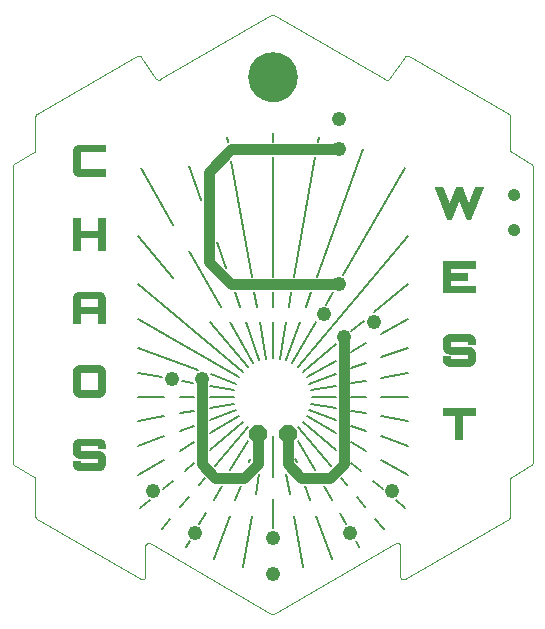
<source format=gts>
G75*
%MOIN*%
%OFA0B0*%
%FSLAX24Y24*%
%IPPOS*%
%LPD*%
%AMOC8*
5,1,8,0,0,1.08239X$1,22.5*
%
%ADD10C,0.0000*%
%ADD11C,0.0350*%
%ADD12C,0.0060*%
%ADD13C,0.0004*%
%ADD14C,0.1655*%
%ADD15OC8,0.0600*%
%ADD16C,0.0415*%
%ADD17C,0.0490*%
D10*
X000950Y003328D02*
X004410Y001330D01*
X004427Y001322D01*
X004446Y001318D01*
X004465Y001317D01*
X004484Y001320D01*
X004502Y001326D01*
X004518Y001336D01*
X004532Y001348D01*
X004544Y001363D01*
X004553Y001380D01*
X004558Y001398D01*
X004560Y001417D01*
X004560Y002431D01*
X004562Y002450D01*
X004567Y002468D01*
X004576Y002485D01*
X004588Y002500D01*
X004602Y002512D01*
X004618Y002522D01*
X004636Y002528D01*
X004655Y002531D01*
X004674Y002530D01*
X004693Y002525D01*
X004710Y002518D01*
X004710Y002517D02*
X008760Y000179D01*
X008760Y000178D02*
X008776Y000171D01*
X008793Y000167D01*
X008810Y000165D01*
X008827Y000167D01*
X008844Y000171D01*
X008860Y000178D01*
X008860Y000179D02*
X012911Y002517D01*
X012911Y002518D02*
X012928Y002526D01*
X012947Y002530D01*
X012966Y002531D01*
X012985Y002528D01*
X013003Y002522D01*
X013019Y002512D01*
X013033Y002500D01*
X013045Y002485D01*
X013054Y002468D01*
X013059Y002450D01*
X013061Y002431D01*
X013061Y001417D01*
X013063Y001398D01*
X013068Y001380D01*
X013077Y001363D01*
X013089Y001348D01*
X013103Y001336D01*
X013119Y001326D01*
X013137Y001320D01*
X013156Y001317D01*
X013175Y001318D01*
X013194Y001323D01*
X013211Y001330D01*
X016671Y003328D01*
X016721Y003415D02*
X016721Y004659D01*
X016723Y004676D01*
X016727Y004693D01*
X016734Y004709D01*
X016744Y004723D01*
X016757Y004736D01*
X016771Y004746D01*
X017421Y005121D01*
X017471Y005208D02*
X017471Y015092D01*
X017421Y015179D02*
X016771Y015554D01*
X016757Y015564D01*
X016744Y015577D01*
X016734Y015591D01*
X016727Y015607D01*
X016723Y015624D01*
X016721Y015641D01*
X016721Y016755D01*
X016671Y016842D02*
X013336Y018767D01*
X013336Y018768D02*
X013319Y018775D01*
X013301Y018780D01*
X013283Y018781D01*
X013264Y018779D01*
X013247Y018773D01*
X013230Y018764D01*
X013216Y018752D01*
X013204Y018738D01*
X012696Y018012D01*
X012696Y018013D02*
X012684Y017999D01*
X012670Y017987D01*
X012653Y017978D01*
X012636Y017972D01*
X012617Y017970D01*
X012599Y017971D01*
X012581Y017976D01*
X012564Y017983D01*
X008860Y020121D01*
X008760Y020121D02*
X005057Y017983D01*
X005040Y017976D01*
X005022Y017971D01*
X005004Y017970D01*
X004985Y017972D01*
X004968Y017978D01*
X004951Y017987D01*
X004937Y017999D01*
X004925Y018013D01*
X004925Y018012D02*
X004417Y018738D01*
X004405Y018752D01*
X004391Y018764D01*
X004374Y018773D01*
X004357Y018779D01*
X004338Y018781D01*
X004320Y018780D01*
X004302Y018775D01*
X004285Y018768D01*
X004285Y018767D02*
X000950Y016842D01*
X000936Y016832D01*
X000923Y016819D01*
X000913Y016805D01*
X000906Y016789D01*
X000902Y016772D01*
X000900Y016755D01*
X000900Y015641D01*
X000898Y015624D01*
X000894Y015607D01*
X000887Y015591D01*
X000877Y015577D01*
X000864Y015564D01*
X000850Y015554D01*
X000200Y015179D01*
X000186Y015169D01*
X000173Y015156D01*
X000163Y015142D01*
X000156Y015126D01*
X000152Y015109D01*
X000150Y015092D01*
X000150Y005208D01*
X000152Y005191D01*
X000156Y005174D01*
X000163Y005158D01*
X000173Y005144D01*
X000186Y005131D01*
X000200Y005121D01*
X000850Y004746D01*
X000900Y004659D02*
X000900Y003415D01*
X000902Y003398D01*
X000906Y003381D01*
X000913Y003365D01*
X000923Y003351D01*
X000936Y003338D01*
X000950Y003328D01*
X000900Y004659D02*
X000898Y004676D01*
X000894Y004693D01*
X000887Y004709D01*
X000877Y004723D01*
X000864Y004736D01*
X000850Y004746D01*
X008023Y018050D02*
X008025Y018106D01*
X008031Y018161D01*
X008041Y018215D01*
X008054Y018269D01*
X008072Y018322D01*
X008093Y018373D01*
X008117Y018423D01*
X008145Y018471D01*
X008177Y018517D01*
X008211Y018561D01*
X008249Y018602D01*
X008289Y018640D01*
X008332Y018675D01*
X008377Y018707D01*
X008425Y018736D01*
X008474Y018762D01*
X008525Y018784D01*
X008577Y018802D01*
X008631Y018816D01*
X008686Y018827D01*
X008741Y018834D01*
X008796Y018837D01*
X008852Y018836D01*
X008907Y018831D01*
X008962Y018822D01*
X009016Y018810D01*
X009069Y018793D01*
X009121Y018773D01*
X009171Y018749D01*
X009219Y018722D01*
X009266Y018692D01*
X009310Y018658D01*
X009352Y018621D01*
X009390Y018581D01*
X009427Y018539D01*
X009460Y018494D01*
X009489Y018448D01*
X009516Y018399D01*
X009538Y018348D01*
X009558Y018296D01*
X009573Y018242D01*
X009585Y018188D01*
X009593Y018133D01*
X009597Y018078D01*
X009597Y018022D01*
X009593Y017967D01*
X009585Y017912D01*
X009573Y017858D01*
X009558Y017804D01*
X009538Y017752D01*
X009516Y017701D01*
X009489Y017652D01*
X009460Y017606D01*
X009427Y017561D01*
X009390Y017519D01*
X009352Y017479D01*
X009310Y017442D01*
X009266Y017408D01*
X009219Y017378D01*
X009171Y017351D01*
X009121Y017327D01*
X009069Y017307D01*
X009016Y017290D01*
X008962Y017278D01*
X008907Y017269D01*
X008852Y017264D01*
X008796Y017263D01*
X008741Y017266D01*
X008686Y017273D01*
X008631Y017284D01*
X008577Y017298D01*
X008525Y017316D01*
X008474Y017338D01*
X008425Y017364D01*
X008377Y017393D01*
X008332Y017425D01*
X008289Y017460D01*
X008249Y017498D01*
X008211Y017539D01*
X008177Y017583D01*
X008145Y017629D01*
X008117Y017677D01*
X008093Y017727D01*
X008072Y017778D01*
X008054Y017831D01*
X008041Y017885D01*
X008031Y017939D01*
X008025Y017994D01*
X008023Y018050D01*
X008760Y020122D02*
X008776Y020129D01*
X008793Y020133D01*
X008810Y020135D01*
X008827Y020133D01*
X008844Y020129D01*
X008860Y020122D01*
X016671Y016842D02*
X016685Y016832D01*
X016698Y016819D01*
X016708Y016805D01*
X016715Y016789D01*
X016719Y016772D01*
X016721Y016755D01*
X017421Y015179D02*
X017435Y015169D01*
X017448Y015156D01*
X017458Y015142D01*
X017465Y015126D01*
X017469Y015109D01*
X017471Y015092D01*
X016683Y014141D02*
X016685Y014166D01*
X016691Y014191D01*
X016700Y014215D01*
X016713Y014237D01*
X016730Y014257D01*
X016749Y014274D01*
X016770Y014288D01*
X016794Y014298D01*
X016818Y014305D01*
X016844Y014308D01*
X016869Y014307D01*
X016894Y014302D01*
X016918Y014293D01*
X016941Y014281D01*
X016961Y014266D01*
X016979Y014247D01*
X016994Y014226D01*
X017005Y014203D01*
X017013Y014179D01*
X017017Y014154D01*
X017017Y014128D01*
X017013Y014103D01*
X017005Y014079D01*
X016994Y014056D01*
X016979Y014035D01*
X016961Y014016D01*
X016941Y014001D01*
X016918Y013989D01*
X016894Y013980D01*
X016869Y013975D01*
X016844Y013974D01*
X016818Y013977D01*
X016794Y013984D01*
X016770Y013994D01*
X016749Y014008D01*
X016730Y014025D01*
X016713Y014045D01*
X016700Y014067D01*
X016691Y014091D01*
X016685Y014116D01*
X016683Y014141D01*
X016683Y012959D02*
X016685Y012984D01*
X016691Y013009D01*
X016700Y013033D01*
X016713Y013055D01*
X016730Y013075D01*
X016749Y013092D01*
X016770Y013106D01*
X016794Y013116D01*
X016818Y013123D01*
X016844Y013126D01*
X016869Y013125D01*
X016894Y013120D01*
X016918Y013111D01*
X016941Y013099D01*
X016961Y013084D01*
X016979Y013065D01*
X016994Y013044D01*
X017005Y013021D01*
X017013Y012997D01*
X017017Y012972D01*
X017017Y012946D01*
X017013Y012921D01*
X017005Y012897D01*
X016994Y012874D01*
X016979Y012853D01*
X016961Y012834D01*
X016941Y012819D01*
X016918Y012807D01*
X016894Y012798D01*
X016869Y012793D01*
X016844Y012792D01*
X016818Y012795D01*
X016794Y012802D01*
X016770Y012812D01*
X016749Y012826D01*
X016730Y012843D01*
X016713Y012863D01*
X016700Y012885D01*
X016691Y012909D01*
X016685Y012934D01*
X016683Y012959D01*
X017471Y005208D02*
X017469Y005191D01*
X017465Y005174D01*
X017458Y005158D01*
X017448Y005144D01*
X017435Y005131D01*
X017421Y005121D01*
X016721Y003415D02*
X016719Y003398D01*
X016715Y003381D01*
X016708Y003365D01*
X016698Y003351D01*
X016685Y003338D01*
X016671Y003328D01*
D11*
X011170Y005150D02*
X010720Y004700D01*
X009760Y004700D01*
X009310Y005150D01*
X009310Y006150D01*
X008310Y006150D02*
X008310Y005150D01*
X007860Y004700D01*
X006900Y004700D01*
X006450Y005150D01*
X006450Y008000D01*
X007430Y011150D02*
X011030Y011150D01*
X011170Y009400D02*
X011170Y005150D01*
X007430Y011150D02*
X006680Y011900D01*
X006680Y014900D01*
X007430Y015650D01*
X011010Y015650D01*
D12*
X010310Y015905D02*
X010340Y016076D01*
X010220Y015395D02*
X009516Y011405D01*
X009427Y010895D02*
X009340Y010405D01*
X009250Y009895D02*
X009036Y008680D01*
X009255Y008622D02*
X009718Y009895D01*
X010251Y009895D02*
X009460Y008526D01*
X009646Y008396D02*
X013311Y012763D01*
X013311Y011176D02*
X012183Y010230D01*
X011843Y009945D02*
X011432Y009600D01*
X011915Y009193D02*
X011425Y008910D01*
X011425Y008352D02*
X011915Y008530D01*
X012425Y008716D02*
X013311Y009038D01*
X013311Y008194D02*
X012425Y008037D01*
X011915Y007947D02*
X011425Y007861D01*
X011425Y007400D02*
X011915Y007400D01*
X012425Y007400D02*
X013311Y007400D01*
X013311Y006606D02*
X012425Y006763D01*
X011915Y006853D02*
X011425Y006939D01*
X011425Y006448D02*
X011915Y006270D01*
X012425Y006084D02*
X013311Y005762D01*
X013311Y004802D02*
X012425Y005313D01*
X011915Y005607D02*
X011425Y005890D01*
X010915Y005634D02*
X009806Y006564D01*
X009646Y006404D02*
X010749Y005089D01*
X011078Y004697D02*
X011274Y004464D01*
X011603Y004072D02*
X011894Y003725D01*
X012223Y003332D02*
X012513Y002988D01*
X013223Y003698D02*
X012911Y003959D01*
X012475Y004325D02*
X012138Y004607D01*
X011746Y004937D02*
X011425Y005206D01*
X010915Y006185D02*
X009936Y006750D01*
X010032Y006955D02*
X010915Y006634D01*
X010915Y007029D02*
X010091Y007174D01*
X010110Y007400D02*
X010915Y007400D01*
X010915Y007771D02*
X010091Y007626D01*
X010032Y007845D02*
X010915Y008166D01*
X010915Y008615D02*
X009936Y008050D01*
X009806Y008236D02*
X010915Y009166D01*
X010586Y010475D02*
X010826Y010891D01*
X011152Y011457D02*
X013215Y015030D01*
X011823Y015679D02*
X010268Y011405D01*
X010082Y010895D02*
X009904Y010405D01*
X008810Y010405D02*
X008810Y010895D01*
X008810Y011405D02*
X008810Y015395D01*
X008810Y015905D02*
X008810Y016210D01*
X007421Y015280D02*
X008104Y011405D01*
X008194Y010895D02*
X008280Y010405D01*
X008370Y009895D02*
X008585Y008680D01*
X008810Y008700D02*
X008810Y009895D01*
X007902Y009895D02*
X008366Y008622D01*
X008160Y008526D02*
X007370Y009895D01*
X007075Y010405D02*
X006005Y012258D01*
X005495Y013142D02*
X004405Y015030D01*
X006005Y015107D02*
X006425Y013953D01*
X006935Y012552D02*
X007248Y011693D01*
X007538Y010895D02*
X007717Y010405D01*
X006717Y009895D02*
X007975Y008396D01*
X007814Y008236D02*
X004310Y011176D01*
X004310Y009998D02*
X007684Y008050D01*
X007589Y007845D02*
X006743Y008152D01*
X006705Y007771D02*
X007530Y007626D01*
X007510Y007400D02*
X006705Y007400D01*
X006705Y007029D02*
X007530Y007174D01*
X007589Y006955D02*
X006705Y006634D01*
X006705Y006185D02*
X007684Y006750D01*
X007814Y006564D02*
X006705Y005634D01*
X006871Y005089D02*
X007975Y006404D01*
X007969Y005942D02*
X007399Y004955D01*
X007104Y004445D02*
X006834Y003977D01*
X006570Y003520D02*
X006366Y003166D01*
X006037Y002596D02*
X005930Y002412D01*
X005108Y002988D02*
X005397Y003332D01*
X005726Y003725D02*
X006018Y004072D01*
X006347Y004464D02*
X006542Y004697D01*
X006195Y005206D02*
X005874Y004937D01*
X005482Y004607D02*
X005146Y004325D01*
X004710Y003959D02*
X004398Y003698D01*
X004310Y004802D02*
X005195Y005313D01*
X005705Y005607D02*
X006195Y005890D01*
X006195Y006448D02*
X005705Y006270D01*
X005195Y006084D02*
X004310Y005762D01*
X004310Y006606D02*
X005195Y006763D01*
X005705Y006853D02*
X006195Y006939D01*
X006195Y007400D02*
X005705Y007400D01*
X005195Y007400D02*
X004310Y007400D01*
X004310Y008194D02*
X005124Y008050D01*
X005774Y007935D02*
X006147Y007870D01*
X006324Y008305D02*
X004310Y009038D01*
X005495Y011351D02*
X004310Y012763D01*
X007313Y015893D02*
X007280Y016076D01*
X012425Y009487D02*
X013311Y009998D01*
X009652Y005942D02*
X010222Y004955D01*
X010516Y004445D02*
X010787Y003977D01*
X011051Y003520D02*
X011255Y003166D01*
X011584Y002596D02*
X011690Y002412D01*
X010780Y001987D02*
X010250Y003445D01*
X010064Y003955D02*
X009886Y004445D01*
X009381Y004161D02*
X009262Y004838D01*
X009605Y005216D02*
X009565Y005326D01*
X008810Y004732D02*
X008810Y006100D01*
X008055Y005326D02*
X008015Y005216D01*
X008358Y004838D02*
X008239Y004161D01*
X007735Y004445D02*
X007556Y003955D01*
X007371Y003445D02*
X006840Y001987D01*
X007810Y001728D02*
X008113Y003445D01*
X008810Y003025D02*
X008810Y004011D01*
X009508Y003445D02*
X009810Y001728D01*
D13*
X014481Y006813D02*
X014481Y007043D01*
X015541Y007043D01*
X015541Y006813D01*
X015126Y006813D01*
X015126Y005983D01*
X014896Y005983D01*
X014896Y006813D01*
X014481Y006813D01*
X015541Y006813D01*
X015541Y006816D02*
X014481Y006816D01*
X014481Y006818D02*
X015541Y006818D01*
X015541Y006821D02*
X014481Y006821D01*
X014481Y006823D02*
X015541Y006823D01*
X015541Y006826D02*
X014481Y006826D01*
X014481Y006828D02*
X015541Y006828D01*
X015541Y006831D02*
X014481Y006831D01*
X014481Y006833D02*
X015541Y006833D01*
X015541Y006835D02*
X014481Y006835D01*
X014481Y006838D02*
X015541Y006838D01*
X015541Y006840D02*
X014481Y006840D01*
X014481Y006843D02*
X015541Y006843D01*
X015541Y006845D02*
X014481Y006845D01*
X014481Y006848D02*
X015541Y006848D01*
X015541Y006850D02*
X014481Y006850D01*
X014481Y006852D02*
X015541Y006852D01*
X015541Y006855D02*
X014481Y006855D01*
X014481Y006857D02*
X015541Y006857D01*
X015541Y006860D02*
X014481Y006860D01*
X014481Y006862D02*
X015541Y006862D01*
X015541Y006865D02*
X014481Y006865D01*
X014481Y006867D02*
X015541Y006867D01*
X015541Y006870D02*
X014481Y006870D01*
X014481Y006872D02*
X015541Y006872D01*
X015541Y006874D02*
X014481Y006874D01*
X014481Y006877D02*
X015541Y006877D01*
X015541Y006879D02*
X014481Y006879D01*
X014481Y006882D02*
X015541Y006882D01*
X015541Y006884D02*
X014481Y006884D01*
X014481Y006887D02*
X015541Y006887D01*
X015541Y006889D02*
X014481Y006889D01*
X014481Y006891D02*
X015541Y006891D01*
X015541Y006894D02*
X014481Y006894D01*
X014481Y006896D02*
X015541Y006896D01*
X015541Y006899D02*
X014481Y006899D01*
X014481Y006901D02*
X015541Y006901D01*
X015541Y006904D02*
X014481Y006904D01*
X014481Y006906D02*
X015541Y006906D01*
X015541Y006909D02*
X014481Y006909D01*
X014481Y006911D02*
X015541Y006911D01*
X015541Y006913D02*
X014481Y006913D01*
X014481Y006916D02*
X015541Y006916D01*
X015541Y006918D02*
X014481Y006918D01*
X014481Y006921D02*
X015541Y006921D01*
X015541Y006923D02*
X014481Y006923D01*
X014481Y006926D02*
X015541Y006926D01*
X015541Y006928D02*
X014481Y006928D01*
X014481Y006930D02*
X015541Y006930D01*
X015541Y006933D02*
X014481Y006933D01*
X014481Y006935D02*
X015541Y006935D01*
X015541Y006938D02*
X014481Y006938D01*
X014481Y006940D02*
X015541Y006940D01*
X015541Y006943D02*
X014481Y006943D01*
X014481Y006945D02*
X015541Y006945D01*
X015541Y006948D02*
X014481Y006948D01*
X014481Y006950D02*
X015541Y006950D01*
X015541Y006952D02*
X014481Y006952D01*
X014481Y006955D02*
X015541Y006955D01*
X015541Y006957D02*
X014481Y006957D01*
X014481Y006960D02*
X015541Y006960D01*
X015541Y006962D02*
X014481Y006962D01*
X014481Y006965D02*
X015541Y006965D01*
X015541Y006967D02*
X014481Y006967D01*
X014481Y006969D02*
X015541Y006969D01*
X015541Y006972D02*
X014481Y006972D01*
X014481Y006974D02*
X015541Y006974D01*
X015541Y006977D02*
X014481Y006977D01*
X014481Y006979D02*
X015541Y006979D01*
X015541Y006982D02*
X014481Y006982D01*
X014481Y006984D02*
X015541Y006984D01*
X015541Y006986D02*
X014481Y006986D01*
X014481Y006989D02*
X015541Y006989D01*
X015541Y006991D02*
X014481Y006991D01*
X014481Y006994D02*
X015541Y006994D01*
X015541Y006996D02*
X014481Y006996D01*
X014481Y006999D02*
X015541Y006999D01*
X015541Y007001D02*
X014481Y007001D01*
X014481Y007004D02*
X015541Y007004D01*
X015541Y007006D02*
X014481Y007006D01*
X014481Y007008D02*
X015541Y007008D01*
X015541Y007011D02*
X014481Y007011D01*
X014481Y007013D02*
X015541Y007013D01*
X015541Y007016D02*
X014481Y007016D01*
X014481Y007018D02*
X015541Y007018D01*
X015541Y007021D02*
X014481Y007021D01*
X014481Y007023D02*
X015541Y007023D01*
X015541Y007025D02*
X014481Y007025D01*
X014481Y007028D02*
X015541Y007028D01*
X015541Y007030D02*
X014481Y007030D01*
X014481Y007033D02*
X015541Y007033D01*
X015541Y007035D02*
X014481Y007035D01*
X014481Y007038D02*
X015541Y007038D01*
X015541Y007040D02*
X014481Y007040D01*
X014481Y007043D02*
X015541Y007043D01*
X015126Y006811D02*
X014896Y006811D01*
X014896Y006809D02*
X015126Y006809D01*
X015126Y006806D02*
X014896Y006806D01*
X014896Y006804D02*
X015126Y006804D01*
X015126Y006801D02*
X014896Y006801D01*
X014896Y006799D02*
X015126Y006799D01*
X015126Y006796D02*
X014896Y006796D01*
X014896Y006794D02*
X015126Y006794D01*
X015126Y006792D02*
X014896Y006792D01*
X014896Y006789D02*
X015126Y006789D01*
X015126Y006787D02*
X014896Y006787D01*
X014896Y006784D02*
X015126Y006784D01*
X015126Y006782D02*
X014896Y006782D01*
X014896Y006779D02*
X015126Y006779D01*
X015126Y006777D02*
X014896Y006777D01*
X014896Y006774D02*
X015126Y006774D01*
X015126Y006772D02*
X014896Y006772D01*
X014896Y006770D02*
X015126Y006770D01*
X015126Y006767D02*
X014896Y006767D01*
X014896Y006765D02*
X015126Y006765D01*
X015126Y006762D02*
X014896Y006762D01*
X014896Y006760D02*
X015126Y006760D01*
X015126Y006757D02*
X014896Y006757D01*
X014896Y006755D02*
X015126Y006755D01*
X015126Y006753D02*
X014896Y006753D01*
X014896Y006750D02*
X015126Y006750D01*
X015126Y006748D02*
X014896Y006748D01*
X014896Y006745D02*
X015126Y006745D01*
X015126Y006743D02*
X014896Y006743D01*
X014896Y006740D02*
X015126Y006740D01*
X015126Y006738D02*
X014896Y006738D01*
X014896Y006735D02*
X015126Y006735D01*
X015126Y006733D02*
X014896Y006733D01*
X014896Y006731D02*
X015126Y006731D01*
X015126Y006728D02*
X014896Y006728D01*
X014896Y006726D02*
X015126Y006726D01*
X015126Y006723D02*
X014896Y006723D01*
X014896Y006721D02*
X015126Y006721D01*
X015126Y006718D02*
X014896Y006718D01*
X014896Y006716D02*
X015126Y006716D01*
X015126Y006714D02*
X014896Y006714D01*
X014896Y006711D02*
X015126Y006711D01*
X015126Y006709D02*
X014896Y006709D01*
X014896Y006706D02*
X015126Y006706D01*
X015126Y006704D02*
X014896Y006704D01*
X014896Y006701D02*
X015126Y006701D01*
X015126Y006699D02*
X014896Y006699D01*
X014896Y006696D02*
X015126Y006696D01*
X015126Y006694D02*
X014896Y006694D01*
X014896Y006692D02*
X015126Y006692D01*
X015126Y006689D02*
X014896Y006689D01*
X014896Y006687D02*
X015126Y006687D01*
X015126Y006684D02*
X014896Y006684D01*
X014896Y006682D02*
X015126Y006682D01*
X015126Y006679D02*
X014896Y006679D01*
X014896Y006677D02*
X015126Y006677D01*
X015126Y006675D02*
X014896Y006675D01*
X014896Y006672D02*
X015126Y006672D01*
X015126Y006670D02*
X014896Y006670D01*
X014896Y006667D02*
X015126Y006667D01*
X015126Y006665D02*
X014896Y006665D01*
X014896Y006662D02*
X015126Y006662D01*
X015126Y006660D02*
X014896Y006660D01*
X014896Y006657D02*
X015126Y006657D01*
X015126Y006655D02*
X014896Y006655D01*
X014896Y006653D02*
X015126Y006653D01*
X015126Y006650D02*
X014896Y006650D01*
X014896Y006648D02*
X015126Y006648D01*
X015126Y006645D02*
X014896Y006645D01*
X014896Y006643D02*
X015126Y006643D01*
X015126Y006640D02*
X014896Y006640D01*
X014896Y006638D02*
X015126Y006638D01*
X015126Y006636D02*
X014896Y006636D01*
X014896Y006633D02*
X015126Y006633D01*
X015126Y006631D02*
X014896Y006631D01*
X014896Y006628D02*
X015126Y006628D01*
X015126Y006626D02*
X014896Y006626D01*
X014896Y006623D02*
X015126Y006623D01*
X015126Y006621D02*
X014896Y006621D01*
X014896Y006618D02*
X015126Y006618D01*
X015126Y006616D02*
X014896Y006616D01*
X014896Y006614D02*
X015126Y006614D01*
X015126Y006611D02*
X014896Y006611D01*
X014896Y006609D02*
X015126Y006609D01*
X015126Y006606D02*
X014896Y006606D01*
X014896Y006604D02*
X015126Y006604D01*
X015126Y006601D02*
X014896Y006601D01*
X014896Y006599D02*
X015126Y006599D01*
X015126Y006597D02*
X014896Y006597D01*
X014896Y006594D02*
X015126Y006594D01*
X015126Y006592D02*
X014896Y006592D01*
X014896Y006589D02*
X015126Y006589D01*
X015126Y006587D02*
X014896Y006587D01*
X014896Y006584D02*
X015126Y006584D01*
X015126Y006582D02*
X014896Y006582D01*
X014896Y006579D02*
X015126Y006579D01*
X015126Y006577D02*
X014896Y006577D01*
X014896Y006575D02*
X015126Y006575D01*
X015126Y006572D02*
X014896Y006572D01*
X014896Y006570D02*
X015126Y006570D01*
X015126Y006567D02*
X014896Y006567D01*
X014896Y006565D02*
X015126Y006565D01*
X015126Y006562D02*
X014896Y006562D01*
X014896Y006560D02*
X015126Y006560D01*
X015126Y006558D02*
X014896Y006558D01*
X014896Y006555D02*
X015126Y006555D01*
X015126Y006553D02*
X014896Y006553D01*
X014896Y006550D02*
X015126Y006550D01*
X015126Y006548D02*
X014896Y006548D01*
X014896Y006545D02*
X015126Y006545D01*
X015126Y006543D02*
X014896Y006543D01*
X014896Y006540D02*
X015126Y006540D01*
X015126Y006538D02*
X014896Y006538D01*
X014896Y006536D02*
X015126Y006536D01*
X015126Y006533D02*
X014896Y006533D01*
X014896Y006531D02*
X015126Y006531D01*
X015126Y006528D02*
X014896Y006528D01*
X014896Y006526D02*
X015126Y006526D01*
X015126Y006523D02*
X014896Y006523D01*
X014896Y006521D02*
X015126Y006521D01*
X015126Y006519D02*
X014896Y006519D01*
X014896Y006516D02*
X015126Y006516D01*
X015126Y006514D02*
X014896Y006514D01*
X014896Y006511D02*
X015126Y006511D01*
X015126Y006509D02*
X014896Y006509D01*
X014896Y006506D02*
X015126Y006506D01*
X015126Y006504D02*
X014896Y006504D01*
X014896Y006501D02*
X015126Y006501D01*
X015126Y006499D02*
X014896Y006499D01*
X014896Y006497D02*
X015126Y006497D01*
X015126Y006494D02*
X014896Y006494D01*
X014896Y006492D02*
X015126Y006492D01*
X015126Y006489D02*
X014896Y006489D01*
X014896Y006487D02*
X015126Y006487D01*
X015126Y006484D02*
X014896Y006484D01*
X014896Y006482D02*
X015126Y006482D01*
X015126Y006480D02*
X014896Y006480D01*
X014896Y006477D02*
X015126Y006477D01*
X015126Y006475D02*
X014896Y006475D01*
X014896Y006472D02*
X015126Y006472D01*
X015126Y006470D02*
X014896Y006470D01*
X014896Y006467D02*
X015126Y006467D01*
X015126Y006465D02*
X014896Y006465D01*
X014896Y006462D02*
X015126Y006462D01*
X015126Y006460D02*
X014896Y006460D01*
X014896Y006458D02*
X015126Y006458D01*
X015126Y006455D02*
X014896Y006455D01*
X014896Y006453D02*
X015126Y006453D01*
X015126Y006450D02*
X014896Y006450D01*
X014896Y006448D02*
X015126Y006448D01*
X015126Y006445D02*
X014896Y006445D01*
X014896Y006443D02*
X015126Y006443D01*
X015126Y006441D02*
X014896Y006441D01*
X014896Y006438D02*
X015126Y006438D01*
X015126Y006436D02*
X014896Y006436D01*
X014896Y006433D02*
X015126Y006433D01*
X015126Y006431D02*
X014896Y006431D01*
X014896Y006428D02*
X015126Y006428D01*
X015126Y006426D02*
X014896Y006426D01*
X014896Y006423D02*
X015126Y006423D01*
X015126Y006421D02*
X014896Y006421D01*
X014896Y006419D02*
X015126Y006419D01*
X015126Y006416D02*
X014896Y006416D01*
X014896Y006414D02*
X015126Y006414D01*
X015126Y006411D02*
X014896Y006411D01*
X014896Y006409D02*
X015126Y006409D01*
X015126Y006406D02*
X014896Y006406D01*
X014896Y006404D02*
X015126Y006404D01*
X015126Y006402D02*
X014896Y006402D01*
X014896Y006399D02*
X015126Y006399D01*
X015126Y006397D02*
X014896Y006397D01*
X014896Y006394D02*
X015126Y006394D01*
X015126Y006392D02*
X014896Y006392D01*
X014896Y006389D02*
X015126Y006389D01*
X015126Y006387D02*
X014896Y006387D01*
X014896Y006384D02*
X015126Y006384D01*
X015126Y006382D02*
X014896Y006382D01*
X014896Y006380D02*
X015126Y006380D01*
X015126Y006377D02*
X014896Y006377D01*
X014896Y006375D02*
X015126Y006375D01*
X015126Y006372D02*
X014896Y006372D01*
X014896Y006370D02*
X015126Y006370D01*
X015126Y006367D02*
X014896Y006367D01*
X014896Y006365D02*
X015126Y006365D01*
X015126Y006363D02*
X014896Y006363D01*
X014896Y006360D02*
X015126Y006360D01*
X015126Y006358D02*
X014896Y006358D01*
X014896Y006355D02*
X015126Y006355D01*
X015126Y006353D02*
X014896Y006353D01*
X014896Y006350D02*
X015126Y006350D01*
X015126Y006348D02*
X014896Y006348D01*
X014896Y006345D02*
X015126Y006345D01*
X015126Y006343D02*
X014896Y006343D01*
X014896Y006341D02*
X015126Y006341D01*
X015126Y006338D02*
X014896Y006338D01*
X014896Y006336D02*
X015126Y006336D01*
X015126Y006333D02*
X014896Y006333D01*
X014896Y006331D02*
X015126Y006331D01*
X015126Y006328D02*
X014896Y006328D01*
X014896Y006326D02*
X015126Y006326D01*
X015126Y006324D02*
X014896Y006324D01*
X014896Y006321D02*
X015126Y006321D01*
X015126Y006319D02*
X014896Y006319D01*
X014896Y006316D02*
X015126Y006316D01*
X015126Y006314D02*
X014896Y006314D01*
X014896Y006311D02*
X015126Y006311D01*
X015126Y006309D02*
X014896Y006309D01*
X014896Y006307D02*
X015126Y006307D01*
X015126Y006304D02*
X014896Y006304D01*
X014896Y006302D02*
X015126Y006302D01*
X015126Y006299D02*
X014896Y006299D01*
X014896Y006297D02*
X015126Y006297D01*
X015126Y006294D02*
X014896Y006294D01*
X014896Y006292D02*
X015126Y006292D01*
X015126Y006289D02*
X014896Y006289D01*
X014896Y006287D02*
X015126Y006287D01*
X015126Y006285D02*
X014896Y006285D01*
X014896Y006282D02*
X015126Y006282D01*
X015126Y006280D02*
X014896Y006280D01*
X014896Y006277D02*
X015126Y006277D01*
X015126Y006275D02*
X014896Y006275D01*
X014896Y006272D02*
X015126Y006272D01*
X015126Y006270D02*
X014896Y006270D01*
X014896Y006268D02*
X015126Y006268D01*
X015126Y006265D02*
X014896Y006265D01*
X014896Y006263D02*
X015126Y006263D01*
X015126Y006260D02*
X014896Y006260D01*
X014896Y006258D02*
X015126Y006258D01*
X015126Y006255D02*
X014896Y006255D01*
X014896Y006253D02*
X015126Y006253D01*
X015126Y006250D02*
X014896Y006250D01*
X014896Y006248D02*
X015126Y006248D01*
X015126Y006246D02*
X014896Y006246D01*
X014896Y006243D02*
X015126Y006243D01*
X015126Y006241D02*
X014896Y006241D01*
X014896Y006238D02*
X015126Y006238D01*
X015126Y006236D02*
X014896Y006236D01*
X014896Y006233D02*
X015126Y006233D01*
X015126Y006231D02*
X014896Y006231D01*
X014896Y006229D02*
X015126Y006229D01*
X015126Y006226D02*
X014896Y006226D01*
X014896Y006224D02*
X015126Y006224D01*
X015126Y006221D02*
X014896Y006221D01*
X014896Y006219D02*
X015126Y006219D01*
X015126Y006216D02*
X014896Y006216D01*
X014896Y006214D02*
X015126Y006214D01*
X015126Y006211D02*
X014896Y006211D01*
X014896Y006209D02*
X015126Y006209D01*
X015126Y006207D02*
X014896Y006207D01*
X014896Y006204D02*
X015126Y006204D01*
X015126Y006202D02*
X014896Y006202D01*
X014896Y006199D02*
X015126Y006199D01*
X015126Y006197D02*
X014896Y006197D01*
X014896Y006194D02*
X015126Y006194D01*
X015126Y006192D02*
X014896Y006192D01*
X014896Y006190D02*
X015126Y006190D01*
X015126Y006187D02*
X014896Y006187D01*
X014896Y006185D02*
X015126Y006185D01*
X015126Y006182D02*
X014896Y006182D01*
X014896Y006180D02*
X015126Y006180D01*
X015126Y006177D02*
X014896Y006177D01*
X014896Y006175D02*
X015126Y006175D01*
X015126Y006172D02*
X014896Y006172D01*
X014896Y006170D02*
X015126Y006170D01*
X015126Y006168D02*
X014896Y006168D01*
X014896Y006165D02*
X015126Y006165D01*
X015126Y006163D02*
X014896Y006163D01*
X014896Y006160D02*
X015126Y006160D01*
X015126Y006158D02*
X014896Y006158D01*
X014896Y006155D02*
X015126Y006155D01*
X015126Y006153D02*
X014896Y006153D01*
X014896Y006151D02*
X015126Y006151D01*
X015126Y006148D02*
X014896Y006148D01*
X014896Y006146D02*
X015126Y006146D01*
X015126Y006143D02*
X014896Y006143D01*
X014896Y006141D02*
X015126Y006141D01*
X015126Y006138D02*
X014896Y006138D01*
X014896Y006136D02*
X015126Y006136D01*
X015126Y006133D02*
X014896Y006133D01*
X014896Y006131D02*
X015126Y006131D01*
X015126Y006129D02*
X014896Y006129D01*
X014896Y006126D02*
X015126Y006126D01*
X015126Y006124D02*
X014896Y006124D01*
X014896Y006121D02*
X015126Y006121D01*
X015126Y006119D02*
X014896Y006119D01*
X014896Y006116D02*
X015126Y006116D01*
X015126Y006114D02*
X014896Y006114D01*
X014896Y006112D02*
X015126Y006112D01*
X015126Y006109D02*
X014896Y006109D01*
X014896Y006107D02*
X015126Y006107D01*
X015126Y006104D02*
X014896Y006104D01*
X014896Y006102D02*
X015126Y006102D01*
X015126Y006099D02*
X014896Y006099D01*
X014896Y006097D02*
X015126Y006097D01*
X015126Y006094D02*
X014896Y006094D01*
X014896Y006092D02*
X015126Y006092D01*
X015126Y006090D02*
X014896Y006090D01*
X014896Y006087D02*
X015126Y006087D01*
X015126Y006085D02*
X014896Y006085D01*
X014896Y006082D02*
X015126Y006082D01*
X015126Y006080D02*
X014896Y006080D01*
X014896Y006077D02*
X015126Y006077D01*
X015126Y006075D02*
X014896Y006075D01*
X014896Y006073D02*
X015126Y006073D01*
X015126Y006070D02*
X014896Y006070D01*
X014896Y006068D02*
X015126Y006068D01*
X015126Y006065D02*
X014896Y006065D01*
X014896Y006063D02*
X015126Y006063D01*
X015126Y006060D02*
X014896Y006060D01*
X014896Y006058D02*
X015126Y006058D01*
X015126Y006055D02*
X014896Y006055D01*
X014896Y006053D02*
X015126Y006053D01*
X015126Y006051D02*
X014896Y006051D01*
X014896Y006048D02*
X015126Y006048D01*
X015126Y006046D02*
X014896Y006046D01*
X014896Y006043D02*
X015126Y006043D01*
X015126Y006041D02*
X014896Y006041D01*
X014896Y006038D02*
X015126Y006038D01*
X015126Y006036D02*
X014896Y006036D01*
X014896Y006034D02*
X015126Y006034D01*
X015126Y006031D02*
X014896Y006031D01*
X014896Y006029D02*
X015126Y006029D01*
X015126Y006026D02*
X014896Y006026D01*
X014896Y006024D02*
X015126Y006024D01*
X015126Y006021D02*
X014896Y006021D01*
X014896Y006019D02*
X015126Y006019D01*
X015126Y006016D02*
X014896Y006016D01*
X014896Y006014D02*
X015126Y006014D01*
X015126Y006012D02*
X014896Y006012D01*
X014896Y006009D02*
X015126Y006009D01*
X015126Y006007D02*
X014896Y006007D01*
X014896Y006004D02*
X015126Y006004D01*
X015126Y006002D02*
X014896Y006002D01*
X014896Y005999D02*
X015126Y005999D01*
X015126Y005997D02*
X014896Y005997D01*
X014896Y005995D02*
X015126Y005995D01*
X015126Y005992D02*
X014896Y005992D01*
X014896Y005990D02*
X015126Y005990D01*
X015126Y005987D02*
X014896Y005987D01*
X014896Y005985D02*
X015126Y005985D01*
X015311Y008433D02*
X014711Y008433D01*
X014666Y008437D01*
X014622Y008451D01*
X014583Y008472D01*
X014548Y008500D01*
X015473Y008500D01*
X015502Y008535D01*
X015523Y008575D01*
X015536Y008618D01*
X015541Y008663D01*
X015541Y008848D01*
X015536Y008893D01*
X015523Y008936D01*
X015502Y008976D01*
X015473Y009011D01*
X015438Y009039D01*
X015399Y009061D01*
X015355Y009074D01*
X015311Y009078D01*
X014711Y009078D01*
X014711Y009263D01*
X015311Y009263D01*
X015311Y009171D01*
X015541Y009171D01*
X015541Y009263D01*
X015536Y009308D01*
X015523Y009351D01*
X015502Y009391D01*
X015473Y009426D01*
X015438Y009454D01*
X015399Y009476D01*
X015355Y009489D01*
X015311Y009493D01*
X014711Y009493D01*
X014666Y009489D01*
X014622Y009476D01*
X014583Y009454D01*
X014548Y009426D01*
X014519Y009391D01*
X014498Y009351D01*
X014485Y009308D01*
X014481Y009263D01*
X014481Y009078D01*
X014485Y009033D01*
X014498Y008990D01*
X014519Y008950D01*
X014548Y008915D01*
X014583Y008887D01*
X014622Y008866D01*
X015539Y008866D01*
X015539Y008868D02*
X014618Y008868D01*
X014622Y008866D02*
X014666Y008852D01*
X014711Y008848D01*
X015311Y008848D01*
X015311Y008663D01*
X014711Y008663D01*
X014711Y008756D01*
X014481Y008756D01*
X014481Y008663D01*
X014485Y008618D01*
X014498Y008575D01*
X014519Y008535D01*
X014548Y008500D01*
X014546Y008502D02*
X015475Y008502D01*
X015473Y008500D02*
X015438Y008472D01*
X015399Y008451D01*
X015355Y008437D01*
X015311Y008433D01*
X015323Y008434D02*
X014698Y008434D01*
X014673Y008437D02*
X015348Y008437D01*
X015361Y008439D02*
X014660Y008439D01*
X014652Y008442D02*
X015369Y008442D01*
X015377Y008444D02*
X014644Y008444D01*
X014636Y008446D02*
X015385Y008446D01*
X015393Y008449D02*
X014628Y008449D01*
X014621Y008451D02*
X015400Y008451D01*
X015405Y008454D02*
X014616Y008454D01*
X014612Y008456D02*
X015409Y008456D01*
X015414Y008459D02*
X014607Y008459D01*
X014603Y008461D02*
X015418Y008461D01*
X015423Y008463D02*
X014598Y008463D01*
X014594Y008466D02*
X015427Y008466D01*
X015432Y008468D02*
X014589Y008468D01*
X014585Y008471D02*
X015436Y008471D01*
X015440Y008473D02*
X014581Y008473D01*
X014578Y008476D02*
X015443Y008476D01*
X015446Y008478D02*
X014575Y008478D01*
X014572Y008481D02*
X015449Y008481D01*
X015452Y008483D02*
X014569Y008483D01*
X014566Y008485D02*
X015455Y008485D01*
X015458Y008488D02*
X014563Y008488D01*
X014560Y008490D02*
X015461Y008490D01*
X015464Y008493D02*
X014557Y008493D01*
X014554Y008495D02*
X015467Y008495D01*
X015470Y008498D02*
X014551Y008498D01*
X014544Y008505D02*
X015477Y008505D01*
X015479Y008507D02*
X014542Y008507D01*
X014540Y008510D02*
X015481Y008510D01*
X015483Y008512D02*
X014538Y008512D01*
X014536Y008515D02*
X015485Y008515D01*
X015487Y008517D02*
X014534Y008517D01*
X014532Y008520D02*
X015489Y008520D01*
X015491Y008522D02*
X014530Y008522D01*
X014528Y008524D02*
X015493Y008524D01*
X015495Y008527D02*
X014526Y008527D01*
X014524Y008529D02*
X015497Y008529D01*
X015499Y008532D02*
X014522Y008532D01*
X014520Y008534D02*
X015501Y008534D01*
X015502Y008537D02*
X014519Y008537D01*
X014517Y008539D02*
X015504Y008539D01*
X015505Y008541D02*
X014516Y008541D01*
X014515Y008544D02*
X015506Y008544D01*
X015508Y008546D02*
X014513Y008546D01*
X014512Y008549D02*
X015509Y008549D01*
X015510Y008551D02*
X014511Y008551D01*
X014509Y008554D02*
X015512Y008554D01*
X015513Y008556D02*
X014508Y008556D01*
X014507Y008559D02*
X015514Y008559D01*
X015515Y008561D02*
X014506Y008561D01*
X014504Y008563D02*
X015517Y008563D01*
X015518Y008566D02*
X014503Y008566D01*
X014502Y008568D02*
X015519Y008568D01*
X015521Y008571D02*
X014500Y008571D01*
X014499Y008573D02*
X015522Y008573D01*
X015523Y008576D02*
X014498Y008576D01*
X014497Y008578D02*
X015524Y008578D01*
X015525Y008580D02*
X014496Y008580D01*
X014496Y008583D02*
X015525Y008583D01*
X015526Y008585D02*
X014495Y008585D01*
X014494Y008588D02*
X015527Y008588D01*
X015528Y008590D02*
X014493Y008590D01*
X014493Y008593D02*
X015528Y008593D01*
X015529Y008595D02*
X014492Y008595D01*
X014491Y008598D02*
X015530Y008598D01*
X015531Y008600D02*
X014490Y008600D01*
X014490Y008602D02*
X015531Y008602D01*
X015532Y008605D02*
X014489Y008605D01*
X014488Y008607D02*
X015533Y008607D01*
X015534Y008610D02*
X014487Y008610D01*
X014487Y008612D02*
X015534Y008612D01*
X015535Y008615D02*
X014486Y008615D01*
X014485Y008617D02*
X015536Y008617D01*
X015536Y008619D02*
X014485Y008619D01*
X014485Y008622D02*
X015536Y008622D01*
X015537Y008624D02*
X014484Y008624D01*
X014484Y008627D02*
X015537Y008627D01*
X015537Y008629D02*
X014484Y008629D01*
X014484Y008632D02*
X015537Y008632D01*
X015538Y008634D02*
X014483Y008634D01*
X014483Y008637D02*
X015538Y008637D01*
X015538Y008639D02*
X014483Y008639D01*
X014483Y008641D02*
X015538Y008641D01*
X015539Y008644D02*
X014482Y008644D01*
X014482Y008646D02*
X015539Y008646D01*
X015539Y008649D02*
X014482Y008649D01*
X014482Y008651D02*
X015539Y008651D01*
X015540Y008654D02*
X014481Y008654D01*
X014481Y008656D02*
X015540Y008656D01*
X015540Y008658D02*
X014481Y008658D01*
X014481Y008661D02*
X015540Y008661D01*
X015541Y008663D02*
X015311Y008663D01*
X015311Y008666D02*
X015541Y008666D01*
X015541Y008668D02*
X015311Y008668D01*
X015311Y008671D02*
X015541Y008671D01*
X015541Y008673D02*
X015311Y008673D01*
X015311Y008676D02*
X015541Y008676D01*
X015541Y008678D02*
X015311Y008678D01*
X015311Y008680D02*
X015541Y008680D01*
X015541Y008683D02*
X015311Y008683D01*
X015311Y008685D02*
X015541Y008685D01*
X015541Y008688D02*
X015311Y008688D01*
X015311Y008690D02*
X015541Y008690D01*
X015541Y008693D02*
X015311Y008693D01*
X015311Y008695D02*
X015541Y008695D01*
X015541Y008697D02*
X015311Y008697D01*
X015311Y008700D02*
X015541Y008700D01*
X015541Y008702D02*
X015311Y008702D01*
X015311Y008705D02*
X015541Y008705D01*
X015541Y008707D02*
X015311Y008707D01*
X015311Y008710D02*
X015541Y008710D01*
X015541Y008712D02*
X015311Y008712D01*
X015311Y008715D02*
X015541Y008715D01*
X015541Y008717D02*
X015311Y008717D01*
X015311Y008719D02*
X015541Y008719D01*
X015541Y008722D02*
X015311Y008722D01*
X015311Y008724D02*
X015541Y008724D01*
X015541Y008727D02*
X015311Y008727D01*
X015311Y008729D02*
X015541Y008729D01*
X015541Y008732D02*
X015311Y008732D01*
X015311Y008734D02*
X015541Y008734D01*
X015541Y008736D02*
X015311Y008736D01*
X015311Y008739D02*
X015541Y008739D01*
X015541Y008741D02*
X015311Y008741D01*
X015311Y008744D02*
X015541Y008744D01*
X015541Y008746D02*
X015311Y008746D01*
X015311Y008749D02*
X015541Y008749D01*
X015541Y008751D02*
X015311Y008751D01*
X015311Y008754D02*
X015541Y008754D01*
X015541Y008756D02*
X015311Y008756D01*
X015311Y008758D02*
X015541Y008758D01*
X015541Y008761D02*
X015311Y008761D01*
X015311Y008763D02*
X015541Y008763D01*
X015541Y008766D02*
X015311Y008766D01*
X015311Y008768D02*
X015541Y008768D01*
X015541Y008771D02*
X015311Y008771D01*
X015311Y008773D02*
X015541Y008773D01*
X015541Y008775D02*
X015311Y008775D01*
X015311Y008778D02*
X015541Y008778D01*
X015541Y008780D02*
X015311Y008780D01*
X015311Y008783D02*
X015541Y008783D01*
X015541Y008785D02*
X015311Y008785D01*
X015311Y008788D02*
X015541Y008788D01*
X015541Y008790D02*
X015311Y008790D01*
X015311Y008793D02*
X015541Y008793D01*
X015541Y008795D02*
X015311Y008795D01*
X015311Y008797D02*
X015541Y008797D01*
X015541Y008800D02*
X015311Y008800D01*
X015311Y008802D02*
X015541Y008802D01*
X015541Y008805D02*
X015311Y008805D01*
X015311Y008807D02*
X015541Y008807D01*
X015541Y008810D02*
X015311Y008810D01*
X015311Y008812D02*
X015541Y008812D01*
X015541Y008814D02*
X015311Y008814D01*
X015311Y008817D02*
X015541Y008817D01*
X015541Y008819D02*
X015311Y008819D01*
X015311Y008822D02*
X015541Y008822D01*
X015541Y008824D02*
X015311Y008824D01*
X015311Y008827D02*
X015541Y008827D01*
X015541Y008829D02*
X015311Y008829D01*
X015311Y008831D02*
X015541Y008831D01*
X015541Y008834D02*
X015311Y008834D01*
X015311Y008836D02*
X015541Y008836D01*
X015541Y008839D02*
X015311Y008839D01*
X015311Y008841D02*
X015541Y008841D01*
X015541Y008844D02*
X015311Y008844D01*
X015311Y008846D02*
X015541Y008846D01*
X015540Y008849D02*
X014705Y008849D01*
X014680Y008851D02*
X015540Y008851D01*
X015540Y008853D02*
X014662Y008853D01*
X014654Y008856D02*
X015540Y008856D01*
X015539Y008858D02*
X014646Y008858D01*
X014638Y008861D02*
X015539Y008861D01*
X015539Y008863D02*
X014630Y008863D01*
X014613Y008870D02*
X015538Y008870D01*
X015538Y008873D02*
X014609Y008873D01*
X014604Y008875D02*
X015538Y008875D01*
X015538Y008878D02*
X014600Y008878D01*
X014595Y008880D02*
X015537Y008880D01*
X015537Y008883D02*
X014590Y008883D01*
X014586Y008885D02*
X015537Y008885D01*
X015537Y008888D02*
X014582Y008888D01*
X014579Y008890D02*
X015536Y008890D01*
X015536Y008892D02*
X014576Y008892D01*
X014573Y008895D02*
X015535Y008895D01*
X015535Y008897D02*
X014570Y008897D01*
X014567Y008900D02*
X015534Y008900D01*
X015533Y008902D02*
X014564Y008902D01*
X014561Y008905D02*
X015533Y008905D01*
X015532Y008907D02*
X014558Y008907D01*
X014555Y008909D02*
X015531Y008909D01*
X015530Y008912D02*
X014552Y008912D01*
X014549Y008914D02*
X015530Y008914D01*
X015529Y008917D02*
X014547Y008917D01*
X014545Y008919D02*
X015528Y008919D01*
X015527Y008922D02*
X014543Y008922D01*
X014541Y008924D02*
X015527Y008924D01*
X015526Y008927D02*
X014539Y008927D01*
X014537Y008929D02*
X015525Y008929D01*
X015524Y008931D02*
X014535Y008931D01*
X014533Y008934D02*
X015524Y008934D01*
X015523Y008936D02*
X014531Y008936D01*
X014529Y008939D02*
X015522Y008939D01*
X015520Y008941D02*
X014527Y008941D01*
X014525Y008944D02*
X015519Y008944D01*
X015518Y008946D02*
X014523Y008946D01*
X014521Y008948D02*
X015516Y008948D01*
X015515Y008951D02*
X014519Y008951D01*
X014518Y008953D02*
X015514Y008953D01*
X015512Y008956D02*
X014516Y008956D01*
X014515Y008958D02*
X015511Y008958D01*
X015510Y008961D02*
X014514Y008961D01*
X014512Y008963D02*
X015509Y008963D01*
X015507Y008966D02*
X014511Y008966D01*
X014510Y008968D02*
X015506Y008968D01*
X015505Y008970D02*
X014508Y008970D01*
X014507Y008973D02*
X015503Y008973D01*
X015502Y008975D02*
X014506Y008975D01*
X014505Y008978D02*
X015500Y008978D01*
X015498Y008980D02*
X014503Y008980D01*
X014502Y008983D02*
X015496Y008983D01*
X015494Y008985D02*
X014501Y008985D01*
X014499Y008987D02*
X015492Y008987D01*
X015490Y008990D02*
X014498Y008990D01*
X014497Y008992D02*
X015488Y008992D01*
X015486Y008995D02*
X014497Y008995D01*
X014496Y008997D02*
X015484Y008997D01*
X015482Y009000D02*
X014495Y009000D01*
X014494Y009002D02*
X015480Y009002D01*
X015478Y009005D02*
X014494Y009005D01*
X014493Y009007D02*
X015476Y009007D01*
X015474Y009009D02*
X014492Y009009D01*
X014491Y009012D02*
X015472Y009012D01*
X015469Y009014D02*
X014491Y009014D01*
X014490Y009017D02*
X015466Y009017D01*
X015463Y009019D02*
X014489Y009019D01*
X014488Y009022D02*
X015460Y009022D01*
X015457Y009024D02*
X014488Y009024D01*
X014487Y009026D02*
X015454Y009026D01*
X015451Y009029D02*
X014486Y009029D01*
X014485Y009031D02*
X015448Y009031D01*
X015445Y009034D02*
X014485Y009034D01*
X014485Y009036D02*
X015442Y009036D01*
X015439Y009039D02*
X014484Y009039D01*
X014484Y009041D02*
X015435Y009041D01*
X015430Y009044D02*
X014484Y009044D01*
X014484Y009046D02*
X015426Y009046D01*
X015421Y009048D02*
X014483Y009048D01*
X014483Y009051D02*
X015417Y009051D01*
X015412Y009053D02*
X014483Y009053D01*
X014483Y009056D02*
X015407Y009056D01*
X015403Y009058D02*
X014482Y009058D01*
X014482Y009061D02*
X015398Y009061D01*
X015390Y009063D02*
X014482Y009063D01*
X014482Y009065D02*
X015382Y009065D01*
X015374Y009068D02*
X014482Y009068D01*
X014481Y009070D02*
X015366Y009070D01*
X015358Y009073D02*
X014481Y009073D01*
X014481Y009075D02*
X015339Y009075D01*
X015314Y009078D02*
X014481Y009078D01*
X014481Y009080D02*
X014711Y009080D01*
X014711Y009083D02*
X014481Y009083D01*
X014481Y009085D02*
X014711Y009085D01*
X014711Y009087D02*
X014481Y009087D01*
X014481Y009090D02*
X014711Y009090D01*
X014711Y009092D02*
X014481Y009092D01*
X014481Y009095D02*
X014711Y009095D01*
X014711Y009097D02*
X014481Y009097D01*
X014481Y009100D02*
X014711Y009100D01*
X014711Y009102D02*
X014481Y009102D01*
X014481Y009104D02*
X014711Y009104D01*
X014711Y009107D02*
X014481Y009107D01*
X014481Y009109D02*
X014711Y009109D01*
X014711Y009112D02*
X014481Y009112D01*
X014481Y009114D02*
X014711Y009114D01*
X014711Y009117D02*
X014481Y009117D01*
X014481Y009119D02*
X014711Y009119D01*
X014711Y009122D02*
X014481Y009122D01*
X014481Y009124D02*
X014711Y009124D01*
X014711Y009126D02*
X014481Y009126D01*
X014481Y009129D02*
X014711Y009129D01*
X014711Y009131D02*
X014481Y009131D01*
X014481Y009134D02*
X014711Y009134D01*
X014711Y009136D02*
X014481Y009136D01*
X014481Y009139D02*
X014711Y009139D01*
X014711Y009141D02*
X014481Y009141D01*
X014481Y009143D02*
X014711Y009143D01*
X014711Y009146D02*
X014481Y009146D01*
X014481Y009148D02*
X014711Y009148D01*
X014711Y009151D02*
X014481Y009151D01*
X014481Y009153D02*
X014711Y009153D01*
X014711Y009156D02*
X014481Y009156D01*
X014481Y009158D02*
X014711Y009158D01*
X014711Y009161D02*
X014481Y009161D01*
X014481Y009163D02*
X014711Y009163D01*
X014711Y009165D02*
X014481Y009165D01*
X014481Y009168D02*
X014711Y009168D01*
X014711Y009170D02*
X014481Y009170D01*
X014481Y009173D02*
X014711Y009173D01*
X014711Y009175D02*
X014481Y009175D01*
X014481Y009178D02*
X014711Y009178D01*
X014711Y009180D02*
X014481Y009180D01*
X014481Y009182D02*
X014711Y009182D01*
X014711Y009185D02*
X014481Y009185D01*
X014481Y009187D02*
X014711Y009187D01*
X014711Y009190D02*
X014481Y009190D01*
X014481Y009192D02*
X014711Y009192D01*
X014711Y009195D02*
X014481Y009195D01*
X014481Y009197D02*
X014711Y009197D01*
X014711Y009200D02*
X014481Y009200D01*
X014481Y009202D02*
X014711Y009202D01*
X014711Y009204D02*
X014481Y009204D01*
X014481Y009207D02*
X014711Y009207D01*
X014711Y009209D02*
X014481Y009209D01*
X014481Y009212D02*
X014711Y009212D01*
X014711Y009214D02*
X014481Y009214D01*
X014481Y009217D02*
X014711Y009217D01*
X014711Y009219D02*
X014481Y009219D01*
X014481Y009221D02*
X014711Y009221D01*
X014711Y009224D02*
X014481Y009224D01*
X014481Y009226D02*
X014711Y009226D01*
X014711Y009229D02*
X014481Y009229D01*
X014481Y009231D02*
X014711Y009231D01*
X014711Y009234D02*
X014481Y009234D01*
X014481Y009236D02*
X014711Y009236D01*
X014711Y009239D02*
X014481Y009239D01*
X014481Y009241D02*
X014711Y009241D01*
X014711Y009243D02*
X014481Y009243D01*
X014481Y009246D02*
X014711Y009246D01*
X014711Y009248D02*
X014481Y009248D01*
X014481Y009251D02*
X014711Y009251D01*
X014711Y009253D02*
X014481Y009253D01*
X014481Y009256D02*
X014711Y009256D01*
X014711Y009258D02*
X014481Y009258D01*
X014481Y009260D02*
X014711Y009260D01*
X014711Y009263D02*
X014481Y009263D01*
X014481Y009265D02*
X015540Y009265D01*
X015541Y009263D02*
X015311Y009263D01*
X015311Y009260D02*
X015541Y009260D01*
X015541Y009258D02*
X015311Y009258D01*
X015311Y009256D02*
X015541Y009256D01*
X015541Y009253D02*
X015311Y009253D01*
X015311Y009251D02*
X015541Y009251D01*
X015541Y009248D02*
X015311Y009248D01*
X015311Y009246D02*
X015541Y009246D01*
X015541Y009243D02*
X015311Y009243D01*
X015311Y009241D02*
X015541Y009241D01*
X015541Y009239D02*
X015311Y009239D01*
X015311Y009236D02*
X015541Y009236D01*
X015541Y009234D02*
X015311Y009234D01*
X015311Y009231D02*
X015541Y009231D01*
X015541Y009229D02*
X015311Y009229D01*
X015311Y009226D02*
X015541Y009226D01*
X015541Y009224D02*
X015311Y009224D01*
X015311Y009221D02*
X015541Y009221D01*
X015541Y009219D02*
X015311Y009219D01*
X015311Y009217D02*
X015541Y009217D01*
X015541Y009214D02*
X015311Y009214D01*
X015311Y009212D02*
X015541Y009212D01*
X015541Y009209D02*
X015311Y009209D01*
X015311Y009207D02*
X015541Y009207D01*
X015541Y009204D02*
X015311Y009204D01*
X015311Y009202D02*
X015541Y009202D01*
X015541Y009200D02*
X015311Y009200D01*
X015311Y009197D02*
X015541Y009197D01*
X015541Y009195D02*
X015311Y009195D01*
X015311Y009192D02*
X015541Y009192D01*
X015541Y009190D02*
X015311Y009190D01*
X015311Y009187D02*
X015541Y009187D01*
X015541Y009185D02*
X015311Y009185D01*
X015311Y009182D02*
X015541Y009182D01*
X015541Y009180D02*
X015311Y009180D01*
X015311Y009178D02*
X015541Y009178D01*
X015541Y009175D02*
X015311Y009175D01*
X015311Y009173D02*
X015541Y009173D01*
X015540Y009268D02*
X014481Y009268D01*
X014481Y009270D02*
X015540Y009270D01*
X015540Y009273D02*
X014481Y009273D01*
X014482Y009275D02*
X015539Y009275D01*
X015539Y009278D02*
X014482Y009278D01*
X014482Y009280D02*
X015539Y009280D01*
X015539Y009282D02*
X014482Y009282D01*
X014483Y009285D02*
X015538Y009285D01*
X015538Y009287D02*
X014483Y009287D01*
X014483Y009290D02*
X015538Y009290D01*
X015538Y009292D02*
X014483Y009292D01*
X014484Y009295D02*
X015537Y009295D01*
X015537Y009297D02*
X014484Y009297D01*
X014484Y009299D02*
X015537Y009299D01*
X015537Y009302D02*
X014484Y009302D01*
X014485Y009304D02*
X015536Y009304D01*
X015536Y009307D02*
X014485Y009307D01*
X014485Y009309D02*
X015536Y009309D01*
X015535Y009312D02*
X014486Y009312D01*
X014487Y009314D02*
X015534Y009314D01*
X015533Y009317D02*
X014488Y009317D01*
X014488Y009319D02*
X015533Y009319D01*
X015532Y009321D02*
X014489Y009321D01*
X014490Y009324D02*
X015531Y009324D01*
X015531Y009326D02*
X014491Y009326D01*
X014491Y009329D02*
X015530Y009329D01*
X015529Y009331D02*
X014492Y009331D01*
X014493Y009334D02*
X015528Y009334D01*
X015528Y009336D02*
X014493Y009336D01*
X014494Y009338D02*
X015527Y009338D01*
X015526Y009341D02*
X014495Y009341D01*
X014496Y009343D02*
X015525Y009343D01*
X015525Y009346D02*
X014496Y009346D01*
X014497Y009348D02*
X015524Y009348D01*
X015523Y009351D02*
X014498Y009351D01*
X014499Y009353D02*
X015522Y009353D01*
X015521Y009356D02*
X014500Y009356D01*
X014502Y009358D02*
X015519Y009358D01*
X015518Y009360D02*
X014503Y009360D01*
X014504Y009363D02*
X015517Y009363D01*
X015515Y009365D02*
X014506Y009365D01*
X014507Y009368D02*
X015514Y009368D01*
X015513Y009370D02*
X014508Y009370D01*
X014510Y009373D02*
X015511Y009373D01*
X015510Y009375D02*
X014511Y009375D01*
X014512Y009377D02*
X015509Y009377D01*
X015508Y009380D02*
X014513Y009380D01*
X014515Y009382D02*
X015506Y009382D01*
X015505Y009385D02*
X014516Y009385D01*
X014517Y009387D02*
X015504Y009387D01*
X015502Y009390D02*
X014519Y009390D01*
X014520Y009392D02*
X015501Y009392D01*
X015499Y009395D02*
X014522Y009395D01*
X014524Y009397D02*
X015497Y009397D01*
X015495Y009399D02*
X014526Y009399D01*
X014528Y009402D02*
X015493Y009402D01*
X015491Y009404D02*
X014530Y009404D01*
X014532Y009407D02*
X015489Y009407D01*
X015487Y009409D02*
X014534Y009409D01*
X014536Y009412D02*
X015485Y009412D01*
X015483Y009414D02*
X014538Y009414D01*
X014540Y009416D02*
X015481Y009416D01*
X015479Y009419D02*
X014542Y009419D01*
X014544Y009421D02*
X015477Y009421D01*
X015475Y009424D02*
X014546Y009424D01*
X014549Y009426D02*
X015472Y009426D01*
X015470Y009429D02*
X014552Y009429D01*
X014554Y009431D02*
X015467Y009431D01*
X015464Y009434D02*
X014557Y009434D01*
X014560Y009436D02*
X015461Y009436D01*
X015458Y009438D02*
X014563Y009438D01*
X014566Y009441D02*
X015455Y009441D01*
X015452Y009443D02*
X014569Y009443D01*
X014572Y009446D02*
X015449Y009446D01*
X015446Y009448D02*
X014575Y009448D01*
X014578Y009451D02*
X015443Y009451D01*
X015440Y009453D02*
X014581Y009453D01*
X014585Y009455D02*
X015436Y009455D01*
X015432Y009458D02*
X014590Y009458D01*
X014594Y009460D02*
X015427Y009460D01*
X015422Y009463D02*
X014599Y009463D01*
X014603Y009465D02*
X015418Y009465D01*
X015413Y009468D02*
X014608Y009468D01*
X014612Y009470D02*
X015409Y009470D01*
X015404Y009472D02*
X014617Y009472D01*
X014621Y009475D02*
X015400Y009475D01*
X015392Y009477D02*
X014629Y009477D01*
X014637Y009480D02*
X015384Y009480D01*
X015376Y009482D02*
X014645Y009482D01*
X014653Y009485D02*
X015368Y009485D01*
X015360Y009487D02*
X014661Y009487D01*
X014675Y009490D02*
X015346Y009490D01*
X015321Y009492D02*
X014700Y009492D01*
X014711Y008754D02*
X014481Y008754D01*
X014481Y008751D02*
X014711Y008751D01*
X014711Y008749D02*
X014481Y008749D01*
X014481Y008746D02*
X014711Y008746D01*
X014711Y008744D02*
X014481Y008744D01*
X014481Y008741D02*
X014711Y008741D01*
X014711Y008739D02*
X014481Y008739D01*
X014481Y008736D02*
X014711Y008736D01*
X014711Y008734D02*
X014481Y008734D01*
X014481Y008732D02*
X014711Y008732D01*
X014711Y008729D02*
X014481Y008729D01*
X014481Y008727D02*
X014711Y008727D01*
X014711Y008724D02*
X014481Y008724D01*
X014481Y008722D02*
X014711Y008722D01*
X014711Y008719D02*
X014481Y008719D01*
X014481Y008717D02*
X014711Y008717D01*
X014711Y008715D02*
X014481Y008715D01*
X014481Y008712D02*
X014711Y008712D01*
X014711Y008710D02*
X014481Y008710D01*
X014481Y008707D02*
X014711Y008707D01*
X014711Y008705D02*
X014481Y008705D01*
X014481Y008702D02*
X014711Y008702D01*
X014711Y008700D02*
X014481Y008700D01*
X014481Y008697D02*
X014711Y008697D01*
X014711Y008695D02*
X014481Y008695D01*
X014481Y008693D02*
X014711Y008693D01*
X014711Y008690D02*
X014481Y008690D01*
X014481Y008688D02*
X014711Y008688D01*
X014711Y008685D02*
X014481Y008685D01*
X014481Y008683D02*
X014711Y008683D01*
X014711Y008680D02*
X014481Y008680D01*
X014481Y008678D02*
X014711Y008678D01*
X014711Y008676D02*
X014481Y008676D01*
X014481Y008673D02*
X014711Y008673D01*
X014711Y008671D02*
X014481Y008671D01*
X014481Y008668D02*
X014711Y008668D01*
X014711Y008666D02*
X014481Y008666D01*
X014481Y008663D02*
X014711Y008663D01*
X014481Y010883D02*
X015541Y010883D01*
X015541Y011113D01*
X014711Y011113D01*
X014711Y011298D01*
X014481Y011298D01*
X014481Y011300D02*
X015291Y011300D01*
X015291Y011298D02*
X015291Y011528D01*
X014711Y011528D01*
X014711Y011713D01*
X015541Y011713D01*
X015541Y011943D01*
X014481Y011943D01*
X014481Y010883D01*
X014481Y010884D02*
X015541Y010884D01*
X015541Y010886D02*
X014481Y010886D01*
X014481Y010889D02*
X015541Y010889D01*
X015541Y010891D02*
X014481Y010891D01*
X014481Y010893D02*
X015541Y010893D01*
X015541Y010896D02*
X014481Y010896D01*
X014481Y010898D02*
X015541Y010898D01*
X015541Y010901D02*
X014481Y010901D01*
X014481Y010903D02*
X015541Y010903D01*
X015541Y010906D02*
X014481Y010906D01*
X014481Y010908D02*
X015541Y010908D01*
X015541Y010910D02*
X014481Y010910D01*
X014481Y010913D02*
X015541Y010913D01*
X015541Y010915D02*
X014481Y010915D01*
X014481Y010918D02*
X015541Y010918D01*
X015541Y010920D02*
X014481Y010920D01*
X014481Y010923D02*
X015541Y010923D01*
X015541Y010925D02*
X014481Y010925D01*
X014481Y010928D02*
X015541Y010928D01*
X015541Y010930D02*
X014481Y010930D01*
X014481Y010932D02*
X015541Y010932D01*
X015541Y010935D02*
X014481Y010935D01*
X014481Y010937D02*
X015541Y010937D01*
X015541Y010940D02*
X014481Y010940D01*
X014481Y010942D02*
X015541Y010942D01*
X015541Y010945D02*
X014481Y010945D01*
X014481Y010947D02*
X015541Y010947D01*
X015541Y010949D02*
X014481Y010949D01*
X014481Y010952D02*
X015541Y010952D01*
X015541Y010954D02*
X014481Y010954D01*
X014481Y010957D02*
X015541Y010957D01*
X015541Y010959D02*
X014481Y010959D01*
X014481Y010962D02*
X015541Y010962D01*
X015541Y010964D02*
X014481Y010964D01*
X014481Y010967D02*
X015541Y010967D01*
X015541Y010969D02*
X014481Y010969D01*
X014481Y010971D02*
X015541Y010971D01*
X015541Y010974D02*
X014481Y010974D01*
X014481Y010976D02*
X015541Y010976D01*
X015541Y010979D02*
X014481Y010979D01*
X014481Y010981D02*
X015541Y010981D01*
X015541Y010984D02*
X014481Y010984D01*
X014481Y010986D02*
X015541Y010986D01*
X015541Y010988D02*
X014481Y010988D01*
X014481Y010991D02*
X015541Y010991D01*
X015541Y010993D02*
X014481Y010993D01*
X014481Y010996D02*
X015541Y010996D01*
X015541Y010998D02*
X014481Y010998D01*
X014481Y011001D02*
X015541Y011001D01*
X015541Y011003D02*
X014481Y011003D01*
X014481Y011006D02*
X015541Y011006D01*
X015541Y011008D02*
X014481Y011008D01*
X014481Y011010D02*
X015541Y011010D01*
X015541Y011013D02*
X014481Y011013D01*
X014481Y011015D02*
X015541Y011015D01*
X015541Y011018D02*
X014481Y011018D01*
X014481Y011020D02*
X015541Y011020D01*
X015541Y011023D02*
X014481Y011023D01*
X014481Y011025D02*
X015541Y011025D01*
X015541Y011027D02*
X014481Y011027D01*
X014481Y011030D02*
X015541Y011030D01*
X015541Y011032D02*
X014481Y011032D01*
X014481Y011035D02*
X015541Y011035D01*
X015541Y011037D02*
X014481Y011037D01*
X014481Y011040D02*
X015541Y011040D01*
X015541Y011042D02*
X014481Y011042D01*
X014481Y011045D02*
X015541Y011045D01*
X015541Y011047D02*
X014481Y011047D01*
X014481Y011049D02*
X015541Y011049D01*
X015541Y011052D02*
X014481Y011052D01*
X014481Y011054D02*
X015541Y011054D01*
X015541Y011057D02*
X014481Y011057D01*
X014481Y011059D02*
X015541Y011059D01*
X015541Y011062D02*
X014481Y011062D01*
X014481Y011064D02*
X015541Y011064D01*
X015541Y011066D02*
X014481Y011066D01*
X014481Y011069D02*
X015541Y011069D01*
X015541Y011071D02*
X014481Y011071D01*
X014481Y011074D02*
X015541Y011074D01*
X015541Y011076D02*
X014481Y011076D01*
X014481Y011079D02*
X015541Y011079D01*
X015541Y011081D02*
X014481Y011081D01*
X014481Y011084D02*
X015541Y011084D01*
X015541Y011086D02*
X014481Y011086D01*
X014481Y011088D02*
X015541Y011088D01*
X015541Y011091D02*
X014481Y011091D01*
X014481Y011093D02*
X015541Y011093D01*
X015541Y011096D02*
X014481Y011096D01*
X014481Y011098D02*
X015541Y011098D01*
X015541Y011101D02*
X014481Y011101D01*
X014481Y011103D02*
X015541Y011103D01*
X015541Y011105D02*
X014481Y011105D01*
X014481Y011108D02*
X015541Y011108D01*
X015541Y011110D02*
X014481Y011110D01*
X014481Y011113D02*
X015541Y011113D01*
X015291Y011298D02*
X014711Y011298D01*
X014711Y011296D02*
X014481Y011296D01*
X014481Y011293D02*
X014711Y011293D01*
X014711Y011291D02*
X014481Y011291D01*
X014481Y011288D02*
X014711Y011288D01*
X014711Y011286D02*
X014481Y011286D01*
X014481Y011283D02*
X014711Y011283D01*
X014711Y011281D02*
X014481Y011281D01*
X014481Y011279D02*
X014711Y011279D01*
X014711Y011276D02*
X014481Y011276D01*
X014481Y011274D02*
X014711Y011274D01*
X014711Y011271D02*
X014481Y011271D01*
X014481Y011269D02*
X014711Y011269D01*
X014711Y011266D02*
X014481Y011266D01*
X014481Y011264D02*
X014711Y011264D01*
X014711Y011261D02*
X014481Y011261D01*
X014481Y011259D02*
X014711Y011259D01*
X014711Y011257D02*
X014481Y011257D01*
X014481Y011254D02*
X014711Y011254D01*
X014711Y011252D02*
X014481Y011252D01*
X014481Y011249D02*
X014711Y011249D01*
X014711Y011247D02*
X014481Y011247D01*
X014481Y011244D02*
X014711Y011244D01*
X014711Y011242D02*
X014481Y011242D01*
X014481Y011240D02*
X014711Y011240D01*
X014711Y011237D02*
X014481Y011237D01*
X014481Y011235D02*
X014711Y011235D01*
X014711Y011232D02*
X014481Y011232D01*
X014481Y011230D02*
X014711Y011230D01*
X014711Y011227D02*
X014481Y011227D01*
X014481Y011225D02*
X014711Y011225D01*
X014711Y011222D02*
X014481Y011222D01*
X014481Y011220D02*
X014711Y011220D01*
X014711Y011218D02*
X014481Y011218D01*
X014481Y011215D02*
X014711Y011215D01*
X014711Y011213D02*
X014481Y011213D01*
X014481Y011210D02*
X014711Y011210D01*
X014711Y011208D02*
X014481Y011208D01*
X014481Y011205D02*
X014711Y011205D01*
X014711Y011203D02*
X014481Y011203D01*
X014481Y011201D02*
X014711Y011201D01*
X014711Y011198D02*
X014481Y011198D01*
X014481Y011196D02*
X014711Y011196D01*
X014711Y011193D02*
X014481Y011193D01*
X014481Y011191D02*
X014711Y011191D01*
X014711Y011188D02*
X014481Y011188D01*
X014481Y011186D02*
X014711Y011186D01*
X014711Y011183D02*
X014481Y011183D01*
X014481Y011181D02*
X014711Y011181D01*
X014711Y011179D02*
X014481Y011179D01*
X014481Y011176D02*
X014711Y011176D01*
X014711Y011174D02*
X014481Y011174D01*
X014481Y011171D02*
X014711Y011171D01*
X014711Y011169D02*
X014481Y011169D01*
X014481Y011166D02*
X014711Y011166D01*
X014711Y011164D02*
X014481Y011164D01*
X014481Y011162D02*
X014711Y011162D01*
X014711Y011159D02*
X014481Y011159D01*
X014481Y011157D02*
X014711Y011157D01*
X014711Y011154D02*
X014481Y011154D01*
X014481Y011152D02*
X014711Y011152D01*
X014711Y011149D02*
X014481Y011149D01*
X014481Y011147D02*
X014711Y011147D01*
X014711Y011144D02*
X014481Y011144D01*
X014481Y011142D02*
X014711Y011142D01*
X014711Y011140D02*
X014481Y011140D01*
X014481Y011137D02*
X014711Y011137D01*
X014711Y011135D02*
X014481Y011135D01*
X014481Y011132D02*
X014711Y011132D01*
X014711Y011130D02*
X014481Y011130D01*
X014481Y011127D02*
X014711Y011127D01*
X014711Y011125D02*
X014481Y011125D01*
X014481Y011123D02*
X014711Y011123D01*
X014711Y011120D02*
X014481Y011120D01*
X014481Y011118D02*
X014711Y011118D01*
X014711Y011115D02*
X014481Y011115D01*
X014481Y011303D02*
X015291Y011303D01*
X015291Y011305D02*
X014481Y011305D01*
X014481Y011308D02*
X015291Y011308D01*
X015291Y011310D02*
X014481Y011310D01*
X014481Y011313D02*
X015291Y011313D01*
X015291Y011315D02*
X014481Y011315D01*
X014481Y011317D02*
X015291Y011317D01*
X015291Y011320D02*
X014481Y011320D01*
X014481Y011322D02*
X015291Y011322D01*
X015291Y011325D02*
X014481Y011325D01*
X014481Y011327D02*
X015291Y011327D01*
X015291Y011330D02*
X014481Y011330D01*
X014481Y011332D02*
X015291Y011332D01*
X015291Y011335D02*
X014481Y011335D01*
X014481Y011337D02*
X015291Y011337D01*
X015291Y011339D02*
X014481Y011339D01*
X014481Y011342D02*
X015291Y011342D01*
X015291Y011344D02*
X014481Y011344D01*
X014481Y011347D02*
X015291Y011347D01*
X015291Y011349D02*
X014481Y011349D01*
X014481Y011352D02*
X015291Y011352D01*
X015291Y011354D02*
X014481Y011354D01*
X014481Y011356D02*
X015291Y011356D01*
X015291Y011359D02*
X014481Y011359D01*
X014481Y011361D02*
X015291Y011361D01*
X015291Y011364D02*
X014481Y011364D01*
X014481Y011366D02*
X015291Y011366D01*
X015291Y011369D02*
X014481Y011369D01*
X014481Y011371D02*
X015291Y011371D01*
X015291Y011374D02*
X014481Y011374D01*
X014481Y011376D02*
X015291Y011376D01*
X015291Y011378D02*
X014481Y011378D01*
X014481Y011381D02*
X015291Y011381D01*
X015291Y011383D02*
X014481Y011383D01*
X014481Y011386D02*
X015291Y011386D01*
X015291Y011388D02*
X014481Y011388D01*
X014481Y011391D02*
X015291Y011391D01*
X015291Y011393D02*
X014481Y011393D01*
X014481Y011395D02*
X015291Y011395D01*
X015291Y011398D02*
X014481Y011398D01*
X014481Y011400D02*
X015291Y011400D01*
X015291Y011403D02*
X014481Y011403D01*
X014481Y011405D02*
X015291Y011405D01*
X015291Y011408D02*
X014481Y011408D01*
X014481Y011410D02*
X015291Y011410D01*
X015291Y011413D02*
X014481Y011413D01*
X014481Y011415D02*
X015291Y011415D01*
X015291Y011417D02*
X014481Y011417D01*
X014481Y011420D02*
X015291Y011420D01*
X015291Y011422D02*
X014481Y011422D01*
X014481Y011425D02*
X015291Y011425D01*
X015291Y011427D02*
X014481Y011427D01*
X014481Y011430D02*
X015291Y011430D01*
X015291Y011432D02*
X014481Y011432D01*
X014481Y011434D02*
X015291Y011434D01*
X015291Y011437D02*
X014481Y011437D01*
X014481Y011439D02*
X015291Y011439D01*
X015291Y011442D02*
X014481Y011442D01*
X014481Y011444D02*
X015291Y011444D01*
X015291Y011447D02*
X014481Y011447D01*
X014481Y011449D02*
X015291Y011449D01*
X015291Y011452D02*
X014481Y011452D01*
X014481Y011454D02*
X015291Y011454D01*
X015291Y011456D02*
X014481Y011456D01*
X014481Y011459D02*
X015291Y011459D01*
X015291Y011461D02*
X014481Y011461D01*
X014481Y011464D02*
X015291Y011464D01*
X015291Y011466D02*
X014481Y011466D01*
X014481Y011469D02*
X015291Y011469D01*
X015291Y011471D02*
X014481Y011471D01*
X014481Y011473D02*
X015291Y011473D01*
X015291Y011476D02*
X014481Y011476D01*
X014481Y011478D02*
X015291Y011478D01*
X015291Y011481D02*
X014481Y011481D01*
X014481Y011483D02*
X015291Y011483D01*
X015291Y011486D02*
X014481Y011486D01*
X014481Y011488D02*
X015291Y011488D01*
X015291Y011491D02*
X014481Y011491D01*
X014481Y011493D02*
X015291Y011493D01*
X015291Y011495D02*
X014481Y011495D01*
X014481Y011498D02*
X015291Y011498D01*
X015291Y011500D02*
X014481Y011500D01*
X014481Y011503D02*
X015291Y011503D01*
X015291Y011505D02*
X014481Y011505D01*
X014481Y011508D02*
X015291Y011508D01*
X015291Y011510D02*
X014481Y011510D01*
X014481Y011512D02*
X015291Y011512D01*
X015291Y011515D02*
X014481Y011515D01*
X014481Y011517D02*
X015291Y011517D01*
X015291Y011520D02*
X014481Y011520D01*
X014481Y011522D02*
X015291Y011522D01*
X015291Y011525D02*
X014481Y011525D01*
X014481Y011527D02*
X015291Y011527D01*
X015541Y011715D02*
X014481Y011715D01*
X014481Y011717D02*
X015541Y011717D01*
X015541Y011720D02*
X014481Y011720D01*
X014481Y011722D02*
X015541Y011722D01*
X015541Y011725D02*
X014481Y011725D01*
X014481Y011727D02*
X015541Y011727D01*
X015541Y011729D02*
X014481Y011729D01*
X014481Y011732D02*
X015541Y011732D01*
X015541Y011734D02*
X014481Y011734D01*
X014481Y011737D02*
X015541Y011737D01*
X015541Y011739D02*
X014481Y011739D01*
X014481Y011742D02*
X015541Y011742D01*
X015541Y011744D02*
X014481Y011744D01*
X014481Y011746D02*
X015541Y011746D01*
X015541Y011749D02*
X014481Y011749D01*
X014481Y011751D02*
X015541Y011751D01*
X015541Y011754D02*
X014481Y011754D01*
X014481Y011756D02*
X015541Y011756D01*
X015541Y011759D02*
X014481Y011759D01*
X014481Y011761D02*
X015541Y011761D01*
X015541Y011764D02*
X014481Y011764D01*
X014481Y011766D02*
X015541Y011766D01*
X015541Y011768D02*
X014481Y011768D01*
X014481Y011771D02*
X015541Y011771D01*
X015541Y011773D02*
X014481Y011773D01*
X014481Y011776D02*
X015541Y011776D01*
X015541Y011778D02*
X014481Y011778D01*
X014481Y011781D02*
X015541Y011781D01*
X015541Y011783D02*
X014481Y011783D01*
X014481Y011785D02*
X015541Y011785D01*
X015541Y011788D02*
X014481Y011788D01*
X014481Y011790D02*
X015541Y011790D01*
X015541Y011793D02*
X014481Y011793D01*
X014481Y011795D02*
X015541Y011795D01*
X015541Y011798D02*
X014481Y011798D01*
X014481Y011800D02*
X015541Y011800D01*
X015541Y011803D02*
X014481Y011803D01*
X014481Y011805D02*
X015541Y011805D01*
X015541Y011807D02*
X014481Y011807D01*
X014481Y011810D02*
X015541Y011810D01*
X015541Y011812D02*
X014481Y011812D01*
X014481Y011815D02*
X015541Y011815D01*
X015541Y011817D02*
X014481Y011817D01*
X014481Y011820D02*
X015541Y011820D01*
X015541Y011822D02*
X014481Y011822D01*
X014481Y011824D02*
X015541Y011824D01*
X015541Y011827D02*
X014481Y011827D01*
X014481Y011829D02*
X015541Y011829D01*
X015541Y011832D02*
X014481Y011832D01*
X014481Y011834D02*
X015541Y011834D01*
X015541Y011837D02*
X014481Y011837D01*
X014481Y011839D02*
X015541Y011839D01*
X015541Y011842D02*
X014481Y011842D01*
X014481Y011844D02*
X015541Y011844D01*
X015541Y011846D02*
X014481Y011846D01*
X014481Y011849D02*
X015541Y011849D01*
X015541Y011851D02*
X014481Y011851D01*
X014481Y011854D02*
X015541Y011854D01*
X015541Y011856D02*
X014481Y011856D01*
X014481Y011859D02*
X015541Y011859D01*
X015541Y011861D02*
X014481Y011861D01*
X014481Y011863D02*
X015541Y011863D01*
X015541Y011866D02*
X014481Y011866D01*
X014481Y011868D02*
X015541Y011868D01*
X015541Y011871D02*
X014481Y011871D01*
X014481Y011873D02*
X015541Y011873D01*
X015541Y011876D02*
X014481Y011876D01*
X014481Y011878D02*
X015541Y011878D01*
X015541Y011881D02*
X014481Y011881D01*
X014481Y011883D02*
X015541Y011883D01*
X015541Y011885D02*
X014481Y011885D01*
X014481Y011888D02*
X015541Y011888D01*
X015541Y011890D02*
X014481Y011890D01*
X014481Y011893D02*
X015541Y011893D01*
X015541Y011895D02*
X014481Y011895D01*
X014481Y011898D02*
X015541Y011898D01*
X015541Y011900D02*
X014481Y011900D01*
X014481Y011902D02*
X015541Y011902D01*
X015541Y011905D02*
X014481Y011905D01*
X014481Y011907D02*
X015541Y011907D01*
X015541Y011910D02*
X014481Y011910D01*
X014481Y011912D02*
X015541Y011912D01*
X015541Y011915D02*
X014481Y011915D01*
X014481Y011917D02*
X015541Y011917D01*
X015541Y011919D02*
X014481Y011919D01*
X014481Y011922D02*
X015541Y011922D01*
X015541Y011924D02*
X014481Y011924D01*
X014481Y011927D02*
X015541Y011927D01*
X015541Y011929D02*
X014481Y011929D01*
X014481Y011932D02*
X015541Y011932D01*
X015541Y011934D02*
X014481Y011934D01*
X014481Y011937D02*
X015541Y011937D01*
X015541Y011939D02*
X014481Y011939D01*
X014481Y011941D02*
X015541Y011941D01*
X014711Y011712D02*
X014481Y011712D01*
X014481Y011710D02*
X014711Y011710D01*
X014711Y011707D02*
X014481Y011707D01*
X014481Y011705D02*
X014711Y011705D01*
X014711Y011703D02*
X014481Y011703D01*
X014481Y011700D02*
X014711Y011700D01*
X014711Y011698D02*
X014481Y011698D01*
X014481Y011695D02*
X014711Y011695D01*
X014711Y011693D02*
X014481Y011693D01*
X014481Y011690D02*
X014711Y011690D01*
X014711Y011688D02*
X014481Y011688D01*
X014481Y011686D02*
X014711Y011686D01*
X014711Y011683D02*
X014481Y011683D01*
X014481Y011681D02*
X014711Y011681D01*
X014711Y011678D02*
X014481Y011678D01*
X014481Y011676D02*
X014711Y011676D01*
X014711Y011673D02*
X014481Y011673D01*
X014481Y011671D02*
X014711Y011671D01*
X014711Y011668D02*
X014481Y011668D01*
X014481Y011666D02*
X014711Y011666D01*
X014711Y011664D02*
X014481Y011664D01*
X014481Y011661D02*
X014711Y011661D01*
X014711Y011659D02*
X014481Y011659D01*
X014481Y011656D02*
X014711Y011656D01*
X014711Y011654D02*
X014481Y011654D01*
X014481Y011651D02*
X014711Y011651D01*
X014711Y011649D02*
X014481Y011649D01*
X014481Y011647D02*
X014711Y011647D01*
X014711Y011644D02*
X014481Y011644D01*
X014481Y011642D02*
X014711Y011642D01*
X014711Y011639D02*
X014481Y011639D01*
X014481Y011637D02*
X014711Y011637D01*
X014711Y011634D02*
X014481Y011634D01*
X014481Y011632D02*
X014711Y011632D01*
X014711Y011629D02*
X014481Y011629D01*
X014481Y011627D02*
X014711Y011627D01*
X014711Y011625D02*
X014481Y011625D01*
X014481Y011622D02*
X014711Y011622D01*
X014711Y011620D02*
X014481Y011620D01*
X014481Y011617D02*
X014711Y011617D01*
X014711Y011615D02*
X014481Y011615D01*
X014481Y011612D02*
X014711Y011612D01*
X014711Y011610D02*
X014481Y011610D01*
X014481Y011608D02*
X014711Y011608D01*
X014711Y011605D02*
X014481Y011605D01*
X014481Y011603D02*
X014711Y011603D01*
X014711Y011600D02*
X014481Y011600D01*
X014481Y011598D02*
X014711Y011598D01*
X014711Y011595D02*
X014481Y011595D01*
X014481Y011593D02*
X014711Y011593D01*
X014711Y011590D02*
X014481Y011590D01*
X014481Y011588D02*
X014711Y011588D01*
X014711Y011586D02*
X014481Y011586D01*
X014481Y011583D02*
X014711Y011583D01*
X014711Y011581D02*
X014481Y011581D01*
X014481Y011578D02*
X014711Y011578D01*
X014711Y011576D02*
X014481Y011576D01*
X014481Y011573D02*
X014711Y011573D01*
X014711Y011571D02*
X014481Y011571D01*
X014481Y011569D02*
X014711Y011569D01*
X014711Y011566D02*
X014481Y011566D01*
X014481Y011564D02*
X014711Y011564D01*
X014711Y011561D02*
X014481Y011561D01*
X014481Y011559D02*
X014711Y011559D01*
X014711Y011556D02*
X014481Y011556D01*
X014481Y011554D02*
X014711Y011554D01*
X014711Y011551D02*
X014481Y011551D01*
X014481Y011549D02*
X014711Y011549D01*
X014711Y011547D02*
X014481Y011547D01*
X014481Y011544D02*
X014711Y011544D01*
X014711Y011542D02*
X014481Y011542D01*
X014481Y011539D02*
X014711Y011539D01*
X014711Y011537D02*
X014481Y011537D01*
X014481Y011534D02*
X014711Y011534D01*
X014711Y011532D02*
X014481Y011532D01*
X014481Y011530D02*
X014711Y011530D01*
X014745Y013333D02*
X015011Y013998D01*
X015276Y013333D01*
X015388Y013333D01*
X015276Y013333D01*
X015275Y013336D02*
X015389Y013336D01*
X015390Y013338D02*
X015274Y013338D01*
X015273Y013340D02*
X015391Y013340D01*
X015392Y013343D02*
X015272Y013343D01*
X015271Y013345D02*
X015393Y013345D01*
X015393Y013348D02*
X015270Y013348D01*
X015269Y013350D02*
X015394Y013350D01*
X015395Y013353D02*
X015268Y013353D01*
X015267Y013355D02*
X015396Y013355D01*
X015397Y013357D02*
X015266Y013357D01*
X015265Y013360D02*
X015398Y013360D01*
X015399Y013362D02*
X015264Y013362D01*
X015263Y013365D02*
X015400Y013365D01*
X015401Y013367D02*
X015262Y013367D01*
X015261Y013370D02*
X015402Y013370D01*
X015403Y013372D02*
X015260Y013372D01*
X015259Y013375D02*
X015404Y013375D01*
X015405Y013377D02*
X015258Y013377D01*
X015257Y013379D02*
X015406Y013379D01*
X015407Y013382D02*
X015256Y013382D01*
X015255Y013384D02*
X015408Y013384D01*
X015409Y013387D02*
X015254Y013387D01*
X015253Y013389D02*
X015410Y013389D01*
X015411Y013392D02*
X015252Y013392D01*
X015251Y013394D02*
X015412Y013394D01*
X015413Y013396D02*
X015250Y013396D01*
X015249Y013399D02*
X015414Y013399D01*
X015415Y013401D02*
X015249Y013401D01*
X015248Y013404D02*
X015416Y013404D01*
X015417Y013406D02*
X015247Y013406D01*
X015246Y013409D02*
X015418Y013409D01*
X015419Y013411D02*
X015245Y013411D01*
X015244Y013414D02*
X015420Y013414D01*
X015421Y013416D02*
X015243Y013416D01*
X015242Y013418D02*
X015422Y013418D01*
X015423Y013421D02*
X015241Y013421D01*
X015240Y013423D02*
X015424Y013423D01*
X015425Y013426D02*
X015239Y013426D01*
X015238Y013428D02*
X015426Y013428D01*
X015427Y013431D02*
X015237Y013431D01*
X015236Y013433D02*
X015428Y013433D01*
X015428Y013435D02*
X015235Y013435D01*
X015234Y013438D02*
X015429Y013438D01*
X015430Y013440D02*
X015233Y013440D01*
X015232Y013443D02*
X015431Y013443D01*
X015432Y013445D02*
X015231Y013445D01*
X015230Y013448D02*
X015433Y013448D01*
X015434Y013450D02*
X015229Y013450D01*
X015228Y013453D02*
X015435Y013453D01*
X015436Y013455D02*
X015227Y013455D01*
X015226Y013457D02*
X015437Y013457D01*
X015438Y013460D02*
X015225Y013460D01*
X015224Y013462D02*
X015439Y013462D01*
X015440Y013465D02*
X015223Y013465D01*
X015222Y013467D02*
X015441Y013467D01*
X015442Y013470D02*
X015221Y013470D01*
X015220Y013472D02*
X015443Y013472D01*
X015444Y013474D02*
X015219Y013474D01*
X015218Y013477D02*
X015445Y013477D01*
X015446Y013479D02*
X015217Y013479D01*
X015216Y013482D02*
X015447Y013482D01*
X015448Y013484D02*
X015215Y013484D01*
X015214Y013487D02*
X015449Y013487D01*
X015450Y013489D02*
X015214Y013489D01*
X015213Y013492D02*
X015451Y013492D01*
X015452Y013494D02*
X015212Y013494D01*
X015211Y013496D02*
X015453Y013496D01*
X015454Y013499D02*
X015210Y013499D01*
X015209Y013501D02*
X015455Y013501D01*
X015456Y013504D02*
X015208Y013504D01*
X015207Y013506D02*
X015457Y013506D01*
X015458Y013509D02*
X015206Y013509D01*
X015205Y013511D02*
X015459Y013511D01*
X015460Y013513D02*
X015204Y013513D01*
X015203Y013516D02*
X015461Y013516D01*
X015462Y013518D02*
X015202Y013518D01*
X015201Y013521D02*
X015463Y013521D01*
X015463Y013523D02*
X015200Y013523D01*
X015199Y013526D02*
X015464Y013526D01*
X015465Y013528D02*
X015198Y013528D01*
X015197Y013531D02*
X015466Y013531D01*
X015467Y013533D02*
X015196Y013533D01*
X015195Y013535D02*
X015468Y013535D01*
X015469Y013538D02*
X015194Y013538D01*
X015193Y013540D02*
X015470Y013540D01*
X015471Y013543D02*
X015192Y013543D01*
X015191Y013545D02*
X015472Y013545D01*
X015473Y013548D02*
X015190Y013548D01*
X015189Y013550D02*
X015474Y013550D01*
X015475Y013552D02*
X015188Y013552D01*
X015187Y013555D02*
X015476Y013555D01*
X015477Y013557D02*
X015186Y013557D01*
X015185Y013560D02*
X015478Y013560D01*
X015479Y013562D02*
X015184Y013562D01*
X015183Y013565D02*
X015480Y013565D01*
X015481Y013567D02*
X015182Y013567D01*
X015181Y013570D02*
X015482Y013570D01*
X015483Y013572D02*
X015180Y013572D01*
X015179Y013574D02*
X015484Y013574D01*
X015485Y013577D02*
X015179Y013577D01*
X015178Y013579D02*
X015486Y013579D01*
X015487Y013582D02*
X015177Y013582D01*
X015176Y013584D02*
X015488Y013584D01*
X015489Y013587D02*
X015175Y013587D01*
X015174Y013589D02*
X015490Y013589D01*
X015491Y013591D02*
X015173Y013591D01*
X015172Y013594D02*
X015492Y013594D01*
X015493Y013596D02*
X015171Y013596D01*
X015170Y013599D02*
X015494Y013599D01*
X015495Y013601D02*
X015169Y013601D01*
X015168Y013604D02*
X015496Y013604D01*
X015497Y013606D02*
X015167Y013606D01*
X015166Y013609D02*
X015498Y013609D01*
X015498Y013611D02*
X015165Y013611D01*
X015164Y013613D02*
X015499Y013613D01*
X015500Y013616D02*
X015163Y013616D01*
X015162Y013618D02*
X015501Y013618D01*
X015502Y013621D02*
X015161Y013621D01*
X015160Y013623D02*
X015503Y013623D01*
X015504Y013626D02*
X015159Y013626D01*
X015158Y013628D02*
X015505Y013628D01*
X015506Y013630D02*
X015157Y013630D01*
X015156Y013633D02*
X015507Y013633D01*
X015508Y013635D02*
X015155Y013635D01*
X015154Y013638D02*
X015509Y013638D01*
X015510Y013640D02*
X015153Y013640D01*
X015152Y013643D02*
X015511Y013643D01*
X015512Y013645D02*
X015151Y013645D01*
X015150Y013648D02*
X015513Y013648D01*
X015514Y013650D02*
X015149Y013650D01*
X015148Y013652D02*
X015515Y013652D01*
X015516Y013655D02*
X015147Y013655D01*
X015146Y013657D02*
X015517Y013657D01*
X015518Y013660D02*
X015145Y013660D01*
X015144Y013662D02*
X015519Y013662D01*
X015520Y013665D02*
X015143Y013665D01*
X015143Y013667D02*
X015521Y013667D01*
X015522Y013669D02*
X015142Y013669D01*
X015141Y013672D02*
X015523Y013672D01*
X015524Y013674D02*
X015140Y013674D01*
X015139Y013677D02*
X015525Y013677D01*
X015526Y013679D02*
X015138Y013679D01*
X015137Y013682D02*
X015527Y013682D01*
X015528Y013684D02*
X015136Y013684D01*
X015135Y013687D02*
X015529Y013687D01*
X015530Y013689D02*
X015134Y013689D01*
X015133Y013691D02*
X015531Y013691D01*
X015532Y013694D02*
X015132Y013694D01*
X015131Y013696D02*
X015533Y013696D01*
X015534Y013699D02*
X015130Y013699D01*
X015129Y013701D02*
X015534Y013701D01*
X015535Y013704D02*
X015128Y013704D01*
X015127Y013706D02*
X015536Y013706D01*
X015537Y013708D02*
X015126Y013708D01*
X015125Y013711D02*
X015538Y013711D01*
X015539Y013713D02*
X015124Y013713D01*
X015123Y013716D02*
X015540Y013716D01*
X015541Y013718D02*
X015122Y013718D01*
X015121Y013721D02*
X015542Y013721D01*
X015543Y013723D02*
X015120Y013723D01*
X015119Y013726D02*
X015544Y013726D01*
X015545Y013728D02*
X015118Y013728D01*
X015117Y013730D02*
X015546Y013730D01*
X015547Y013733D02*
X015116Y013733D01*
X015115Y013735D02*
X015548Y013735D01*
X015549Y013738D02*
X015114Y013738D01*
X015113Y013740D02*
X015550Y013740D01*
X015551Y013743D02*
X015112Y013743D01*
X015111Y013745D02*
X015552Y013745D01*
X015553Y013747D02*
X015110Y013747D01*
X015109Y013750D02*
X015554Y013750D01*
X015555Y013752D02*
X015108Y013752D01*
X015108Y013755D02*
X015556Y013755D01*
X015557Y013757D02*
X015107Y013757D01*
X015106Y013760D02*
X015558Y013760D01*
X015559Y013762D02*
X015105Y013762D01*
X015104Y013765D02*
X015560Y013765D01*
X015561Y013767D02*
X015103Y013767D01*
X015102Y013769D02*
X015562Y013769D01*
X015563Y013772D02*
X015101Y013772D01*
X015100Y013774D02*
X015564Y013774D01*
X015565Y013777D02*
X015099Y013777D01*
X015098Y013779D02*
X015566Y013779D01*
X015567Y013782D02*
X015097Y013782D01*
X015096Y013784D02*
X015568Y013784D01*
X015569Y013786D02*
X015095Y013786D01*
X015094Y013789D02*
X015569Y013789D01*
X015570Y013791D02*
X015093Y013791D01*
X015092Y013794D02*
X015571Y013794D01*
X015572Y013796D02*
X015091Y013796D01*
X015090Y013799D02*
X015573Y013799D01*
X015574Y013801D02*
X015089Y013801D01*
X015088Y013803D02*
X015575Y013803D01*
X015576Y013806D02*
X015087Y013806D01*
X015086Y013808D02*
X015577Y013808D01*
X015578Y013811D02*
X015085Y013811D01*
X015084Y013813D02*
X015579Y013813D01*
X015580Y013816D02*
X015333Y013816D01*
X015331Y013816D02*
X015083Y013816D01*
X015082Y013818D02*
X015330Y013818D01*
X015329Y013821D02*
X015081Y013821D01*
X015080Y013823D02*
X015328Y013823D01*
X015327Y013825D02*
X015079Y013825D01*
X015078Y013828D02*
X015326Y013828D01*
X015325Y013830D02*
X015077Y013830D01*
X015076Y013833D02*
X015324Y013833D01*
X015323Y013835D02*
X015075Y013835D01*
X015074Y013838D02*
X015322Y013838D01*
X015321Y013840D02*
X015073Y013840D01*
X015073Y013842D02*
X015320Y013842D01*
X015319Y013845D02*
X015072Y013845D01*
X015071Y013847D02*
X015318Y013847D01*
X015317Y013850D02*
X015070Y013850D01*
X015069Y013852D02*
X015316Y013852D01*
X015315Y013855D02*
X015068Y013855D01*
X015067Y013857D02*
X015314Y013857D01*
X015313Y013860D02*
X015066Y013860D01*
X015065Y013862D02*
X015312Y013862D01*
X015311Y013864D02*
X015064Y013864D01*
X015063Y013867D02*
X015310Y013867D01*
X015309Y013869D02*
X015062Y013869D01*
X015061Y013872D02*
X015308Y013872D01*
X015308Y013874D02*
X015060Y013874D01*
X015059Y013877D02*
X015307Y013877D01*
X015306Y013879D02*
X015058Y013879D01*
X015057Y013881D02*
X015305Y013881D01*
X015304Y013884D02*
X015056Y013884D01*
X015055Y013886D02*
X015303Y013886D01*
X015302Y013889D02*
X015054Y013889D01*
X015053Y013891D02*
X015301Y013891D01*
X015300Y013894D02*
X015052Y013894D01*
X015051Y013896D02*
X015299Y013896D01*
X015298Y013899D02*
X015050Y013899D01*
X015049Y013901D02*
X015297Y013901D01*
X015296Y013903D02*
X015048Y013903D01*
X015047Y013906D02*
X015295Y013906D01*
X015294Y013908D02*
X015046Y013908D01*
X015045Y013911D02*
X015293Y013911D01*
X015292Y013913D02*
X015044Y013913D01*
X015043Y013916D02*
X015291Y013916D01*
X015290Y013918D02*
X015042Y013918D01*
X015041Y013920D02*
X015289Y013920D01*
X015288Y013923D02*
X015040Y013923D01*
X015039Y013925D02*
X015287Y013925D01*
X015286Y013928D02*
X015038Y013928D01*
X015038Y013930D02*
X015285Y013930D01*
X015284Y013933D02*
X015037Y013933D01*
X015036Y013935D02*
X015283Y013935D01*
X015282Y013938D02*
X015035Y013938D01*
X015034Y013940D02*
X015281Y013940D01*
X015280Y013942D02*
X015033Y013942D01*
X015032Y013945D02*
X015279Y013945D01*
X015278Y013947D02*
X015031Y013947D01*
X015030Y013950D02*
X015277Y013950D01*
X015276Y013952D02*
X015029Y013952D01*
X015028Y013955D02*
X015275Y013955D01*
X015274Y013957D02*
X015027Y013957D01*
X015026Y013959D02*
X015273Y013959D01*
X015272Y013962D02*
X015025Y013962D01*
X015024Y013964D02*
X015272Y013964D01*
X015271Y013967D02*
X015023Y013967D01*
X015022Y013969D02*
X015270Y013969D01*
X015269Y013972D02*
X015021Y013972D01*
X015020Y013974D02*
X015268Y013974D01*
X015267Y013977D02*
X015019Y013977D01*
X015018Y013979D02*
X015266Y013979D01*
X015265Y013981D02*
X015017Y013981D01*
X015016Y013984D02*
X015264Y013984D01*
X015263Y013986D02*
X015015Y013986D01*
X015014Y013989D02*
X015262Y013989D01*
X015261Y013991D02*
X015013Y013991D01*
X015012Y013994D02*
X015260Y013994D01*
X015259Y013996D02*
X015011Y013996D01*
X015010Y013996D02*
X014762Y013996D01*
X014761Y013994D02*
X015009Y013994D01*
X015008Y013991D02*
X014760Y013991D01*
X014759Y013989D02*
X015007Y013989D01*
X015006Y013986D02*
X014758Y013986D01*
X014757Y013984D02*
X015005Y013984D01*
X015004Y013981D02*
X014756Y013981D01*
X014755Y013979D02*
X015003Y013979D01*
X015002Y013977D02*
X014754Y013977D01*
X014753Y013974D02*
X015001Y013974D01*
X015000Y013972D02*
X014752Y013972D01*
X014751Y013969D02*
X014999Y013969D01*
X014998Y013967D02*
X014750Y013967D01*
X014749Y013964D02*
X014997Y013964D01*
X014996Y013962D02*
X014749Y013962D01*
X014748Y013959D02*
X014995Y013959D01*
X014994Y013957D02*
X014747Y013957D01*
X014746Y013955D02*
X014993Y013955D01*
X014992Y013952D02*
X014745Y013952D01*
X014744Y013950D02*
X014991Y013950D01*
X014990Y013947D02*
X014743Y013947D01*
X014742Y013945D02*
X014989Y013945D01*
X014988Y013942D02*
X014741Y013942D01*
X014740Y013940D02*
X014987Y013940D01*
X014986Y013938D02*
X014739Y013938D01*
X014738Y013935D02*
X014985Y013935D01*
X014984Y013933D02*
X014737Y013933D01*
X014736Y013930D02*
X014984Y013930D01*
X014983Y013928D02*
X014735Y013928D01*
X014734Y013925D02*
X014982Y013925D01*
X014981Y013923D02*
X014733Y013923D01*
X014732Y013920D02*
X014980Y013920D01*
X014979Y013918D02*
X014731Y013918D01*
X014730Y013916D02*
X014978Y013916D01*
X014977Y013913D02*
X014729Y013913D01*
X014728Y013911D02*
X014976Y013911D01*
X014975Y013908D02*
X014727Y013908D01*
X014726Y013906D02*
X014974Y013906D01*
X014973Y013903D02*
X014725Y013903D01*
X014724Y013901D02*
X014972Y013901D01*
X014971Y013899D02*
X014723Y013899D01*
X014722Y013896D02*
X014970Y013896D01*
X014969Y013894D02*
X014721Y013894D01*
X014720Y013891D02*
X014968Y013891D01*
X014967Y013889D02*
X014719Y013889D01*
X014718Y013886D02*
X014966Y013886D01*
X014965Y013884D02*
X014717Y013884D01*
X014716Y013881D02*
X014964Y013881D01*
X014963Y013879D02*
X014715Y013879D01*
X014714Y013877D02*
X014962Y013877D01*
X014961Y013874D02*
X014714Y013874D01*
X014713Y013872D02*
X014960Y013872D01*
X014959Y013869D02*
X014712Y013869D01*
X014711Y013867D02*
X014958Y013867D01*
X014957Y013864D02*
X014710Y013864D01*
X014709Y013862D02*
X014956Y013862D01*
X014955Y013860D02*
X014708Y013860D01*
X014707Y013857D02*
X014954Y013857D01*
X014953Y013855D02*
X014706Y013855D01*
X014705Y013852D02*
X014952Y013852D01*
X014951Y013850D02*
X014704Y013850D01*
X014703Y013847D02*
X014950Y013847D01*
X014949Y013845D02*
X014702Y013845D01*
X014701Y013842D02*
X014949Y013842D01*
X014948Y013840D02*
X014700Y013840D01*
X014699Y013838D02*
X014947Y013838D01*
X014946Y013835D02*
X014698Y013835D01*
X014697Y013833D02*
X014945Y013833D01*
X014944Y013830D02*
X014696Y013830D01*
X014695Y013828D02*
X014943Y013828D01*
X014942Y013825D02*
X014694Y013825D01*
X014693Y013823D02*
X014941Y013823D01*
X014940Y013821D02*
X014692Y013821D01*
X014691Y013818D02*
X014939Y013818D01*
X014938Y013816D02*
X014690Y013816D01*
X014688Y013816D02*
X014441Y013816D01*
X014440Y013818D02*
X014687Y013818D01*
X014687Y013821D02*
X014439Y013821D01*
X014438Y013823D02*
X014686Y013823D01*
X014685Y013825D02*
X014437Y013825D01*
X014436Y013828D02*
X014684Y013828D01*
X014683Y013830D02*
X014435Y013830D01*
X014434Y013833D02*
X014682Y013833D01*
X014681Y013835D02*
X014433Y013835D01*
X014432Y013838D02*
X014680Y013838D01*
X014679Y013840D02*
X014431Y013840D01*
X014430Y013842D02*
X014678Y013842D01*
X014677Y013845D02*
X014429Y013845D01*
X014428Y013847D02*
X014676Y013847D01*
X014675Y013850D02*
X014427Y013850D01*
X014426Y013852D02*
X014674Y013852D01*
X014673Y013855D02*
X014425Y013855D01*
X014424Y013857D02*
X014672Y013857D01*
X014671Y013860D02*
X014423Y013860D01*
X014422Y013862D02*
X014670Y013862D01*
X014669Y013864D02*
X014421Y013864D01*
X014420Y013867D02*
X014668Y013867D01*
X014667Y013869D02*
X014419Y013869D01*
X014418Y013872D02*
X014666Y013872D01*
X014665Y013874D02*
X014418Y013874D01*
X014417Y013877D02*
X014664Y013877D01*
X014663Y013879D02*
X014416Y013879D01*
X014415Y013881D02*
X014662Y013881D01*
X014661Y013884D02*
X014414Y013884D01*
X014413Y013886D02*
X014660Y013886D01*
X014659Y013889D02*
X014412Y013889D01*
X014411Y013891D02*
X014658Y013891D01*
X014657Y013894D02*
X014410Y013894D01*
X014409Y013896D02*
X014656Y013896D01*
X014655Y013899D02*
X014408Y013899D01*
X014407Y013901D02*
X014654Y013901D01*
X014653Y013903D02*
X014406Y013903D01*
X014405Y013906D02*
X014652Y013906D01*
X014652Y013908D02*
X014404Y013908D01*
X014403Y013911D02*
X014651Y013911D01*
X014650Y013913D02*
X014402Y013913D01*
X014401Y013916D02*
X014649Y013916D01*
X014648Y013918D02*
X014400Y013918D01*
X014399Y013920D02*
X014647Y013920D01*
X014646Y013923D02*
X014398Y013923D01*
X014397Y013925D02*
X014645Y013925D01*
X014644Y013928D02*
X014396Y013928D01*
X014395Y013930D02*
X014643Y013930D01*
X014642Y013933D02*
X014394Y013933D01*
X014393Y013935D02*
X014641Y013935D01*
X014640Y013938D02*
X014392Y013938D01*
X014391Y013940D02*
X014639Y013940D01*
X014638Y013942D02*
X014390Y013942D01*
X014389Y013945D02*
X014637Y013945D01*
X014636Y013947D02*
X014388Y013947D01*
X014387Y013950D02*
X014635Y013950D01*
X014634Y013952D02*
X014386Y013952D01*
X014385Y013955D02*
X014633Y013955D01*
X014632Y013957D02*
X014384Y013957D01*
X014383Y013959D02*
X014631Y013959D01*
X014630Y013962D02*
X014382Y013962D01*
X014382Y013964D02*
X014629Y013964D01*
X014628Y013967D02*
X014381Y013967D01*
X014380Y013969D02*
X014627Y013969D01*
X014626Y013972D02*
X014379Y013972D01*
X014378Y013974D02*
X014625Y013974D01*
X014624Y013977D02*
X014377Y013977D01*
X014376Y013979D02*
X014623Y013979D01*
X014622Y013981D02*
X014375Y013981D01*
X014374Y013984D02*
X014621Y013984D01*
X014620Y013986D02*
X014373Y013986D01*
X014372Y013989D02*
X014619Y013989D01*
X014618Y013991D02*
X014371Y013991D01*
X014370Y013994D02*
X014617Y013994D01*
X014617Y013996D02*
X014369Y013996D01*
X014368Y013998D02*
X014616Y013998D01*
X014615Y014001D02*
X014367Y014001D01*
X014366Y014003D02*
X014614Y014003D01*
X014613Y014006D02*
X014365Y014006D01*
X014364Y014008D02*
X014612Y014008D01*
X014611Y014011D02*
X014363Y014011D01*
X014362Y014013D02*
X014610Y014013D01*
X014609Y014016D02*
X014361Y014016D01*
X014360Y014018D02*
X014608Y014018D01*
X014607Y014020D02*
X014359Y014020D01*
X014358Y014023D02*
X014606Y014023D01*
X014605Y014025D02*
X014357Y014025D01*
X014356Y014028D02*
X014604Y014028D01*
X014603Y014030D02*
X014355Y014030D01*
X014354Y014033D02*
X014602Y014033D01*
X014601Y014035D02*
X014353Y014035D01*
X014352Y014037D02*
X014600Y014037D01*
X014599Y014040D02*
X014351Y014040D01*
X014350Y014042D02*
X014598Y014042D01*
X014597Y014045D02*
X014349Y014045D01*
X014348Y014047D02*
X014596Y014047D01*
X014595Y014050D02*
X014347Y014050D01*
X014347Y014052D02*
X014594Y014052D01*
X014593Y014055D02*
X014346Y014055D01*
X014345Y014057D02*
X014592Y014057D01*
X014591Y014059D02*
X014344Y014059D01*
X014343Y014062D02*
X014590Y014062D01*
X014589Y014064D02*
X014342Y014064D01*
X014341Y014067D02*
X014588Y014067D01*
X014587Y014069D02*
X014340Y014069D01*
X014339Y014072D02*
X014586Y014072D01*
X014585Y014074D02*
X014338Y014074D01*
X014337Y014076D02*
X014584Y014076D01*
X014583Y014079D02*
X014336Y014079D01*
X014335Y014081D02*
X014582Y014081D01*
X014582Y014084D02*
X014334Y014084D01*
X014333Y014086D02*
X014581Y014086D01*
X014580Y014089D02*
X014332Y014089D01*
X014331Y014091D02*
X014579Y014091D01*
X014578Y014094D02*
X014330Y014094D01*
X014329Y014096D02*
X014577Y014096D01*
X014576Y014098D02*
X014328Y014098D01*
X014327Y014101D02*
X014575Y014101D01*
X014574Y014103D02*
X014326Y014103D01*
X014325Y014106D02*
X014573Y014106D01*
X014572Y014108D02*
X014324Y014108D01*
X014323Y014111D02*
X014571Y014111D01*
X014570Y014113D02*
X014322Y014113D01*
X014321Y014115D02*
X014569Y014115D01*
X014568Y014118D02*
X014320Y014118D01*
X014319Y014120D02*
X014567Y014120D01*
X014566Y014123D02*
X014318Y014123D01*
X014317Y014125D02*
X014565Y014125D01*
X014564Y014128D02*
X014316Y014128D01*
X014315Y014130D02*
X014563Y014130D01*
X014562Y014133D02*
X014314Y014133D01*
X014313Y014135D02*
X014561Y014135D01*
X014560Y014137D02*
X014312Y014137D01*
X014312Y014140D02*
X014559Y014140D01*
X014558Y014142D02*
X014311Y014142D01*
X014310Y014145D02*
X014557Y014145D01*
X014556Y014147D02*
X014309Y014147D01*
X014308Y014150D02*
X014555Y014150D01*
X014554Y014152D02*
X014307Y014152D01*
X014306Y014154D02*
X014553Y014154D01*
X014552Y014157D02*
X014305Y014157D01*
X014304Y014159D02*
X014551Y014159D01*
X014550Y014162D02*
X014303Y014162D01*
X014302Y014164D02*
X014549Y014164D01*
X014548Y014167D02*
X014301Y014167D01*
X014300Y014169D02*
X014547Y014169D01*
X014547Y014172D02*
X014299Y014172D01*
X014298Y014174D02*
X014546Y014174D01*
X014545Y014176D02*
X014297Y014176D01*
X014296Y014179D02*
X014544Y014179D01*
X014543Y014181D02*
X014295Y014181D01*
X014294Y014184D02*
X014542Y014184D01*
X014541Y014186D02*
X014293Y014186D01*
X014292Y014189D02*
X014540Y014189D01*
X014539Y014191D02*
X014291Y014191D01*
X014290Y014193D02*
X014538Y014193D01*
X014537Y014196D02*
X014289Y014196D01*
X014288Y014198D02*
X014536Y014198D01*
X014535Y014201D02*
X014287Y014201D01*
X014286Y014203D02*
X014534Y014203D01*
X014533Y014206D02*
X014285Y014206D01*
X014284Y014208D02*
X014532Y014208D01*
X014531Y014211D02*
X014283Y014211D01*
X014282Y014213D02*
X014530Y014213D01*
X014529Y014215D02*
X014281Y014215D01*
X014280Y014218D02*
X014528Y014218D01*
X014527Y014220D02*
X014279Y014220D01*
X014278Y014223D02*
X014526Y014223D01*
X014525Y014225D02*
X014277Y014225D01*
X014277Y014228D02*
X014524Y014228D01*
X014523Y014230D02*
X014276Y014230D01*
X014275Y014232D02*
X014522Y014232D01*
X014521Y014235D02*
X014274Y014235D01*
X014273Y014237D02*
X014520Y014237D01*
X014519Y014240D02*
X014272Y014240D01*
X014271Y014242D02*
X014518Y014242D01*
X014517Y014245D02*
X014270Y014245D01*
X014269Y014247D02*
X014516Y014247D01*
X014515Y014250D02*
X014268Y014250D01*
X014267Y014252D02*
X014514Y014252D01*
X014513Y014254D02*
X014266Y014254D01*
X014265Y014257D02*
X014512Y014257D01*
X014511Y014259D02*
X014264Y014259D01*
X014263Y014262D02*
X014511Y014262D01*
X014510Y014264D02*
X014262Y014264D01*
X014261Y014267D02*
X014509Y014267D01*
X014508Y014269D02*
X014260Y014269D01*
X014259Y014271D02*
X014507Y014271D01*
X014506Y014274D02*
X014258Y014274D01*
X014257Y014276D02*
X014505Y014276D01*
X014504Y014279D02*
X014256Y014279D01*
X014255Y014281D02*
X014503Y014281D01*
X014502Y014284D02*
X014254Y014284D01*
X014253Y014286D02*
X014501Y014286D01*
X014500Y014289D02*
X014252Y014289D01*
X014251Y014291D02*
X014499Y014291D01*
X014498Y014293D02*
X014250Y014293D01*
X014249Y014296D02*
X014497Y014296D01*
X014496Y014298D02*
X014248Y014298D01*
X014247Y014301D02*
X014495Y014301D01*
X014494Y014303D02*
X014246Y014303D01*
X014245Y014306D02*
X014493Y014306D01*
X014492Y014308D02*
X014244Y014308D01*
X014243Y014310D02*
X014491Y014310D01*
X014490Y014313D02*
X014242Y014313D01*
X014242Y014315D02*
X014489Y014315D01*
X014488Y014318D02*
X014241Y014318D01*
X014240Y014320D02*
X014487Y014320D01*
X014486Y014323D02*
X014239Y014323D01*
X014238Y014325D02*
X014485Y014325D01*
X014484Y014328D02*
X014237Y014328D01*
X014236Y014330D02*
X014483Y014330D01*
X014482Y014332D02*
X014235Y014332D01*
X014234Y014335D02*
X014481Y014335D01*
X014480Y014337D02*
X014233Y014337D01*
X014232Y014340D02*
X014479Y014340D01*
X014478Y014342D02*
X014231Y014342D01*
X014230Y014345D02*
X014477Y014345D01*
X014476Y014347D02*
X014229Y014347D01*
X014228Y014349D02*
X014476Y014349D01*
X014475Y014352D02*
X014227Y014352D01*
X014226Y014354D02*
X014474Y014354D01*
X014473Y014357D02*
X014225Y014357D01*
X014224Y014359D02*
X014472Y014359D01*
X014471Y014362D02*
X014223Y014362D01*
X014222Y014364D02*
X014470Y014364D01*
X014469Y014367D02*
X014221Y014367D01*
X014220Y014369D02*
X014468Y014369D01*
X014467Y014371D02*
X014219Y014371D01*
X014218Y014374D02*
X014466Y014374D01*
X014465Y014376D02*
X014217Y014376D01*
X014216Y014379D02*
X014464Y014379D01*
X014463Y014381D02*
X014215Y014381D01*
X014214Y014384D02*
X014462Y014384D01*
X014461Y014386D02*
X014213Y014386D01*
X014212Y014388D02*
X014460Y014388D01*
X014459Y014391D02*
X014211Y014391D01*
X014211Y014393D02*
X014458Y014393D01*
X014689Y013814D01*
X014921Y014393D01*
X015101Y014393D01*
X015332Y013814D01*
X015563Y014393D01*
X015811Y014393D01*
X015388Y013333D01*
X015334Y013818D02*
X015581Y013818D01*
X015582Y013821D02*
X015334Y013821D01*
X015335Y013823D02*
X015583Y013823D01*
X015584Y013825D02*
X015336Y013825D01*
X015337Y013828D02*
X015585Y013828D01*
X015586Y013830D02*
X015338Y013830D01*
X015339Y013833D02*
X015587Y013833D01*
X015588Y013835D02*
X015340Y013835D01*
X015341Y013838D02*
X015589Y013838D01*
X015590Y013840D02*
X015342Y013840D01*
X015343Y013842D02*
X015591Y013842D01*
X015592Y013845D02*
X015344Y013845D01*
X015345Y013847D02*
X015593Y013847D01*
X015594Y013850D02*
X015346Y013850D01*
X015347Y013852D02*
X015595Y013852D01*
X015596Y013855D02*
X015348Y013855D01*
X015349Y013857D02*
X015597Y013857D01*
X015598Y013860D02*
X015350Y013860D01*
X015351Y013862D02*
X015599Y013862D01*
X015600Y013864D02*
X015352Y013864D01*
X015353Y013867D02*
X015601Y013867D01*
X015602Y013869D02*
X015354Y013869D01*
X015355Y013872D02*
X015603Y013872D01*
X015604Y013874D02*
X015356Y013874D01*
X015357Y013877D02*
X015604Y013877D01*
X015605Y013879D02*
X015358Y013879D01*
X015359Y013881D02*
X015606Y013881D01*
X015607Y013884D02*
X015360Y013884D01*
X015361Y013886D02*
X015608Y013886D01*
X015609Y013889D02*
X015362Y013889D01*
X015363Y013891D02*
X015610Y013891D01*
X015611Y013894D02*
X015364Y013894D01*
X015365Y013896D02*
X015612Y013896D01*
X015613Y013899D02*
X015366Y013899D01*
X015367Y013901D02*
X015614Y013901D01*
X015615Y013903D02*
X015368Y013903D01*
X015369Y013906D02*
X015616Y013906D01*
X015617Y013908D02*
X015369Y013908D01*
X015370Y013911D02*
X015618Y013911D01*
X015619Y013913D02*
X015371Y013913D01*
X015372Y013916D02*
X015620Y013916D01*
X015621Y013918D02*
X015373Y013918D01*
X015374Y013920D02*
X015622Y013920D01*
X015623Y013923D02*
X015375Y013923D01*
X015376Y013925D02*
X015624Y013925D01*
X015625Y013928D02*
X015377Y013928D01*
X015378Y013930D02*
X015626Y013930D01*
X015627Y013933D02*
X015379Y013933D01*
X015380Y013935D02*
X015628Y013935D01*
X015629Y013938D02*
X015381Y013938D01*
X015382Y013940D02*
X015630Y013940D01*
X015631Y013942D02*
X015383Y013942D01*
X015384Y013945D02*
X015632Y013945D01*
X015633Y013947D02*
X015385Y013947D01*
X015386Y013950D02*
X015634Y013950D01*
X015635Y013952D02*
X015387Y013952D01*
X015388Y013955D02*
X015636Y013955D01*
X015637Y013957D02*
X015389Y013957D01*
X015390Y013959D02*
X015638Y013959D01*
X015639Y013962D02*
X015391Y013962D01*
X015392Y013964D02*
X015639Y013964D01*
X015640Y013967D02*
X015393Y013967D01*
X015394Y013969D02*
X015641Y013969D01*
X015642Y013972D02*
X015395Y013972D01*
X015396Y013974D02*
X015643Y013974D01*
X015644Y013977D02*
X015397Y013977D01*
X015398Y013979D02*
X015645Y013979D01*
X015646Y013981D02*
X015399Y013981D01*
X015400Y013984D02*
X015647Y013984D01*
X015648Y013986D02*
X015401Y013986D01*
X015402Y013989D02*
X015649Y013989D01*
X015650Y013991D02*
X015403Y013991D01*
X015404Y013994D02*
X015651Y013994D01*
X015652Y013996D02*
X015405Y013996D01*
X015405Y013998D02*
X015653Y013998D01*
X015654Y014001D02*
X015406Y014001D01*
X015407Y014003D02*
X015655Y014003D01*
X015656Y014006D02*
X015408Y014006D01*
X015409Y014008D02*
X015657Y014008D01*
X015658Y014011D02*
X015410Y014011D01*
X015411Y014013D02*
X015659Y014013D01*
X015660Y014016D02*
X015412Y014016D01*
X015413Y014018D02*
X015661Y014018D01*
X015662Y014020D02*
X015414Y014020D01*
X015415Y014023D02*
X015663Y014023D01*
X015664Y014025D02*
X015416Y014025D01*
X015417Y014028D02*
X015665Y014028D01*
X015666Y014030D02*
X015418Y014030D01*
X015419Y014033D02*
X015667Y014033D01*
X015668Y014035D02*
X015420Y014035D01*
X015421Y014037D02*
X015669Y014037D01*
X015670Y014040D02*
X015422Y014040D01*
X015423Y014042D02*
X015671Y014042D01*
X015672Y014045D02*
X015424Y014045D01*
X015425Y014047D02*
X015673Y014047D01*
X015674Y014050D02*
X015426Y014050D01*
X015427Y014052D02*
X015674Y014052D01*
X015675Y014055D02*
X015428Y014055D01*
X015429Y014057D02*
X015676Y014057D01*
X015677Y014059D02*
X015430Y014059D01*
X015431Y014062D02*
X015678Y014062D01*
X015679Y014064D02*
X015432Y014064D01*
X015433Y014067D02*
X015680Y014067D01*
X015681Y014069D02*
X015434Y014069D01*
X015435Y014072D02*
X015682Y014072D01*
X015683Y014074D02*
X015436Y014074D01*
X015437Y014076D02*
X015684Y014076D01*
X015685Y014079D02*
X015438Y014079D01*
X015439Y014081D02*
X015686Y014081D01*
X015687Y014084D02*
X015440Y014084D01*
X015440Y014086D02*
X015688Y014086D01*
X015689Y014089D02*
X015441Y014089D01*
X015442Y014091D02*
X015690Y014091D01*
X015691Y014094D02*
X015443Y014094D01*
X015444Y014096D02*
X015692Y014096D01*
X015693Y014098D02*
X015445Y014098D01*
X015446Y014101D02*
X015694Y014101D01*
X015695Y014103D02*
X015447Y014103D01*
X015448Y014106D02*
X015696Y014106D01*
X015697Y014108D02*
X015449Y014108D01*
X015450Y014111D02*
X015698Y014111D01*
X015699Y014113D02*
X015451Y014113D01*
X015452Y014115D02*
X015700Y014115D01*
X015701Y014118D02*
X015453Y014118D01*
X015454Y014120D02*
X015702Y014120D01*
X015703Y014123D02*
X015455Y014123D01*
X015456Y014125D02*
X015704Y014125D01*
X015705Y014128D02*
X015457Y014128D01*
X015458Y014130D02*
X015706Y014130D01*
X015707Y014133D02*
X015459Y014133D01*
X015460Y014135D02*
X015708Y014135D01*
X015709Y014137D02*
X015461Y014137D01*
X015462Y014140D02*
X015710Y014140D01*
X015710Y014142D02*
X015463Y014142D01*
X015464Y014145D02*
X015711Y014145D01*
X015712Y014147D02*
X015465Y014147D01*
X015466Y014150D02*
X015713Y014150D01*
X015714Y014152D02*
X015467Y014152D01*
X015468Y014154D02*
X015715Y014154D01*
X015716Y014157D02*
X015469Y014157D01*
X015470Y014159D02*
X015717Y014159D01*
X015718Y014162D02*
X015471Y014162D01*
X015472Y014164D02*
X015719Y014164D01*
X015720Y014167D02*
X015473Y014167D01*
X015474Y014169D02*
X015721Y014169D01*
X015722Y014172D02*
X015475Y014172D01*
X015475Y014174D02*
X015723Y014174D01*
X015724Y014176D02*
X015476Y014176D01*
X015477Y014179D02*
X015725Y014179D01*
X015726Y014181D02*
X015478Y014181D01*
X015479Y014184D02*
X015727Y014184D01*
X015728Y014186D02*
X015480Y014186D01*
X015481Y014189D02*
X015729Y014189D01*
X015730Y014191D02*
X015482Y014191D01*
X015483Y014193D02*
X015731Y014193D01*
X015732Y014196D02*
X015484Y014196D01*
X015485Y014198D02*
X015733Y014198D01*
X015734Y014201D02*
X015486Y014201D01*
X015487Y014203D02*
X015735Y014203D01*
X015736Y014206D02*
X015488Y014206D01*
X015489Y014208D02*
X015737Y014208D01*
X015738Y014211D02*
X015490Y014211D01*
X015491Y014213D02*
X015739Y014213D01*
X015740Y014215D02*
X015492Y014215D01*
X015493Y014218D02*
X015741Y014218D01*
X015742Y014220D02*
X015494Y014220D01*
X015495Y014223D02*
X015743Y014223D01*
X015744Y014225D02*
X015496Y014225D01*
X015497Y014228D02*
X015745Y014228D01*
X015745Y014230D02*
X015498Y014230D01*
X015499Y014232D02*
X015746Y014232D01*
X015747Y014235D02*
X015500Y014235D01*
X015501Y014237D02*
X015748Y014237D01*
X015749Y014240D02*
X015502Y014240D01*
X015503Y014242D02*
X015750Y014242D01*
X015751Y014245D02*
X015504Y014245D01*
X015505Y014247D02*
X015752Y014247D01*
X015753Y014250D02*
X015506Y014250D01*
X015507Y014252D02*
X015754Y014252D01*
X015755Y014254D02*
X015508Y014254D01*
X015509Y014257D02*
X015756Y014257D01*
X015757Y014259D02*
X015510Y014259D01*
X015510Y014262D02*
X015758Y014262D01*
X015759Y014264D02*
X015511Y014264D01*
X015512Y014267D02*
X015760Y014267D01*
X015761Y014269D02*
X015513Y014269D01*
X015514Y014271D02*
X015762Y014271D01*
X015763Y014274D02*
X015515Y014274D01*
X015516Y014276D02*
X015764Y014276D01*
X015765Y014279D02*
X015517Y014279D01*
X015518Y014281D02*
X015766Y014281D01*
X015767Y014284D02*
X015519Y014284D01*
X015520Y014286D02*
X015768Y014286D01*
X015769Y014289D02*
X015521Y014289D01*
X015522Y014291D02*
X015770Y014291D01*
X015771Y014293D02*
X015523Y014293D01*
X015524Y014296D02*
X015772Y014296D01*
X015773Y014298D02*
X015525Y014298D01*
X015526Y014301D02*
X015774Y014301D01*
X015775Y014303D02*
X015527Y014303D01*
X015528Y014306D02*
X015776Y014306D01*
X015777Y014308D02*
X015529Y014308D01*
X015530Y014310D02*
X015778Y014310D01*
X015779Y014313D02*
X015531Y014313D01*
X015532Y014315D02*
X015780Y014315D01*
X015780Y014318D02*
X015533Y014318D01*
X015534Y014320D02*
X015781Y014320D01*
X015782Y014323D02*
X015535Y014323D01*
X015536Y014325D02*
X015783Y014325D01*
X015784Y014328D02*
X015537Y014328D01*
X015538Y014330D02*
X015785Y014330D01*
X015786Y014332D02*
X015539Y014332D01*
X015540Y014335D02*
X015787Y014335D01*
X015788Y014337D02*
X015541Y014337D01*
X015542Y014340D02*
X015789Y014340D01*
X015790Y014342D02*
X015543Y014342D01*
X015544Y014345D02*
X015791Y014345D01*
X015792Y014347D02*
X015545Y014347D01*
X015545Y014349D02*
X015793Y014349D01*
X015794Y014352D02*
X015546Y014352D01*
X015547Y014354D02*
X015795Y014354D01*
X015796Y014357D02*
X015548Y014357D01*
X015549Y014359D02*
X015797Y014359D01*
X015798Y014362D02*
X015550Y014362D01*
X015551Y014364D02*
X015799Y014364D01*
X015800Y014367D02*
X015552Y014367D01*
X015553Y014369D02*
X015801Y014369D01*
X015802Y014371D02*
X015554Y014371D01*
X015555Y014374D02*
X015803Y014374D01*
X015804Y014376D02*
X015556Y014376D01*
X015557Y014379D02*
X015805Y014379D01*
X015806Y014381D02*
X015558Y014381D01*
X015559Y014384D02*
X015807Y014384D01*
X015808Y014386D02*
X015560Y014386D01*
X015561Y014388D02*
X015809Y014388D01*
X015810Y014391D02*
X015562Y014391D01*
X015165Y014232D02*
X014856Y014232D01*
X014855Y014230D02*
X015166Y014230D01*
X015167Y014228D02*
X014855Y014228D01*
X014854Y014225D02*
X015167Y014225D01*
X015168Y014223D02*
X014853Y014223D01*
X014852Y014220D02*
X015169Y014220D01*
X015170Y014218D02*
X014851Y014218D01*
X014850Y014215D02*
X015171Y014215D01*
X015172Y014213D02*
X014849Y014213D01*
X014848Y014211D02*
X015173Y014211D01*
X015174Y014208D02*
X014847Y014208D01*
X014846Y014206D02*
X015175Y014206D01*
X015176Y014203D02*
X014845Y014203D01*
X014844Y014201D02*
X015177Y014201D01*
X015178Y014198D02*
X014843Y014198D01*
X014842Y014196D02*
X015179Y014196D01*
X015180Y014193D02*
X014841Y014193D01*
X014840Y014191D02*
X015181Y014191D01*
X015182Y014189D02*
X014839Y014189D01*
X014838Y014186D02*
X015183Y014186D01*
X015184Y014184D02*
X014837Y014184D01*
X014836Y014181D02*
X015185Y014181D01*
X015186Y014179D02*
X014835Y014179D01*
X014834Y014176D02*
X015187Y014176D01*
X015188Y014174D02*
X014833Y014174D01*
X014832Y014172D02*
X015189Y014172D01*
X015190Y014169D02*
X014831Y014169D01*
X014830Y014167D02*
X015191Y014167D01*
X015192Y014164D02*
X014829Y014164D01*
X014828Y014162D02*
X015193Y014162D01*
X015194Y014159D02*
X014827Y014159D01*
X014826Y014157D02*
X015195Y014157D01*
X015196Y014154D02*
X014825Y014154D01*
X014824Y014152D02*
X015197Y014152D01*
X015198Y014150D02*
X014823Y014150D01*
X014822Y014147D02*
X015199Y014147D01*
X015200Y014145D02*
X014821Y014145D01*
X014820Y014142D02*
X015201Y014142D01*
X015202Y014140D02*
X014820Y014140D01*
X014819Y014137D02*
X015202Y014137D01*
X015203Y014135D02*
X014818Y014135D01*
X014817Y014133D02*
X015204Y014133D01*
X015205Y014130D02*
X014816Y014130D01*
X014815Y014128D02*
X015206Y014128D01*
X015207Y014125D02*
X014814Y014125D01*
X014813Y014123D02*
X015208Y014123D01*
X015209Y014120D02*
X014812Y014120D01*
X014811Y014118D02*
X015210Y014118D01*
X015211Y014115D02*
X014810Y014115D01*
X014809Y014113D02*
X015212Y014113D01*
X015213Y014111D02*
X014808Y014111D01*
X014807Y014108D02*
X015214Y014108D01*
X015215Y014106D02*
X014806Y014106D01*
X014805Y014103D02*
X015216Y014103D01*
X015217Y014101D02*
X014804Y014101D01*
X014803Y014098D02*
X015218Y014098D01*
X015219Y014096D02*
X014802Y014096D01*
X014801Y014094D02*
X015220Y014094D01*
X015221Y014091D02*
X014800Y014091D01*
X014799Y014089D02*
X015222Y014089D01*
X015223Y014086D02*
X014798Y014086D01*
X014797Y014084D02*
X015224Y014084D01*
X015225Y014081D02*
X014796Y014081D01*
X014795Y014079D02*
X015226Y014079D01*
X015227Y014076D02*
X014794Y014076D01*
X014793Y014074D02*
X015228Y014074D01*
X015229Y014072D02*
X014792Y014072D01*
X014791Y014069D02*
X015230Y014069D01*
X015231Y014067D02*
X014790Y014067D01*
X014789Y014064D02*
X015232Y014064D01*
X015233Y014062D02*
X014788Y014062D01*
X014787Y014059D02*
X015234Y014059D01*
X015235Y014057D02*
X014786Y014057D01*
X014785Y014055D02*
X015236Y014055D01*
X015237Y014052D02*
X014784Y014052D01*
X014784Y014050D02*
X015237Y014050D01*
X015238Y014047D02*
X014783Y014047D01*
X014782Y014045D02*
X015239Y014045D01*
X015240Y014042D02*
X014781Y014042D01*
X014780Y014040D02*
X015241Y014040D01*
X015242Y014037D02*
X014779Y014037D01*
X014778Y014035D02*
X015243Y014035D01*
X015244Y014033D02*
X014777Y014033D01*
X014776Y014030D02*
X015245Y014030D01*
X015246Y014028D02*
X014775Y014028D01*
X014774Y014025D02*
X015247Y014025D01*
X015248Y014023D02*
X014773Y014023D01*
X014772Y014020D02*
X015249Y014020D01*
X015250Y014018D02*
X014771Y014018D01*
X014770Y014016D02*
X015251Y014016D01*
X015252Y014013D02*
X014769Y014013D01*
X014768Y014011D02*
X015253Y014011D01*
X015254Y014008D02*
X014767Y014008D01*
X014766Y014006D02*
X015255Y014006D01*
X015256Y014003D02*
X014765Y014003D01*
X014764Y014001D02*
X015257Y014001D01*
X015258Y013998D02*
X014763Y013998D01*
X014937Y013813D02*
X014442Y013813D01*
X014443Y013811D02*
X014936Y013811D01*
X014935Y013808D02*
X014444Y013808D01*
X014445Y013806D02*
X014934Y013806D01*
X014933Y013803D02*
X014446Y013803D01*
X014447Y013801D02*
X014932Y013801D01*
X014931Y013799D02*
X014448Y013799D01*
X014449Y013796D02*
X014930Y013796D01*
X014929Y013794D02*
X014450Y013794D01*
X014451Y013791D02*
X014928Y013791D01*
X014927Y013789D02*
X014452Y013789D01*
X014453Y013786D02*
X014926Y013786D01*
X014925Y013784D02*
X014453Y013784D01*
X014454Y013782D02*
X014924Y013782D01*
X014923Y013779D02*
X014455Y013779D01*
X014456Y013777D02*
X014922Y013777D01*
X014921Y013774D02*
X014457Y013774D01*
X014458Y013772D02*
X014920Y013772D01*
X014919Y013769D02*
X014459Y013769D01*
X014460Y013767D02*
X014918Y013767D01*
X014917Y013765D02*
X014461Y013765D01*
X014462Y013762D02*
X014916Y013762D01*
X014915Y013760D02*
X014463Y013760D01*
X014464Y013757D02*
X014914Y013757D01*
X014913Y013755D02*
X014465Y013755D01*
X014466Y013752D02*
X014913Y013752D01*
X014912Y013750D02*
X014467Y013750D01*
X014468Y013747D02*
X014911Y013747D01*
X014910Y013745D02*
X014469Y013745D01*
X014470Y013743D02*
X014909Y013743D01*
X014908Y013740D02*
X014471Y013740D01*
X014472Y013738D02*
X014907Y013738D01*
X014906Y013735D02*
X014473Y013735D01*
X014474Y013733D02*
X014905Y013733D01*
X014904Y013730D02*
X014475Y013730D01*
X014476Y013728D02*
X014903Y013728D01*
X014902Y013726D02*
X014477Y013726D01*
X014478Y013723D02*
X014901Y013723D01*
X014900Y013721D02*
X014479Y013721D01*
X014480Y013718D02*
X014899Y013718D01*
X014898Y013716D02*
X014481Y013716D01*
X014482Y013713D02*
X014897Y013713D01*
X014896Y013711D02*
X014483Y013711D01*
X014484Y013708D02*
X014895Y013708D01*
X014894Y013706D02*
X014485Y013706D01*
X014486Y013704D02*
X014893Y013704D01*
X014892Y013701D02*
X014487Y013701D01*
X014488Y013699D02*
X014891Y013699D01*
X014890Y013696D02*
X014488Y013696D01*
X014489Y013694D02*
X014889Y013694D01*
X014888Y013691D02*
X014490Y013691D01*
X014491Y013689D02*
X014887Y013689D01*
X014886Y013687D02*
X014492Y013687D01*
X014493Y013684D02*
X014885Y013684D01*
X014884Y013682D02*
X014494Y013682D01*
X014495Y013679D02*
X014883Y013679D01*
X014882Y013677D02*
X014496Y013677D01*
X014497Y013674D02*
X014881Y013674D01*
X014880Y013672D02*
X014498Y013672D01*
X014499Y013669D02*
X014879Y013669D01*
X014878Y013667D02*
X014500Y013667D01*
X014501Y013665D02*
X014878Y013665D01*
X014877Y013662D02*
X014502Y013662D01*
X014503Y013660D02*
X014876Y013660D01*
X014875Y013657D02*
X014504Y013657D01*
X014505Y013655D02*
X014874Y013655D01*
X014873Y013652D02*
X014506Y013652D01*
X014507Y013650D02*
X014872Y013650D01*
X014871Y013648D02*
X014508Y013648D01*
X014509Y013645D02*
X014870Y013645D01*
X014869Y013643D02*
X014510Y013643D01*
X014511Y013640D02*
X014868Y013640D01*
X014867Y013638D02*
X014512Y013638D01*
X014513Y013635D02*
X014866Y013635D01*
X014865Y013633D02*
X014514Y013633D01*
X014515Y013630D02*
X014864Y013630D01*
X014863Y013628D02*
X014516Y013628D01*
X014517Y013626D02*
X014862Y013626D01*
X014861Y013623D02*
X014518Y013623D01*
X014519Y013621D02*
X014860Y013621D01*
X014859Y013618D02*
X014520Y013618D01*
X014521Y013616D02*
X014858Y013616D01*
X014857Y013613D02*
X014522Y013613D01*
X014523Y013611D02*
X014856Y013611D01*
X014855Y013609D02*
X014523Y013609D01*
X014524Y013606D02*
X014854Y013606D01*
X014853Y013604D02*
X014525Y013604D01*
X014526Y013601D02*
X014852Y013601D01*
X014851Y013599D02*
X014527Y013599D01*
X014528Y013596D02*
X014850Y013596D01*
X014849Y013594D02*
X014529Y013594D01*
X014530Y013591D02*
X014848Y013591D01*
X014847Y013589D02*
X014531Y013589D01*
X014532Y013587D02*
X014846Y013587D01*
X014845Y013584D02*
X014533Y013584D01*
X014534Y013582D02*
X014844Y013582D01*
X014843Y013579D02*
X014535Y013579D01*
X014536Y013577D02*
X014843Y013577D01*
X014842Y013574D02*
X014537Y013574D01*
X014538Y013572D02*
X014841Y013572D01*
X014840Y013570D02*
X014539Y013570D01*
X014540Y013567D02*
X014839Y013567D01*
X014838Y013565D02*
X014541Y013565D01*
X014542Y013562D02*
X014837Y013562D01*
X014836Y013560D02*
X014543Y013560D01*
X014544Y013557D02*
X014835Y013557D01*
X014834Y013555D02*
X014545Y013555D01*
X014546Y013552D02*
X014833Y013552D01*
X014832Y013550D02*
X014547Y013550D01*
X014548Y013548D02*
X014831Y013548D01*
X014830Y013545D02*
X014549Y013545D01*
X014550Y013543D02*
X014829Y013543D01*
X014828Y013540D02*
X014551Y013540D01*
X014552Y013538D02*
X014827Y013538D01*
X014826Y013535D02*
X014553Y013535D01*
X014554Y013533D02*
X014825Y013533D01*
X014824Y013531D02*
X014555Y013531D01*
X014556Y013528D02*
X014823Y013528D01*
X014822Y013526D02*
X014557Y013526D01*
X014558Y013523D02*
X014821Y013523D01*
X014820Y013521D02*
X014558Y013521D01*
X014559Y013518D02*
X014819Y013518D01*
X014818Y013516D02*
X014560Y013516D01*
X014561Y013513D02*
X014817Y013513D01*
X014816Y013511D02*
X014562Y013511D01*
X014563Y013509D02*
X014815Y013509D01*
X014814Y013506D02*
X014564Y013506D01*
X014565Y013504D02*
X014813Y013504D01*
X014812Y013501D02*
X014566Y013501D01*
X014567Y013499D02*
X014811Y013499D01*
X014810Y013496D02*
X014568Y013496D01*
X014569Y013494D02*
X014809Y013494D01*
X014808Y013492D02*
X014570Y013492D01*
X014571Y013489D02*
X014808Y013489D01*
X014807Y013487D02*
X014572Y013487D01*
X014573Y013484D02*
X014806Y013484D01*
X014805Y013482D02*
X014574Y013482D01*
X014575Y013479D02*
X014804Y013479D01*
X014803Y013477D02*
X014576Y013477D01*
X014577Y013474D02*
X014802Y013474D01*
X014801Y013472D02*
X014578Y013472D01*
X014579Y013470D02*
X014800Y013470D01*
X014799Y013467D02*
X014580Y013467D01*
X014581Y013465D02*
X014798Y013465D01*
X014797Y013462D02*
X014582Y013462D01*
X014583Y013460D02*
X014796Y013460D01*
X014795Y013457D02*
X014584Y013457D01*
X014585Y013455D02*
X014794Y013455D01*
X014793Y013453D02*
X014586Y013453D01*
X014587Y013450D02*
X014792Y013450D01*
X014791Y013448D02*
X014588Y013448D01*
X014589Y013445D02*
X014790Y013445D01*
X014789Y013443D02*
X014590Y013443D01*
X014591Y013440D02*
X014788Y013440D01*
X014787Y013438D02*
X014592Y013438D01*
X014593Y013435D02*
X014786Y013435D01*
X014785Y013433D02*
X014594Y013433D01*
X014594Y013431D02*
X014784Y013431D01*
X014783Y013428D02*
X014595Y013428D01*
X014596Y013426D02*
X014782Y013426D01*
X014781Y013423D02*
X014597Y013423D01*
X014598Y013421D02*
X014780Y013421D01*
X014779Y013418D02*
X014599Y013418D01*
X014600Y013416D02*
X014778Y013416D01*
X014777Y013414D02*
X014601Y013414D01*
X014602Y013411D02*
X014776Y013411D01*
X014775Y013409D02*
X014603Y013409D01*
X014604Y013406D02*
X014774Y013406D01*
X014773Y013404D02*
X014605Y013404D01*
X014606Y013401D02*
X014773Y013401D01*
X014772Y013399D02*
X014607Y013399D01*
X014608Y013396D02*
X014771Y013396D01*
X014770Y013394D02*
X014609Y013394D01*
X014610Y013392D02*
X014769Y013392D01*
X014768Y013389D02*
X014611Y013389D01*
X014612Y013387D02*
X014767Y013387D01*
X014766Y013384D02*
X014613Y013384D01*
X014614Y013382D02*
X014765Y013382D01*
X014764Y013379D02*
X014615Y013379D01*
X014616Y013377D02*
X014763Y013377D01*
X014762Y013375D02*
X014617Y013375D01*
X014618Y013372D02*
X014761Y013372D01*
X014760Y013370D02*
X014619Y013370D01*
X014620Y013367D02*
X014759Y013367D01*
X014758Y013365D02*
X014621Y013365D01*
X014622Y013362D02*
X014757Y013362D01*
X014756Y013360D02*
X014623Y013360D01*
X014624Y013357D02*
X014755Y013357D01*
X014754Y013355D02*
X014625Y013355D01*
X014626Y013353D02*
X014753Y013353D01*
X014752Y013350D02*
X014627Y013350D01*
X014628Y013348D02*
X014751Y013348D01*
X014750Y013345D02*
X014629Y013345D01*
X014629Y013343D02*
X014749Y013343D01*
X014748Y013340D02*
X014630Y013340D01*
X014631Y013338D02*
X014747Y013338D01*
X014746Y013336D02*
X014632Y013336D01*
X014633Y013333D02*
X014745Y013333D01*
X014633Y013333D01*
X014211Y014393D01*
X014857Y014235D02*
X015164Y014235D01*
X015163Y014237D02*
X014858Y014237D01*
X014859Y014240D02*
X015162Y014240D01*
X015161Y014242D02*
X014860Y014242D01*
X014861Y014245D02*
X015160Y014245D01*
X015159Y014247D02*
X014862Y014247D01*
X014863Y014250D02*
X015158Y014250D01*
X015157Y014252D02*
X014864Y014252D01*
X014865Y014254D02*
X015156Y014254D01*
X015155Y014257D02*
X014866Y014257D01*
X014867Y014259D02*
X015154Y014259D01*
X015153Y014262D02*
X014868Y014262D01*
X014869Y014264D02*
X015152Y014264D01*
X015151Y014267D02*
X014870Y014267D01*
X014871Y014269D02*
X015150Y014269D01*
X015149Y014271D02*
X014872Y014271D01*
X014873Y014274D02*
X015148Y014274D01*
X015147Y014276D02*
X014874Y014276D01*
X014875Y014279D02*
X015146Y014279D01*
X015145Y014281D02*
X014876Y014281D01*
X014877Y014284D02*
X015144Y014284D01*
X015143Y014286D02*
X014878Y014286D01*
X014879Y014289D02*
X015142Y014289D01*
X015141Y014291D02*
X014880Y014291D01*
X014881Y014293D02*
X015140Y014293D01*
X015139Y014296D02*
X014882Y014296D01*
X014883Y014298D02*
X015138Y014298D01*
X015137Y014301D02*
X014884Y014301D01*
X014885Y014303D02*
X015136Y014303D01*
X015135Y014306D02*
X014886Y014306D01*
X014887Y014308D02*
X015134Y014308D01*
X015133Y014310D02*
X014888Y014310D01*
X014889Y014313D02*
X015132Y014313D01*
X015132Y014315D02*
X014890Y014315D01*
X014890Y014318D02*
X015131Y014318D01*
X015130Y014320D02*
X014891Y014320D01*
X014892Y014323D02*
X015129Y014323D01*
X015128Y014325D02*
X014893Y014325D01*
X014894Y014328D02*
X015127Y014328D01*
X015126Y014330D02*
X014895Y014330D01*
X014896Y014332D02*
X015125Y014332D01*
X015124Y014335D02*
X014897Y014335D01*
X014898Y014337D02*
X015123Y014337D01*
X015122Y014340D02*
X014899Y014340D01*
X014900Y014342D02*
X015121Y014342D01*
X015120Y014345D02*
X014901Y014345D01*
X014902Y014347D02*
X015119Y014347D01*
X015118Y014349D02*
X014903Y014349D01*
X014904Y014352D02*
X015117Y014352D01*
X015116Y014354D02*
X014905Y014354D01*
X014906Y014357D02*
X015115Y014357D01*
X015114Y014359D02*
X014907Y014359D01*
X014908Y014362D02*
X015113Y014362D01*
X015112Y014364D02*
X014909Y014364D01*
X014910Y014367D02*
X015111Y014367D01*
X015110Y014369D02*
X014911Y014369D01*
X014912Y014371D02*
X015109Y014371D01*
X015108Y014374D02*
X014913Y014374D01*
X014914Y014376D02*
X015107Y014376D01*
X015106Y014379D02*
X014915Y014379D01*
X014916Y014381D02*
X015105Y014381D01*
X015104Y014384D02*
X014917Y014384D01*
X014918Y014386D02*
X015103Y014386D01*
X015102Y014388D02*
X014919Y014388D01*
X014920Y014391D02*
X015101Y014391D01*
X003210Y014753D02*
X003210Y014983D01*
X002380Y014983D01*
X002380Y015583D01*
X003210Y015583D01*
X003210Y015813D01*
X002380Y015813D01*
X002335Y015809D01*
X002292Y015796D01*
X002252Y015774D01*
X002217Y015746D01*
X002189Y015711D01*
X002168Y015671D01*
X002154Y015628D01*
X002150Y015583D01*
X002150Y014983D01*
X002154Y014938D01*
X002168Y014895D01*
X002189Y014855D01*
X002217Y014820D01*
X002252Y014792D01*
X002292Y014771D01*
X002335Y014757D01*
X002380Y014753D01*
X003210Y014753D01*
X003210Y014754D02*
X002370Y014754D01*
X002345Y014756D02*
X003210Y014756D01*
X003210Y014759D02*
X002330Y014759D01*
X002322Y014761D02*
X003210Y014761D01*
X003210Y014764D02*
X002314Y014764D01*
X002306Y014766D02*
X003210Y014766D01*
X003210Y014769D02*
X002298Y014769D01*
X002291Y014771D02*
X003210Y014771D01*
X003210Y014774D02*
X002286Y014774D01*
X002282Y014776D02*
X003210Y014776D01*
X003210Y014778D02*
X002277Y014778D01*
X002273Y014781D02*
X003210Y014781D01*
X003210Y014783D02*
X002268Y014783D01*
X002264Y014786D02*
X003210Y014786D01*
X003210Y014788D02*
X002259Y014788D01*
X002254Y014791D02*
X003210Y014791D01*
X003210Y014793D02*
X002251Y014793D01*
X002248Y014795D02*
X003210Y014795D01*
X003210Y014798D02*
X002245Y014798D01*
X002242Y014800D02*
X003210Y014800D01*
X003210Y014803D02*
X002239Y014803D01*
X002236Y014805D02*
X003210Y014805D01*
X003210Y014808D02*
X002233Y014808D01*
X002230Y014810D02*
X003210Y014810D01*
X003210Y014813D02*
X002227Y014813D01*
X002224Y014815D02*
X003210Y014815D01*
X003210Y014817D02*
X002221Y014817D01*
X002218Y014820D02*
X003210Y014820D01*
X003210Y014822D02*
X002216Y014822D01*
X002214Y014825D02*
X003210Y014825D01*
X003210Y014827D02*
X002212Y014827D01*
X002210Y014830D02*
X003210Y014830D01*
X003210Y014832D02*
X002208Y014832D01*
X002206Y014834D02*
X003210Y014834D01*
X003210Y014837D02*
X002204Y014837D01*
X002202Y014839D02*
X003210Y014839D01*
X003210Y014842D02*
X002200Y014842D01*
X002198Y014844D02*
X003210Y014844D01*
X003210Y014847D02*
X002196Y014847D01*
X002194Y014849D02*
X003210Y014849D01*
X003210Y014852D02*
X002192Y014852D01*
X002190Y014854D02*
X003210Y014854D01*
X003210Y014856D02*
X002188Y014856D01*
X002187Y014859D02*
X003210Y014859D01*
X003210Y014861D02*
X002186Y014861D01*
X002184Y014864D02*
X003210Y014864D01*
X003210Y014866D02*
X002183Y014866D01*
X002182Y014869D02*
X003210Y014869D01*
X003210Y014871D02*
X002180Y014871D01*
X002179Y014873D02*
X003210Y014873D01*
X003210Y014876D02*
X002178Y014876D01*
X002176Y014878D02*
X003210Y014878D01*
X003210Y014881D02*
X002175Y014881D01*
X002174Y014883D02*
X003210Y014883D01*
X003210Y014886D02*
X002173Y014886D01*
X002171Y014888D02*
X003210Y014888D01*
X003210Y014891D02*
X002170Y014891D01*
X002169Y014893D02*
X003210Y014893D01*
X003210Y014895D02*
X002167Y014895D01*
X002167Y014898D02*
X003210Y014898D01*
X003210Y014900D02*
X002166Y014900D01*
X002165Y014903D02*
X003210Y014903D01*
X003210Y014905D02*
X002164Y014905D01*
X002164Y014908D02*
X003210Y014908D01*
X003210Y014910D02*
X002163Y014910D01*
X002162Y014912D02*
X003210Y014912D01*
X003210Y014915D02*
X002161Y014915D01*
X002161Y014917D02*
X003210Y014917D01*
X003210Y014920D02*
X002160Y014920D01*
X002159Y014922D02*
X003210Y014922D01*
X003210Y014925D02*
X002159Y014925D01*
X002158Y014927D02*
X003210Y014927D01*
X003210Y014930D02*
X002157Y014930D01*
X002156Y014932D02*
X003210Y014932D01*
X003210Y014934D02*
X002156Y014934D01*
X002155Y014937D02*
X003210Y014937D01*
X003210Y014939D02*
X002154Y014939D01*
X002154Y014942D02*
X003210Y014942D01*
X003210Y014944D02*
X002154Y014944D01*
X002154Y014947D02*
X003210Y014947D01*
X003210Y014949D02*
X002153Y014949D01*
X002153Y014951D02*
X003210Y014951D01*
X003210Y014954D02*
X002153Y014954D01*
X002153Y014956D02*
X003210Y014956D01*
X003210Y014959D02*
X002152Y014959D01*
X002152Y014961D02*
X003210Y014961D01*
X003210Y014964D02*
X002152Y014964D01*
X002152Y014966D02*
X003210Y014966D01*
X003210Y014969D02*
X002151Y014969D01*
X002151Y014971D02*
X003210Y014971D01*
X003210Y014973D02*
X002151Y014973D01*
X002151Y014976D02*
X003210Y014976D01*
X003210Y014978D02*
X002150Y014978D01*
X002150Y014981D02*
X003210Y014981D01*
X003210Y015585D02*
X002150Y015585D01*
X002150Y015583D02*
X002380Y015583D01*
X002380Y015580D02*
X002150Y015580D01*
X002150Y015578D02*
X002380Y015578D01*
X002380Y015575D02*
X002150Y015575D01*
X002150Y015573D02*
X002380Y015573D01*
X002380Y015571D02*
X002150Y015571D01*
X002150Y015568D02*
X002380Y015568D01*
X002380Y015566D02*
X002150Y015566D01*
X002150Y015563D02*
X002380Y015563D01*
X002380Y015561D02*
X002150Y015561D01*
X002150Y015558D02*
X002380Y015558D01*
X002380Y015556D02*
X002150Y015556D01*
X002150Y015553D02*
X002380Y015553D01*
X002380Y015551D02*
X002150Y015551D01*
X002150Y015549D02*
X002380Y015549D01*
X002380Y015546D02*
X002150Y015546D01*
X002150Y015544D02*
X002380Y015544D01*
X002380Y015541D02*
X002150Y015541D01*
X002150Y015539D02*
X002380Y015539D01*
X002380Y015536D02*
X002150Y015536D01*
X002150Y015534D02*
X002380Y015534D01*
X002380Y015532D02*
X002150Y015532D01*
X002150Y015529D02*
X002380Y015529D01*
X002380Y015527D02*
X002150Y015527D01*
X002150Y015524D02*
X002380Y015524D01*
X002380Y015522D02*
X002150Y015522D01*
X002150Y015519D02*
X002380Y015519D01*
X002380Y015517D02*
X002150Y015517D01*
X002150Y015514D02*
X002380Y015514D01*
X002380Y015512D02*
X002150Y015512D01*
X002150Y015510D02*
X002380Y015510D01*
X002380Y015507D02*
X002150Y015507D01*
X002150Y015505D02*
X002380Y015505D01*
X002380Y015502D02*
X002150Y015502D01*
X002150Y015500D02*
X002380Y015500D01*
X002380Y015497D02*
X002150Y015497D01*
X002150Y015495D02*
X002380Y015495D01*
X002380Y015493D02*
X002150Y015493D01*
X002150Y015490D02*
X002380Y015490D01*
X002380Y015488D02*
X002150Y015488D01*
X002150Y015485D02*
X002380Y015485D01*
X002380Y015483D02*
X002150Y015483D01*
X002150Y015480D02*
X002380Y015480D01*
X002380Y015478D02*
X002150Y015478D01*
X002150Y015475D02*
X002380Y015475D01*
X002380Y015473D02*
X002150Y015473D01*
X002150Y015471D02*
X002380Y015471D01*
X002380Y015468D02*
X002150Y015468D01*
X002150Y015466D02*
X002380Y015466D01*
X002380Y015463D02*
X002150Y015463D01*
X002150Y015461D02*
X002380Y015461D01*
X002380Y015458D02*
X002150Y015458D01*
X002150Y015456D02*
X002380Y015456D01*
X002380Y015454D02*
X002150Y015454D01*
X002150Y015451D02*
X002380Y015451D01*
X002380Y015449D02*
X002150Y015449D01*
X002150Y015446D02*
X002380Y015446D01*
X002380Y015444D02*
X002150Y015444D01*
X002150Y015441D02*
X002380Y015441D01*
X002380Y015439D02*
X002150Y015439D01*
X002150Y015436D02*
X002380Y015436D01*
X002380Y015434D02*
X002150Y015434D01*
X002150Y015432D02*
X002380Y015432D01*
X002380Y015429D02*
X002150Y015429D01*
X002150Y015427D02*
X002380Y015427D01*
X002380Y015424D02*
X002150Y015424D01*
X002150Y015422D02*
X002380Y015422D01*
X002380Y015419D02*
X002150Y015419D01*
X002150Y015417D02*
X002380Y015417D01*
X002380Y015415D02*
X002150Y015415D01*
X002150Y015412D02*
X002380Y015412D01*
X002380Y015410D02*
X002150Y015410D01*
X002150Y015407D02*
X002380Y015407D01*
X002380Y015405D02*
X002150Y015405D01*
X002150Y015402D02*
X002380Y015402D01*
X002380Y015400D02*
X002150Y015400D01*
X002150Y015397D02*
X002380Y015397D01*
X002380Y015395D02*
X002150Y015395D01*
X002150Y015393D02*
X002380Y015393D01*
X002380Y015390D02*
X002150Y015390D01*
X002150Y015388D02*
X002380Y015388D01*
X002380Y015385D02*
X002150Y015385D01*
X002150Y015383D02*
X002380Y015383D01*
X002380Y015380D02*
X002150Y015380D01*
X002150Y015378D02*
X002380Y015378D01*
X002380Y015376D02*
X002150Y015376D01*
X002150Y015373D02*
X002380Y015373D01*
X002380Y015371D02*
X002150Y015371D01*
X002150Y015368D02*
X002380Y015368D01*
X002380Y015366D02*
X002150Y015366D01*
X002150Y015363D02*
X002380Y015363D01*
X002380Y015361D02*
X002150Y015361D01*
X002150Y015358D02*
X002380Y015358D01*
X002380Y015356D02*
X002150Y015356D01*
X002150Y015354D02*
X002380Y015354D01*
X002380Y015351D02*
X002150Y015351D01*
X002150Y015349D02*
X002380Y015349D01*
X002380Y015346D02*
X002150Y015346D01*
X002150Y015344D02*
X002380Y015344D01*
X002380Y015341D02*
X002150Y015341D01*
X002150Y015339D02*
X002380Y015339D01*
X002380Y015337D02*
X002150Y015337D01*
X002150Y015334D02*
X002380Y015334D01*
X002380Y015332D02*
X002150Y015332D01*
X002150Y015329D02*
X002380Y015329D01*
X002380Y015327D02*
X002150Y015327D01*
X002150Y015324D02*
X002380Y015324D01*
X002380Y015322D02*
X002150Y015322D01*
X002150Y015319D02*
X002380Y015319D01*
X002380Y015317D02*
X002150Y015317D01*
X002150Y015315D02*
X002380Y015315D01*
X002380Y015312D02*
X002150Y015312D01*
X002150Y015310D02*
X002380Y015310D01*
X002380Y015307D02*
X002150Y015307D01*
X002150Y015305D02*
X002380Y015305D01*
X002380Y015302D02*
X002150Y015302D01*
X002150Y015300D02*
X002380Y015300D01*
X002380Y015298D02*
X002150Y015298D01*
X002150Y015295D02*
X002380Y015295D01*
X002380Y015293D02*
X002150Y015293D01*
X002150Y015290D02*
X002380Y015290D01*
X002380Y015288D02*
X002150Y015288D01*
X002150Y015285D02*
X002380Y015285D01*
X002380Y015283D02*
X002150Y015283D01*
X002150Y015280D02*
X002380Y015280D01*
X002380Y015278D02*
X002150Y015278D01*
X002150Y015276D02*
X002380Y015276D01*
X002380Y015273D02*
X002150Y015273D01*
X002150Y015271D02*
X002380Y015271D01*
X002380Y015268D02*
X002150Y015268D01*
X002150Y015266D02*
X002380Y015266D01*
X002380Y015263D02*
X002150Y015263D01*
X002150Y015261D02*
X002380Y015261D01*
X002380Y015259D02*
X002150Y015259D01*
X002150Y015256D02*
X002380Y015256D01*
X002380Y015254D02*
X002150Y015254D01*
X002150Y015251D02*
X002380Y015251D01*
X002380Y015249D02*
X002150Y015249D01*
X002150Y015246D02*
X002380Y015246D01*
X002380Y015244D02*
X002150Y015244D01*
X002150Y015241D02*
X002380Y015241D01*
X002380Y015239D02*
X002150Y015239D01*
X002150Y015237D02*
X002380Y015237D01*
X002380Y015234D02*
X002150Y015234D01*
X002150Y015232D02*
X002380Y015232D01*
X002380Y015229D02*
X002150Y015229D01*
X002150Y015227D02*
X002380Y015227D01*
X002380Y015224D02*
X002150Y015224D01*
X002150Y015222D02*
X002380Y015222D01*
X002380Y015220D02*
X002150Y015220D01*
X002150Y015217D02*
X002380Y015217D01*
X002380Y015215D02*
X002150Y015215D01*
X002150Y015212D02*
X002380Y015212D01*
X002380Y015210D02*
X002150Y015210D01*
X002150Y015207D02*
X002380Y015207D01*
X002380Y015205D02*
X002150Y015205D01*
X002150Y015202D02*
X002380Y015202D01*
X002380Y015200D02*
X002150Y015200D01*
X002150Y015198D02*
X002380Y015198D01*
X002380Y015195D02*
X002150Y015195D01*
X002150Y015193D02*
X002380Y015193D01*
X002380Y015190D02*
X002150Y015190D01*
X002150Y015188D02*
X002380Y015188D01*
X002380Y015185D02*
X002150Y015185D01*
X002150Y015183D02*
X002380Y015183D01*
X002380Y015181D02*
X002150Y015181D01*
X002150Y015178D02*
X002380Y015178D01*
X002380Y015176D02*
X002150Y015176D01*
X002150Y015173D02*
X002380Y015173D01*
X002380Y015171D02*
X002150Y015171D01*
X002150Y015168D02*
X002380Y015168D01*
X002380Y015166D02*
X002150Y015166D01*
X002150Y015163D02*
X002380Y015163D01*
X002380Y015161D02*
X002150Y015161D01*
X002150Y015159D02*
X002380Y015159D01*
X002380Y015156D02*
X002150Y015156D01*
X002150Y015154D02*
X002380Y015154D01*
X002380Y015151D02*
X002150Y015151D01*
X002150Y015149D02*
X002380Y015149D01*
X002380Y015146D02*
X002150Y015146D01*
X002150Y015144D02*
X002380Y015144D01*
X002380Y015142D02*
X002150Y015142D01*
X002150Y015139D02*
X002380Y015139D01*
X002380Y015137D02*
X002150Y015137D01*
X002150Y015134D02*
X002380Y015134D01*
X002380Y015132D02*
X002150Y015132D01*
X002150Y015129D02*
X002380Y015129D01*
X002380Y015127D02*
X002150Y015127D01*
X002150Y015124D02*
X002380Y015124D01*
X002380Y015122D02*
X002150Y015122D01*
X002150Y015120D02*
X002380Y015120D01*
X002380Y015117D02*
X002150Y015117D01*
X002150Y015115D02*
X002380Y015115D01*
X002380Y015112D02*
X002150Y015112D01*
X002150Y015110D02*
X002380Y015110D01*
X002380Y015107D02*
X002150Y015107D01*
X002150Y015105D02*
X002380Y015105D01*
X002380Y015103D02*
X002150Y015103D01*
X002150Y015100D02*
X002380Y015100D01*
X002380Y015098D02*
X002150Y015098D01*
X002150Y015095D02*
X002380Y015095D01*
X002380Y015093D02*
X002150Y015093D01*
X002150Y015090D02*
X002380Y015090D01*
X002380Y015088D02*
X002150Y015088D01*
X002150Y015085D02*
X002380Y015085D01*
X002380Y015083D02*
X002150Y015083D01*
X002150Y015081D02*
X002380Y015081D01*
X002380Y015078D02*
X002150Y015078D01*
X002150Y015076D02*
X002380Y015076D01*
X002380Y015073D02*
X002150Y015073D01*
X002150Y015071D02*
X002380Y015071D01*
X002380Y015068D02*
X002150Y015068D01*
X002150Y015066D02*
X002380Y015066D01*
X002380Y015064D02*
X002150Y015064D01*
X002150Y015061D02*
X002380Y015061D01*
X002380Y015059D02*
X002150Y015059D01*
X002150Y015056D02*
X002380Y015056D01*
X002380Y015054D02*
X002150Y015054D01*
X002150Y015051D02*
X002380Y015051D01*
X002380Y015049D02*
X002150Y015049D01*
X002150Y015046D02*
X002380Y015046D01*
X002380Y015044D02*
X002150Y015044D01*
X002150Y015042D02*
X002380Y015042D01*
X002380Y015039D02*
X002150Y015039D01*
X002150Y015037D02*
X002380Y015037D01*
X002380Y015034D02*
X002150Y015034D01*
X002150Y015032D02*
X002380Y015032D01*
X002380Y015029D02*
X002150Y015029D01*
X002150Y015027D02*
X002380Y015027D01*
X002380Y015025D02*
X002150Y015025D01*
X002150Y015022D02*
X002380Y015022D01*
X002380Y015020D02*
X002150Y015020D01*
X002150Y015017D02*
X002380Y015017D01*
X002380Y015015D02*
X002150Y015015D01*
X002150Y015012D02*
X002380Y015012D01*
X002380Y015010D02*
X002150Y015010D01*
X002150Y015008D02*
X002380Y015008D01*
X002380Y015005D02*
X002150Y015005D01*
X002150Y015003D02*
X002380Y015003D01*
X002380Y015000D02*
X002150Y015000D01*
X002150Y014998D02*
X002380Y014998D01*
X002380Y014995D02*
X002150Y014995D01*
X002150Y014993D02*
X002380Y014993D01*
X002380Y014990D02*
X002150Y014990D01*
X002150Y014988D02*
X002380Y014988D01*
X002380Y014986D02*
X002150Y014986D01*
X002150Y014983D02*
X002380Y014983D01*
X002150Y015588D02*
X003210Y015588D01*
X003210Y015590D02*
X002151Y015590D01*
X002151Y015592D02*
X003210Y015592D01*
X003210Y015595D02*
X002151Y015595D01*
X002151Y015597D02*
X003210Y015597D01*
X003210Y015600D02*
X002152Y015600D01*
X002152Y015602D02*
X003210Y015602D01*
X003210Y015605D02*
X002152Y015605D01*
X002152Y015607D02*
X003210Y015607D01*
X003210Y015610D02*
X002153Y015610D01*
X002153Y015612D02*
X003210Y015612D01*
X003210Y015614D02*
X002153Y015614D01*
X002153Y015617D02*
X003210Y015617D01*
X003210Y015619D02*
X002154Y015619D01*
X002154Y015622D02*
X003210Y015622D01*
X003210Y015624D02*
X002154Y015624D01*
X002154Y015627D02*
X003210Y015627D01*
X003210Y015629D02*
X002155Y015629D01*
X002155Y015631D02*
X003210Y015631D01*
X003210Y015634D02*
X002156Y015634D01*
X002157Y015636D02*
X003210Y015636D01*
X003210Y015639D02*
X002158Y015639D01*
X002158Y015641D02*
X003210Y015641D01*
X003210Y015644D02*
X002159Y015644D01*
X002160Y015646D02*
X003210Y015646D01*
X003210Y015648D02*
X002161Y015648D01*
X002161Y015651D02*
X003210Y015651D01*
X003210Y015653D02*
X002162Y015653D01*
X002163Y015656D02*
X003210Y015656D01*
X003210Y015658D02*
X002164Y015658D01*
X002164Y015661D02*
X003210Y015661D01*
X003210Y015663D02*
X002165Y015663D01*
X002166Y015666D02*
X003210Y015666D01*
X003210Y015668D02*
X002167Y015668D01*
X002167Y015670D02*
X003210Y015670D01*
X003210Y015673D02*
X002168Y015673D01*
X002170Y015675D02*
X003210Y015675D01*
X003210Y015678D02*
X002171Y015678D01*
X002172Y015680D02*
X003210Y015680D01*
X003210Y015683D02*
X002174Y015683D01*
X002175Y015685D02*
X003210Y015685D01*
X003210Y015687D02*
X002176Y015687D01*
X002178Y015690D02*
X003210Y015690D01*
X003210Y015692D02*
X002179Y015692D01*
X002180Y015695D02*
X003210Y015695D01*
X003210Y015697D02*
X002182Y015697D01*
X002183Y015700D02*
X003210Y015700D01*
X003210Y015702D02*
X002184Y015702D01*
X002185Y015705D02*
X003210Y015705D01*
X003210Y015707D02*
X002187Y015707D01*
X002188Y015709D02*
X003210Y015709D01*
X003210Y015712D02*
X002190Y015712D01*
X002192Y015714D02*
X003210Y015714D01*
X003210Y015717D02*
X002194Y015717D01*
X002196Y015719D02*
X003210Y015719D01*
X003210Y015722D02*
X002198Y015722D01*
X002200Y015724D02*
X003210Y015724D01*
X003210Y015726D02*
X002202Y015726D01*
X002204Y015729D02*
X003210Y015729D01*
X003210Y015731D02*
X002206Y015731D01*
X002208Y015734D02*
X003210Y015734D01*
X003210Y015736D02*
X002210Y015736D01*
X002212Y015739D02*
X003210Y015739D01*
X003210Y015741D02*
X002214Y015741D01*
X002216Y015744D02*
X003210Y015744D01*
X003210Y015746D02*
X002218Y015746D01*
X002221Y015748D02*
X003210Y015748D01*
X003210Y015751D02*
X002224Y015751D01*
X002227Y015753D02*
X003210Y015753D01*
X003210Y015756D02*
X002230Y015756D01*
X002233Y015758D02*
X003210Y015758D01*
X003210Y015761D02*
X002236Y015761D01*
X002239Y015763D02*
X003210Y015763D01*
X003210Y015765D02*
X002242Y015765D01*
X002245Y015768D02*
X003210Y015768D01*
X003210Y015770D02*
X002247Y015770D01*
X002250Y015773D02*
X003210Y015773D01*
X003210Y015775D02*
X002254Y015775D01*
X002259Y015778D02*
X003210Y015778D01*
X003210Y015780D02*
X002263Y015780D01*
X002268Y015783D02*
X003210Y015783D01*
X003210Y015785D02*
X002272Y015785D01*
X002277Y015787D02*
X003210Y015787D01*
X003210Y015790D02*
X002281Y015790D01*
X002286Y015792D02*
X003210Y015792D01*
X003210Y015795D02*
X002291Y015795D01*
X002297Y015797D02*
X003210Y015797D01*
X003210Y015800D02*
X002306Y015800D01*
X002314Y015802D02*
X003210Y015802D01*
X003210Y015804D02*
X002322Y015804D01*
X002330Y015807D02*
X003210Y015807D01*
X003210Y015809D02*
X002343Y015809D01*
X002368Y015812D02*
X003210Y015812D01*
X003210Y013363D02*
X002980Y013363D01*
X002980Y012948D01*
X002380Y012948D01*
X002380Y013363D01*
X002150Y013363D01*
X002150Y012303D01*
X002380Y012303D01*
X002380Y012718D01*
X002980Y012718D01*
X002980Y012303D01*
X003210Y012303D01*
X003210Y013363D01*
X003210Y013362D02*
X002980Y013362D01*
X002980Y013360D02*
X003210Y013360D01*
X003210Y013357D02*
X002980Y013357D01*
X002980Y013355D02*
X003210Y013355D01*
X003210Y013353D02*
X002980Y013353D01*
X002980Y013350D02*
X003210Y013350D01*
X003210Y013348D02*
X002980Y013348D01*
X002980Y013345D02*
X003210Y013345D01*
X003210Y013343D02*
X002980Y013343D01*
X002980Y013340D02*
X003210Y013340D01*
X003210Y013338D02*
X002980Y013338D01*
X002980Y013336D02*
X003210Y013336D01*
X003210Y013333D02*
X002980Y013333D01*
X002980Y013331D02*
X003210Y013331D01*
X003210Y013328D02*
X002980Y013328D01*
X002980Y013326D02*
X003210Y013326D01*
X003210Y013323D02*
X002980Y013323D01*
X002980Y013321D02*
X003210Y013321D01*
X003210Y013318D02*
X002980Y013318D01*
X002980Y013316D02*
X003210Y013316D01*
X003210Y013314D02*
X002980Y013314D01*
X002980Y013311D02*
X003210Y013311D01*
X003210Y013309D02*
X002980Y013309D01*
X002980Y013306D02*
X003210Y013306D01*
X003210Y013304D02*
X002980Y013304D01*
X002980Y013301D02*
X003210Y013301D01*
X003210Y013299D02*
X002980Y013299D01*
X002980Y013297D02*
X003210Y013297D01*
X003210Y013294D02*
X002980Y013294D01*
X002980Y013292D02*
X003210Y013292D01*
X003210Y013289D02*
X002980Y013289D01*
X002980Y013287D02*
X003210Y013287D01*
X003210Y013284D02*
X002980Y013284D01*
X002980Y013282D02*
X003210Y013282D01*
X003210Y013279D02*
X002980Y013279D01*
X002980Y013277D02*
X003210Y013277D01*
X003210Y013275D02*
X002980Y013275D01*
X002980Y013272D02*
X003210Y013272D01*
X003210Y013270D02*
X002980Y013270D01*
X002980Y013267D02*
X003210Y013267D01*
X003210Y013265D02*
X002980Y013265D01*
X002980Y013262D02*
X003210Y013262D01*
X003210Y013260D02*
X002980Y013260D01*
X002980Y013258D02*
X003210Y013258D01*
X003210Y013255D02*
X002980Y013255D01*
X002980Y013253D02*
X003210Y013253D01*
X003210Y013250D02*
X002980Y013250D01*
X002980Y013248D02*
X003210Y013248D01*
X003210Y013245D02*
X002980Y013245D01*
X002980Y013243D02*
X003210Y013243D01*
X003210Y013240D02*
X002980Y013240D01*
X002980Y013238D02*
X003210Y013238D01*
X003210Y013236D02*
X002980Y013236D01*
X002980Y013233D02*
X003210Y013233D01*
X003210Y013231D02*
X002980Y013231D01*
X002980Y013228D02*
X003210Y013228D01*
X003210Y013226D02*
X002980Y013226D01*
X002980Y013223D02*
X003210Y013223D01*
X003210Y013221D02*
X002980Y013221D01*
X002980Y013219D02*
X003210Y013219D01*
X003210Y013216D02*
X002980Y013216D01*
X002980Y013214D02*
X003210Y013214D01*
X003210Y013211D02*
X002980Y013211D01*
X002980Y013209D02*
X003210Y013209D01*
X003210Y013206D02*
X002980Y013206D01*
X002980Y013204D02*
X003210Y013204D01*
X003210Y013201D02*
X002980Y013201D01*
X002980Y013199D02*
X003210Y013199D01*
X003210Y013197D02*
X002980Y013197D01*
X002980Y013194D02*
X003210Y013194D01*
X003210Y013192D02*
X002980Y013192D01*
X002980Y013189D02*
X003210Y013189D01*
X003210Y013187D02*
X002980Y013187D01*
X002980Y013184D02*
X003210Y013184D01*
X003210Y013182D02*
X002980Y013182D01*
X002980Y013180D02*
X003210Y013180D01*
X003210Y013177D02*
X002980Y013177D01*
X002980Y013175D02*
X003210Y013175D01*
X003210Y013172D02*
X002980Y013172D01*
X002980Y013170D02*
X003210Y013170D01*
X003210Y013167D02*
X002980Y013167D01*
X002980Y013165D02*
X003210Y013165D01*
X003210Y013162D02*
X002980Y013162D01*
X002980Y013160D02*
X003210Y013160D01*
X003210Y013158D02*
X002980Y013158D01*
X002980Y013155D02*
X003210Y013155D01*
X003210Y013153D02*
X002980Y013153D01*
X002980Y013150D02*
X003210Y013150D01*
X003210Y013148D02*
X002980Y013148D01*
X002980Y013145D02*
X003210Y013145D01*
X003210Y013143D02*
X002980Y013143D01*
X002980Y013141D02*
X003210Y013141D01*
X003210Y013138D02*
X002980Y013138D01*
X002980Y013136D02*
X003210Y013136D01*
X003210Y013133D02*
X002980Y013133D01*
X002980Y013131D02*
X003210Y013131D01*
X003210Y013128D02*
X002980Y013128D01*
X002980Y013126D02*
X003210Y013126D01*
X003210Y013124D02*
X002980Y013124D01*
X002980Y013121D02*
X003210Y013121D01*
X003210Y013119D02*
X002980Y013119D01*
X002980Y013116D02*
X003210Y013116D01*
X003210Y013114D02*
X002980Y013114D01*
X002980Y013111D02*
X003210Y013111D01*
X003210Y013109D02*
X002980Y013109D01*
X002980Y013106D02*
X003210Y013106D01*
X003210Y013104D02*
X002980Y013104D01*
X002980Y013102D02*
X003210Y013102D01*
X003210Y013099D02*
X002980Y013099D01*
X002980Y013097D02*
X003210Y013097D01*
X003210Y013094D02*
X002980Y013094D01*
X002980Y013092D02*
X003210Y013092D01*
X003210Y013089D02*
X002980Y013089D01*
X002980Y013087D02*
X003210Y013087D01*
X003210Y013085D02*
X002980Y013085D01*
X002980Y013082D02*
X003210Y013082D01*
X003210Y013080D02*
X002980Y013080D01*
X002980Y013077D02*
X003210Y013077D01*
X003210Y013075D02*
X002980Y013075D01*
X002980Y013072D02*
X003210Y013072D01*
X003210Y013070D02*
X002980Y013070D01*
X002980Y013067D02*
X003210Y013067D01*
X003210Y013065D02*
X002980Y013065D01*
X002980Y013063D02*
X003210Y013063D01*
X003210Y013060D02*
X002980Y013060D01*
X002980Y013058D02*
X003210Y013058D01*
X003210Y013055D02*
X002980Y013055D01*
X002980Y013053D02*
X003210Y013053D01*
X003210Y013050D02*
X002980Y013050D01*
X002980Y013048D02*
X003210Y013048D01*
X003210Y013046D02*
X002980Y013046D01*
X002980Y013043D02*
X003210Y013043D01*
X003210Y013041D02*
X002980Y013041D01*
X002980Y013038D02*
X003210Y013038D01*
X003210Y013036D02*
X002980Y013036D01*
X002980Y013033D02*
X003210Y013033D01*
X003210Y013031D02*
X002980Y013031D01*
X002980Y013028D02*
X003210Y013028D01*
X003210Y013026D02*
X002980Y013026D01*
X002980Y013024D02*
X003210Y013024D01*
X003210Y013021D02*
X002980Y013021D01*
X002980Y013019D02*
X003210Y013019D01*
X003210Y013016D02*
X002980Y013016D01*
X002980Y013014D02*
X003210Y013014D01*
X003210Y013011D02*
X002980Y013011D01*
X002980Y013009D02*
X003210Y013009D01*
X003210Y013007D02*
X002980Y013007D01*
X002980Y013004D02*
X003210Y013004D01*
X003210Y013002D02*
X002980Y013002D01*
X002980Y012999D02*
X003210Y012999D01*
X003210Y012997D02*
X002980Y012997D01*
X002980Y012994D02*
X003210Y012994D01*
X003210Y012992D02*
X002980Y012992D01*
X002980Y012989D02*
X003210Y012989D01*
X003210Y012987D02*
X002980Y012987D01*
X002980Y012985D02*
X003210Y012985D01*
X003210Y012982D02*
X002980Y012982D01*
X002980Y012980D02*
X003210Y012980D01*
X003210Y012977D02*
X002980Y012977D01*
X002980Y012975D02*
X003210Y012975D01*
X003210Y012972D02*
X002980Y012972D01*
X002980Y012970D02*
X003210Y012970D01*
X003210Y012968D02*
X002980Y012968D01*
X002980Y012965D02*
X003210Y012965D01*
X003210Y012963D02*
X002980Y012963D01*
X002980Y012960D02*
X003210Y012960D01*
X003210Y012958D02*
X002980Y012958D01*
X002980Y012955D02*
X003210Y012955D01*
X003210Y012953D02*
X002980Y012953D01*
X002980Y012950D02*
X003210Y012950D01*
X003210Y012948D02*
X002980Y012948D01*
X003210Y012946D02*
X002150Y012946D01*
X002150Y012948D02*
X002380Y012948D01*
X002380Y012950D02*
X002150Y012950D01*
X002150Y012953D02*
X002380Y012953D01*
X002380Y012955D02*
X002150Y012955D01*
X002150Y012958D02*
X002380Y012958D01*
X002380Y012960D02*
X002150Y012960D01*
X002150Y012963D02*
X002380Y012963D01*
X002380Y012965D02*
X002150Y012965D01*
X002150Y012968D02*
X002380Y012968D01*
X002380Y012970D02*
X002150Y012970D01*
X002150Y012972D02*
X002380Y012972D01*
X002380Y012975D02*
X002150Y012975D01*
X002150Y012977D02*
X002380Y012977D01*
X002380Y012980D02*
X002150Y012980D01*
X002150Y012982D02*
X002380Y012982D01*
X002380Y012985D02*
X002150Y012985D01*
X002150Y012987D02*
X002380Y012987D01*
X002380Y012989D02*
X002150Y012989D01*
X002150Y012992D02*
X002380Y012992D01*
X002380Y012994D02*
X002150Y012994D01*
X002150Y012997D02*
X002380Y012997D01*
X002380Y012999D02*
X002150Y012999D01*
X002150Y013002D02*
X002380Y013002D01*
X002380Y013004D02*
X002150Y013004D01*
X002150Y013007D02*
X002380Y013007D01*
X002380Y013009D02*
X002150Y013009D01*
X002150Y013011D02*
X002380Y013011D01*
X002380Y013014D02*
X002150Y013014D01*
X002150Y013016D02*
X002380Y013016D01*
X002380Y013019D02*
X002150Y013019D01*
X002150Y013021D02*
X002380Y013021D01*
X002380Y013024D02*
X002150Y013024D01*
X002150Y013026D02*
X002380Y013026D01*
X002380Y013028D02*
X002150Y013028D01*
X002150Y013031D02*
X002380Y013031D01*
X002380Y013033D02*
X002150Y013033D01*
X002150Y013036D02*
X002380Y013036D01*
X002380Y013038D02*
X002150Y013038D01*
X002150Y013041D02*
X002380Y013041D01*
X002380Y013043D02*
X002150Y013043D01*
X002150Y013046D02*
X002380Y013046D01*
X002380Y013048D02*
X002150Y013048D01*
X002150Y013050D02*
X002380Y013050D01*
X002380Y013053D02*
X002150Y013053D01*
X002150Y013055D02*
X002380Y013055D01*
X002380Y013058D02*
X002150Y013058D01*
X002150Y013060D02*
X002380Y013060D01*
X002380Y013063D02*
X002150Y013063D01*
X002150Y013065D02*
X002380Y013065D01*
X002380Y013067D02*
X002150Y013067D01*
X002150Y013070D02*
X002380Y013070D01*
X002380Y013072D02*
X002150Y013072D01*
X002150Y013075D02*
X002380Y013075D01*
X002380Y013077D02*
X002150Y013077D01*
X002150Y013080D02*
X002380Y013080D01*
X002380Y013082D02*
X002150Y013082D01*
X002150Y013085D02*
X002380Y013085D01*
X002380Y013087D02*
X002150Y013087D01*
X002150Y013089D02*
X002380Y013089D01*
X002380Y013092D02*
X002150Y013092D01*
X002150Y013094D02*
X002380Y013094D01*
X002380Y013097D02*
X002150Y013097D01*
X002150Y013099D02*
X002380Y013099D01*
X002380Y013102D02*
X002150Y013102D01*
X002150Y013104D02*
X002380Y013104D01*
X002380Y013106D02*
X002150Y013106D01*
X002150Y013109D02*
X002380Y013109D01*
X002380Y013111D02*
X002150Y013111D01*
X002150Y013114D02*
X002380Y013114D01*
X002380Y013116D02*
X002150Y013116D01*
X002150Y013119D02*
X002380Y013119D01*
X002380Y013121D02*
X002150Y013121D01*
X002150Y013124D02*
X002380Y013124D01*
X002380Y013126D02*
X002150Y013126D01*
X002150Y013128D02*
X002380Y013128D01*
X002380Y013131D02*
X002150Y013131D01*
X002150Y013133D02*
X002380Y013133D01*
X002380Y013136D02*
X002150Y013136D01*
X002150Y013138D02*
X002380Y013138D01*
X002380Y013141D02*
X002150Y013141D01*
X002150Y013143D02*
X002380Y013143D01*
X002380Y013145D02*
X002150Y013145D01*
X002150Y013148D02*
X002380Y013148D01*
X002380Y013150D02*
X002150Y013150D01*
X002150Y013153D02*
X002380Y013153D01*
X002380Y013155D02*
X002150Y013155D01*
X002150Y013158D02*
X002380Y013158D01*
X002380Y013160D02*
X002150Y013160D01*
X002150Y013162D02*
X002380Y013162D01*
X002380Y013165D02*
X002150Y013165D01*
X002150Y013167D02*
X002380Y013167D01*
X002380Y013170D02*
X002150Y013170D01*
X002150Y013172D02*
X002380Y013172D01*
X002380Y013175D02*
X002150Y013175D01*
X002150Y013177D02*
X002380Y013177D01*
X002380Y013180D02*
X002150Y013180D01*
X002150Y013182D02*
X002380Y013182D01*
X002380Y013184D02*
X002150Y013184D01*
X002150Y013187D02*
X002380Y013187D01*
X002380Y013189D02*
X002150Y013189D01*
X002150Y013192D02*
X002380Y013192D01*
X002380Y013194D02*
X002150Y013194D01*
X002150Y013197D02*
X002380Y013197D01*
X002380Y013199D02*
X002150Y013199D01*
X002150Y013201D02*
X002380Y013201D01*
X002380Y013204D02*
X002150Y013204D01*
X002150Y013206D02*
X002380Y013206D01*
X002380Y013209D02*
X002150Y013209D01*
X002150Y013211D02*
X002380Y013211D01*
X002380Y013214D02*
X002150Y013214D01*
X002150Y013216D02*
X002380Y013216D01*
X002380Y013219D02*
X002150Y013219D01*
X002150Y013221D02*
X002380Y013221D01*
X002380Y013223D02*
X002150Y013223D01*
X002150Y013226D02*
X002380Y013226D01*
X002380Y013228D02*
X002150Y013228D01*
X002150Y013231D02*
X002380Y013231D01*
X002380Y013233D02*
X002150Y013233D01*
X002150Y013236D02*
X002380Y013236D01*
X002380Y013238D02*
X002150Y013238D01*
X002150Y013240D02*
X002380Y013240D01*
X002380Y013243D02*
X002150Y013243D01*
X002150Y013245D02*
X002380Y013245D01*
X002380Y013248D02*
X002150Y013248D01*
X002150Y013250D02*
X002380Y013250D01*
X002380Y013253D02*
X002150Y013253D01*
X002150Y013255D02*
X002380Y013255D01*
X002380Y013258D02*
X002150Y013258D01*
X002150Y013260D02*
X002380Y013260D01*
X002380Y013262D02*
X002150Y013262D01*
X002150Y013265D02*
X002380Y013265D01*
X002380Y013267D02*
X002150Y013267D01*
X002150Y013270D02*
X002380Y013270D01*
X002380Y013272D02*
X002150Y013272D01*
X002150Y013275D02*
X002380Y013275D01*
X002380Y013277D02*
X002150Y013277D01*
X002150Y013279D02*
X002380Y013279D01*
X002380Y013282D02*
X002150Y013282D01*
X002150Y013284D02*
X002380Y013284D01*
X002380Y013287D02*
X002150Y013287D01*
X002150Y013289D02*
X002380Y013289D01*
X002380Y013292D02*
X002150Y013292D01*
X002150Y013294D02*
X002380Y013294D01*
X002380Y013297D02*
X002150Y013297D01*
X002150Y013299D02*
X002380Y013299D01*
X002380Y013301D02*
X002150Y013301D01*
X002150Y013304D02*
X002380Y013304D01*
X002380Y013306D02*
X002150Y013306D01*
X002150Y013309D02*
X002380Y013309D01*
X002380Y013311D02*
X002150Y013311D01*
X002150Y013314D02*
X002380Y013314D01*
X002380Y013316D02*
X002150Y013316D01*
X002150Y013318D02*
X002380Y013318D01*
X002380Y013321D02*
X002150Y013321D01*
X002150Y013323D02*
X002380Y013323D01*
X002380Y013326D02*
X002150Y013326D01*
X002150Y013328D02*
X002380Y013328D01*
X002380Y013331D02*
X002150Y013331D01*
X002150Y013333D02*
X002380Y013333D01*
X002380Y013336D02*
X002150Y013336D01*
X002150Y013338D02*
X002380Y013338D01*
X002380Y013340D02*
X002150Y013340D01*
X002150Y013343D02*
X002380Y013343D01*
X002380Y013345D02*
X002150Y013345D01*
X002150Y013348D02*
X002380Y013348D01*
X002380Y013350D02*
X002150Y013350D01*
X002150Y013353D02*
X002380Y013353D01*
X002380Y013355D02*
X002150Y013355D01*
X002150Y013357D02*
X002380Y013357D01*
X002380Y013360D02*
X002150Y013360D01*
X002150Y013362D02*
X002380Y013362D01*
X002150Y012943D02*
X003210Y012943D01*
X003210Y012941D02*
X002150Y012941D01*
X002150Y012938D02*
X003210Y012938D01*
X003210Y012936D02*
X002150Y012936D01*
X002150Y012933D02*
X003210Y012933D01*
X003210Y012931D02*
X002150Y012931D01*
X002150Y012929D02*
X003210Y012929D01*
X003210Y012926D02*
X002150Y012926D01*
X002150Y012924D02*
X003210Y012924D01*
X003210Y012921D02*
X002150Y012921D01*
X002150Y012919D02*
X003210Y012919D01*
X003210Y012916D02*
X002150Y012916D01*
X002150Y012914D02*
X003210Y012914D01*
X003210Y012911D02*
X002150Y012911D01*
X002150Y012909D02*
X003210Y012909D01*
X003210Y012907D02*
X002150Y012907D01*
X002150Y012904D02*
X003210Y012904D01*
X003210Y012902D02*
X002150Y012902D01*
X002150Y012899D02*
X003210Y012899D01*
X003210Y012897D02*
X002150Y012897D01*
X002150Y012894D02*
X003210Y012894D01*
X003210Y012892D02*
X002150Y012892D01*
X002150Y012890D02*
X003210Y012890D01*
X003210Y012887D02*
X002150Y012887D01*
X002150Y012885D02*
X003210Y012885D01*
X003210Y012882D02*
X002150Y012882D01*
X002150Y012880D02*
X003210Y012880D01*
X003210Y012877D02*
X002150Y012877D01*
X002150Y012875D02*
X003210Y012875D01*
X003210Y012872D02*
X002150Y012872D01*
X002150Y012870D02*
X003210Y012870D01*
X003210Y012868D02*
X002150Y012868D01*
X002150Y012865D02*
X003210Y012865D01*
X003210Y012863D02*
X002150Y012863D01*
X002150Y012860D02*
X003210Y012860D01*
X003210Y012858D02*
X002150Y012858D01*
X002150Y012855D02*
X003210Y012855D01*
X003210Y012853D02*
X002150Y012853D01*
X002150Y012851D02*
X003210Y012851D01*
X003210Y012848D02*
X002150Y012848D01*
X002150Y012846D02*
X003210Y012846D01*
X003210Y012843D02*
X002150Y012843D01*
X002150Y012841D02*
X003210Y012841D01*
X003210Y012838D02*
X002150Y012838D01*
X002150Y012836D02*
X003210Y012836D01*
X003210Y012833D02*
X002150Y012833D01*
X002150Y012831D02*
X003210Y012831D01*
X003210Y012829D02*
X002150Y012829D01*
X002150Y012826D02*
X003210Y012826D01*
X003210Y012824D02*
X002150Y012824D01*
X002150Y012821D02*
X003210Y012821D01*
X003210Y012819D02*
X002150Y012819D01*
X002150Y012816D02*
X003210Y012816D01*
X003210Y012814D02*
X002150Y012814D01*
X002150Y012812D02*
X003210Y012812D01*
X003210Y012809D02*
X002150Y012809D01*
X002150Y012807D02*
X003210Y012807D01*
X003210Y012804D02*
X002150Y012804D01*
X002150Y012802D02*
X003210Y012802D01*
X003210Y012799D02*
X002150Y012799D01*
X002150Y012797D02*
X003210Y012797D01*
X003210Y012794D02*
X002150Y012794D01*
X002150Y012792D02*
X003210Y012792D01*
X003210Y012790D02*
X002150Y012790D01*
X002150Y012787D02*
X003210Y012787D01*
X003210Y012785D02*
X002150Y012785D01*
X002150Y012782D02*
X003210Y012782D01*
X003210Y012780D02*
X002150Y012780D01*
X002150Y012777D02*
X003210Y012777D01*
X003210Y012775D02*
X002150Y012775D01*
X002150Y012773D02*
X003210Y012773D01*
X003210Y012770D02*
X002150Y012770D01*
X002150Y012768D02*
X003210Y012768D01*
X003210Y012765D02*
X002150Y012765D01*
X002150Y012763D02*
X003210Y012763D01*
X003210Y012760D02*
X002150Y012760D01*
X002150Y012758D02*
X003210Y012758D01*
X003210Y012755D02*
X002150Y012755D01*
X002150Y012753D02*
X003210Y012753D01*
X003210Y012751D02*
X002150Y012751D01*
X002150Y012748D02*
X003210Y012748D01*
X003210Y012746D02*
X002150Y012746D01*
X002150Y012743D02*
X003210Y012743D01*
X003210Y012741D02*
X002150Y012741D01*
X002150Y012738D02*
X003210Y012738D01*
X003210Y012736D02*
X002150Y012736D01*
X002150Y012734D02*
X003210Y012734D01*
X003210Y012731D02*
X002150Y012731D01*
X002150Y012729D02*
X003210Y012729D01*
X003210Y012726D02*
X002150Y012726D01*
X002150Y012724D02*
X003210Y012724D01*
X003210Y012721D02*
X002150Y012721D01*
X002150Y012719D02*
X003210Y012719D01*
X003210Y012716D02*
X002980Y012716D01*
X002980Y012714D02*
X003210Y012714D01*
X003210Y012712D02*
X002980Y012712D01*
X002980Y012709D02*
X003210Y012709D01*
X003210Y012707D02*
X002980Y012707D01*
X002980Y012704D02*
X003210Y012704D01*
X003210Y012702D02*
X002980Y012702D01*
X002980Y012699D02*
X003210Y012699D01*
X003210Y012697D02*
X002980Y012697D01*
X002980Y012695D02*
X003210Y012695D01*
X003210Y012692D02*
X002980Y012692D01*
X002980Y012690D02*
X003210Y012690D01*
X003210Y012687D02*
X002980Y012687D01*
X002980Y012685D02*
X003210Y012685D01*
X003210Y012682D02*
X002980Y012682D01*
X002980Y012680D02*
X003210Y012680D01*
X003210Y012677D02*
X002980Y012677D01*
X002980Y012675D02*
X003210Y012675D01*
X003210Y012673D02*
X002980Y012673D01*
X002980Y012670D02*
X003210Y012670D01*
X003210Y012668D02*
X002980Y012668D01*
X002980Y012665D02*
X003210Y012665D01*
X003210Y012663D02*
X002980Y012663D01*
X002980Y012660D02*
X003210Y012660D01*
X003210Y012658D02*
X002980Y012658D01*
X002980Y012656D02*
X003210Y012656D01*
X003210Y012653D02*
X002980Y012653D01*
X002980Y012651D02*
X003210Y012651D01*
X003210Y012648D02*
X002980Y012648D01*
X002980Y012646D02*
X003210Y012646D01*
X003210Y012643D02*
X002980Y012643D01*
X002980Y012641D02*
X003210Y012641D01*
X003210Y012638D02*
X002980Y012638D01*
X002980Y012636D02*
X003210Y012636D01*
X003210Y012634D02*
X002980Y012634D01*
X002980Y012631D02*
X003210Y012631D01*
X003210Y012629D02*
X002980Y012629D01*
X002980Y012626D02*
X003210Y012626D01*
X003210Y012624D02*
X002980Y012624D01*
X002980Y012621D02*
X003210Y012621D01*
X003210Y012619D02*
X002980Y012619D01*
X002980Y012617D02*
X003210Y012617D01*
X003210Y012614D02*
X002980Y012614D01*
X002980Y012612D02*
X003210Y012612D01*
X003210Y012609D02*
X002980Y012609D01*
X002980Y012607D02*
X003210Y012607D01*
X003210Y012604D02*
X002980Y012604D01*
X002980Y012602D02*
X003210Y012602D01*
X003210Y012599D02*
X002980Y012599D01*
X002980Y012597D02*
X003210Y012597D01*
X003210Y012595D02*
X002980Y012595D01*
X002980Y012592D02*
X003210Y012592D01*
X003210Y012590D02*
X002980Y012590D01*
X002980Y012587D02*
X003210Y012587D01*
X003210Y012585D02*
X002980Y012585D01*
X002980Y012582D02*
X003210Y012582D01*
X003210Y012580D02*
X002980Y012580D01*
X002980Y012578D02*
X003210Y012578D01*
X003210Y012575D02*
X002980Y012575D01*
X002980Y012573D02*
X003210Y012573D01*
X003210Y012570D02*
X002980Y012570D01*
X002980Y012568D02*
X003210Y012568D01*
X003210Y012565D02*
X002980Y012565D01*
X002980Y012563D02*
X003210Y012563D01*
X003210Y012560D02*
X002980Y012560D01*
X002980Y012558D02*
X003210Y012558D01*
X003210Y012556D02*
X002980Y012556D01*
X002980Y012553D02*
X003210Y012553D01*
X003210Y012551D02*
X002980Y012551D01*
X002980Y012548D02*
X003210Y012548D01*
X003210Y012546D02*
X002980Y012546D01*
X002980Y012543D02*
X003210Y012543D01*
X003210Y012541D02*
X002980Y012541D01*
X002980Y012539D02*
X003210Y012539D01*
X003210Y012536D02*
X002980Y012536D01*
X002980Y012534D02*
X003210Y012534D01*
X003210Y012531D02*
X002980Y012531D01*
X002980Y012529D02*
X003210Y012529D01*
X003210Y012526D02*
X002980Y012526D01*
X002980Y012524D02*
X003210Y012524D01*
X003210Y012522D02*
X002980Y012522D01*
X002980Y012519D02*
X003210Y012519D01*
X003210Y012517D02*
X002980Y012517D01*
X002980Y012514D02*
X003210Y012514D01*
X003210Y012512D02*
X002980Y012512D01*
X002980Y012509D02*
X003210Y012509D01*
X003210Y012507D02*
X002980Y012507D01*
X002980Y012504D02*
X003210Y012504D01*
X003210Y012502D02*
X002980Y012502D01*
X002980Y012500D02*
X003210Y012500D01*
X003210Y012497D02*
X002980Y012497D01*
X002980Y012495D02*
X003210Y012495D01*
X003210Y012492D02*
X002980Y012492D01*
X002980Y012490D02*
X003210Y012490D01*
X003210Y012487D02*
X002980Y012487D01*
X002980Y012485D02*
X003210Y012485D01*
X003210Y012483D02*
X002980Y012483D01*
X002980Y012480D02*
X003210Y012480D01*
X003210Y012478D02*
X002980Y012478D01*
X002980Y012475D02*
X003210Y012475D01*
X003210Y012473D02*
X002980Y012473D01*
X002980Y012470D02*
X003210Y012470D01*
X003210Y012468D02*
X002980Y012468D01*
X002980Y012465D02*
X003210Y012465D01*
X003210Y012463D02*
X002980Y012463D01*
X002980Y012461D02*
X003210Y012461D01*
X003210Y012458D02*
X002980Y012458D01*
X002980Y012456D02*
X003210Y012456D01*
X003210Y012453D02*
X002980Y012453D01*
X002980Y012451D02*
X003210Y012451D01*
X003210Y012448D02*
X002980Y012448D01*
X002980Y012446D02*
X003210Y012446D01*
X003210Y012444D02*
X002980Y012444D01*
X002980Y012441D02*
X003210Y012441D01*
X003210Y012439D02*
X002980Y012439D01*
X002980Y012436D02*
X003210Y012436D01*
X003210Y012434D02*
X002980Y012434D01*
X002980Y012431D02*
X003210Y012431D01*
X003210Y012429D02*
X002980Y012429D01*
X002980Y012426D02*
X003210Y012426D01*
X003210Y012424D02*
X002980Y012424D01*
X002980Y012422D02*
X003210Y012422D01*
X003210Y012419D02*
X002980Y012419D01*
X002980Y012417D02*
X003210Y012417D01*
X003210Y012414D02*
X002980Y012414D01*
X002980Y012412D02*
X003210Y012412D01*
X003210Y012409D02*
X002980Y012409D01*
X002980Y012407D02*
X003210Y012407D01*
X003210Y012405D02*
X002980Y012405D01*
X002980Y012402D02*
X003210Y012402D01*
X003210Y012400D02*
X002980Y012400D01*
X002980Y012397D02*
X003210Y012397D01*
X003210Y012395D02*
X002980Y012395D01*
X002980Y012392D02*
X003210Y012392D01*
X003210Y012390D02*
X002980Y012390D01*
X002980Y012387D02*
X003210Y012387D01*
X003210Y012385D02*
X002980Y012385D01*
X002980Y012383D02*
X003210Y012383D01*
X003210Y012380D02*
X002980Y012380D01*
X002980Y012378D02*
X003210Y012378D01*
X003210Y012375D02*
X002980Y012375D01*
X002980Y012373D02*
X003210Y012373D01*
X003210Y012370D02*
X002980Y012370D01*
X002980Y012368D02*
X003210Y012368D01*
X003210Y012366D02*
X002980Y012366D01*
X002980Y012363D02*
X003210Y012363D01*
X003210Y012361D02*
X002980Y012361D01*
X002980Y012358D02*
X003210Y012358D01*
X003210Y012356D02*
X002980Y012356D01*
X002980Y012353D02*
X003210Y012353D01*
X003210Y012351D02*
X002980Y012351D01*
X002980Y012348D02*
X003210Y012348D01*
X003210Y012346D02*
X002980Y012346D01*
X002980Y012344D02*
X003210Y012344D01*
X003210Y012341D02*
X002980Y012341D01*
X002980Y012339D02*
X003210Y012339D01*
X003210Y012336D02*
X002980Y012336D01*
X002980Y012334D02*
X003210Y012334D01*
X003210Y012331D02*
X002980Y012331D01*
X002980Y012329D02*
X003210Y012329D01*
X003210Y012327D02*
X002980Y012327D01*
X002980Y012324D02*
X003210Y012324D01*
X003210Y012322D02*
X002980Y012322D01*
X002980Y012319D02*
X003210Y012319D01*
X003210Y012317D02*
X002980Y012317D01*
X002980Y012314D02*
X003210Y012314D01*
X003210Y012312D02*
X002980Y012312D01*
X002980Y012309D02*
X003210Y012309D01*
X003210Y012307D02*
X002980Y012307D01*
X002980Y012305D02*
X003210Y012305D01*
X002380Y012305D02*
X002150Y012305D01*
X002150Y012307D02*
X002380Y012307D01*
X002380Y012309D02*
X002150Y012309D01*
X002150Y012312D02*
X002380Y012312D01*
X002380Y012314D02*
X002150Y012314D01*
X002150Y012317D02*
X002380Y012317D01*
X002380Y012319D02*
X002150Y012319D01*
X002150Y012322D02*
X002380Y012322D01*
X002380Y012324D02*
X002150Y012324D01*
X002150Y012327D02*
X002380Y012327D01*
X002380Y012329D02*
X002150Y012329D01*
X002150Y012331D02*
X002380Y012331D01*
X002380Y012334D02*
X002150Y012334D01*
X002150Y012336D02*
X002380Y012336D01*
X002380Y012339D02*
X002150Y012339D01*
X002150Y012341D02*
X002380Y012341D01*
X002380Y012344D02*
X002150Y012344D01*
X002150Y012346D02*
X002380Y012346D01*
X002380Y012348D02*
X002150Y012348D01*
X002150Y012351D02*
X002380Y012351D01*
X002380Y012353D02*
X002150Y012353D01*
X002150Y012356D02*
X002380Y012356D01*
X002380Y012358D02*
X002150Y012358D01*
X002150Y012361D02*
X002380Y012361D01*
X002380Y012363D02*
X002150Y012363D01*
X002150Y012366D02*
X002380Y012366D01*
X002380Y012368D02*
X002150Y012368D01*
X002150Y012370D02*
X002380Y012370D01*
X002380Y012373D02*
X002150Y012373D01*
X002150Y012375D02*
X002380Y012375D01*
X002380Y012378D02*
X002150Y012378D01*
X002150Y012380D02*
X002380Y012380D01*
X002380Y012383D02*
X002150Y012383D01*
X002150Y012385D02*
X002380Y012385D01*
X002380Y012387D02*
X002150Y012387D01*
X002150Y012390D02*
X002380Y012390D01*
X002380Y012392D02*
X002150Y012392D01*
X002150Y012395D02*
X002380Y012395D01*
X002380Y012397D02*
X002150Y012397D01*
X002150Y012400D02*
X002380Y012400D01*
X002380Y012402D02*
X002150Y012402D01*
X002150Y012405D02*
X002380Y012405D01*
X002380Y012407D02*
X002150Y012407D01*
X002150Y012409D02*
X002380Y012409D01*
X002380Y012412D02*
X002150Y012412D01*
X002150Y012414D02*
X002380Y012414D01*
X002380Y012417D02*
X002150Y012417D01*
X002150Y012419D02*
X002380Y012419D01*
X002380Y012422D02*
X002150Y012422D01*
X002150Y012424D02*
X002380Y012424D01*
X002380Y012426D02*
X002150Y012426D01*
X002150Y012429D02*
X002380Y012429D01*
X002380Y012431D02*
X002150Y012431D01*
X002150Y012434D02*
X002380Y012434D01*
X002380Y012436D02*
X002150Y012436D01*
X002150Y012439D02*
X002380Y012439D01*
X002380Y012441D02*
X002150Y012441D01*
X002150Y012444D02*
X002380Y012444D01*
X002380Y012446D02*
X002150Y012446D01*
X002150Y012448D02*
X002380Y012448D01*
X002380Y012451D02*
X002150Y012451D01*
X002150Y012453D02*
X002380Y012453D01*
X002380Y012456D02*
X002150Y012456D01*
X002150Y012458D02*
X002380Y012458D01*
X002380Y012461D02*
X002150Y012461D01*
X002150Y012463D02*
X002380Y012463D01*
X002380Y012465D02*
X002150Y012465D01*
X002150Y012468D02*
X002380Y012468D01*
X002380Y012470D02*
X002150Y012470D01*
X002150Y012473D02*
X002380Y012473D01*
X002380Y012475D02*
X002150Y012475D01*
X002150Y012478D02*
X002380Y012478D01*
X002380Y012480D02*
X002150Y012480D01*
X002150Y012483D02*
X002380Y012483D01*
X002380Y012485D02*
X002150Y012485D01*
X002150Y012487D02*
X002380Y012487D01*
X002380Y012490D02*
X002150Y012490D01*
X002150Y012492D02*
X002380Y012492D01*
X002380Y012495D02*
X002150Y012495D01*
X002150Y012497D02*
X002380Y012497D01*
X002380Y012500D02*
X002150Y012500D01*
X002150Y012502D02*
X002380Y012502D01*
X002380Y012504D02*
X002150Y012504D01*
X002150Y012507D02*
X002380Y012507D01*
X002380Y012509D02*
X002150Y012509D01*
X002150Y012512D02*
X002380Y012512D01*
X002380Y012514D02*
X002150Y012514D01*
X002150Y012517D02*
X002380Y012517D01*
X002380Y012519D02*
X002150Y012519D01*
X002150Y012522D02*
X002380Y012522D01*
X002380Y012524D02*
X002150Y012524D01*
X002150Y012526D02*
X002380Y012526D01*
X002380Y012529D02*
X002150Y012529D01*
X002150Y012531D02*
X002380Y012531D01*
X002380Y012534D02*
X002150Y012534D01*
X002150Y012536D02*
X002380Y012536D01*
X002380Y012539D02*
X002150Y012539D01*
X002150Y012541D02*
X002380Y012541D01*
X002380Y012543D02*
X002150Y012543D01*
X002150Y012546D02*
X002380Y012546D01*
X002380Y012548D02*
X002150Y012548D01*
X002150Y012551D02*
X002380Y012551D01*
X002380Y012553D02*
X002150Y012553D01*
X002150Y012556D02*
X002380Y012556D01*
X002380Y012558D02*
X002150Y012558D01*
X002150Y012560D02*
X002380Y012560D01*
X002380Y012563D02*
X002150Y012563D01*
X002150Y012565D02*
X002380Y012565D01*
X002380Y012568D02*
X002150Y012568D01*
X002150Y012570D02*
X002380Y012570D01*
X002380Y012573D02*
X002150Y012573D01*
X002150Y012575D02*
X002380Y012575D01*
X002380Y012578D02*
X002150Y012578D01*
X002150Y012580D02*
X002380Y012580D01*
X002380Y012582D02*
X002150Y012582D01*
X002150Y012585D02*
X002380Y012585D01*
X002380Y012587D02*
X002150Y012587D01*
X002150Y012590D02*
X002380Y012590D01*
X002380Y012592D02*
X002150Y012592D01*
X002150Y012595D02*
X002380Y012595D01*
X002380Y012597D02*
X002150Y012597D01*
X002150Y012599D02*
X002380Y012599D01*
X002380Y012602D02*
X002150Y012602D01*
X002150Y012604D02*
X002380Y012604D01*
X002380Y012607D02*
X002150Y012607D01*
X002150Y012609D02*
X002380Y012609D01*
X002380Y012612D02*
X002150Y012612D01*
X002150Y012614D02*
X002380Y012614D01*
X002380Y012617D02*
X002150Y012617D01*
X002150Y012619D02*
X002380Y012619D01*
X002380Y012621D02*
X002150Y012621D01*
X002150Y012624D02*
X002380Y012624D01*
X002380Y012626D02*
X002150Y012626D01*
X002150Y012629D02*
X002380Y012629D01*
X002380Y012631D02*
X002150Y012631D01*
X002150Y012634D02*
X002380Y012634D01*
X002380Y012636D02*
X002150Y012636D01*
X002150Y012638D02*
X002380Y012638D01*
X002380Y012641D02*
X002150Y012641D01*
X002150Y012643D02*
X002380Y012643D01*
X002380Y012646D02*
X002150Y012646D01*
X002150Y012648D02*
X002380Y012648D01*
X002380Y012651D02*
X002150Y012651D01*
X002150Y012653D02*
X002380Y012653D01*
X002380Y012656D02*
X002150Y012656D01*
X002150Y012658D02*
X002380Y012658D01*
X002380Y012660D02*
X002150Y012660D01*
X002150Y012663D02*
X002380Y012663D01*
X002380Y012665D02*
X002150Y012665D01*
X002150Y012668D02*
X002380Y012668D01*
X002380Y012670D02*
X002150Y012670D01*
X002150Y012673D02*
X002380Y012673D01*
X002380Y012675D02*
X002150Y012675D01*
X002150Y012677D02*
X002380Y012677D01*
X002380Y012680D02*
X002150Y012680D01*
X002150Y012682D02*
X002380Y012682D01*
X002380Y012685D02*
X002150Y012685D01*
X002150Y012687D02*
X002380Y012687D01*
X002380Y012690D02*
X002150Y012690D01*
X002150Y012692D02*
X002380Y012692D01*
X002380Y012695D02*
X002150Y012695D01*
X002150Y012697D02*
X002380Y012697D01*
X002380Y012699D02*
X002150Y012699D01*
X002150Y012702D02*
X002380Y012702D01*
X002380Y012704D02*
X002150Y012704D01*
X002150Y012707D02*
X002380Y012707D01*
X002380Y012709D02*
X002150Y012709D01*
X002150Y012712D02*
X002380Y012712D01*
X002380Y012714D02*
X002150Y012714D01*
X002150Y012716D02*
X002380Y012716D01*
X002380Y010913D02*
X002335Y010909D01*
X002292Y010896D01*
X002252Y010874D01*
X003108Y010874D01*
X003143Y010846D01*
X003171Y010811D01*
X003192Y010771D01*
X003206Y010728D01*
X003210Y010683D01*
X003210Y009853D01*
X002980Y009853D01*
X002980Y010183D01*
X002380Y010183D01*
X002380Y009853D01*
X002150Y009853D01*
X002150Y010683D01*
X002154Y010728D01*
X002168Y010771D01*
X002189Y010811D01*
X002217Y010846D01*
X002252Y010874D01*
X002249Y010871D02*
X003111Y010871D01*
X003114Y010869D02*
X002246Y010869D01*
X002243Y010867D02*
X003117Y010867D01*
X003120Y010864D02*
X002240Y010864D01*
X002237Y010862D02*
X003123Y010862D01*
X003126Y010859D02*
X002234Y010859D01*
X002231Y010857D02*
X003129Y010857D01*
X003132Y010854D02*
X002228Y010854D01*
X002225Y010852D02*
X003135Y010852D01*
X003138Y010850D02*
X002222Y010850D01*
X002219Y010847D02*
X003141Y010847D01*
X003143Y010845D02*
X002217Y010845D01*
X002215Y010842D02*
X003145Y010842D01*
X003147Y010840D02*
X002213Y010840D01*
X002211Y010837D02*
X003149Y010837D01*
X003151Y010835D02*
X002209Y010835D01*
X002207Y010832D02*
X003153Y010832D01*
X003155Y010830D02*
X002205Y010830D01*
X002203Y010828D02*
X003157Y010828D01*
X003159Y010825D02*
X002201Y010825D01*
X002199Y010823D02*
X003161Y010823D01*
X003163Y010820D02*
X002197Y010820D01*
X002195Y010818D02*
X003165Y010818D01*
X003167Y010815D02*
X002193Y010815D01*
X002191Y010813D02*
X003169Y010813D01*
X003171Y010811D02*
X002189Y010811D01*
X002187Y010808D02*
X003173Y010808D01*
X003174Y010806D02*
X002186Y010806D01*
X002185Y010803D02*
X003175Y010803D01*
X003177Y010801D02*
X002183Y010801D01*
X002182Y010798D02*
X003178Y010798D01*
X003179Y010796D02*
X002181Y010796D01*
X002180Y010793D02*
X003180Y010793D01*
X003182Y010791D02*
X002178Y010791D01*
X002177Y010789D02*
X003183Y010789D01*
X003184Y010786D02*
X002176Y010786D01*
X002174Y010784D02*
X003186Y010784D01*
X003187Y010781D02*
X002173Y010781D01*
X002172Y010779D02*
X003188Y010779D01*
X003190Y010776D02*
X002170Y010776D01*
X002169Y010774D02*
X003191Y010774D01*
X003192Y010772D02*
X002168Y010772D01*
X002167Y010769D02*
X003193Y010769D01*
X003194Y010767D02*
X002166Y010767D01*
X002165Y010764D02*
X003195Y010764D01*
X003195Y010762D02*
X002165Y010762D01*
X002164Y010759D02*
X003196Y010759D01*
X003197Y010757D02*
X002163Y010757D01*
X002162Y010754D02*
X003198Y010754D01*
X003198Y010752D02*
X002162Y010752D01*
X002161Y010750D02*
X003199Y010750D01*
X003200Y010747D02*
X002160Y010747D01*
X002160Y010745D02*
X003200Y010745D01*
X003201Y010742D02*
X002159Y010742D01*
X002158Y010740D02*
X003202Y010740D01*
X003203Y010737D02*
X002157Y010737D01*
X002157Y010735D02*
X003203Y010735D01*
X003204Y010733D02*
X002156Y010733D01*
X002155Y010730D02*
X003205Y010730D01*
X003206Y010728D02*
X002154Y010728D01*
X002154Y010725D02*
X003206Y010725D01*
X003206Y010723D02*
X002154Y010723D01*
X002154Y010720D02*
X003206Y010720D01*
X003207Y010718D02*
X002153Y010718D01*
X002153Y010715D02*
X003207Y010715D01*
X003207Y010713D02*
X002153Y010713D01*
X002153Y010711D02*
X003207Y010711D01*
X003208Y010708D02*
X002152Y010708D01*
X002152Y010706D02*
X003208Y010706D01*
X003208Y010703D02*
X002152Y010703D01*
X002152Y010701D02*
X003208Y010701D01*
X003208Y010698D02*
X002152Y010698D01*
X002151Y010696D02*
X003209Y010696D01*
X003209Y010694D02*
X002151Y010694D01*
X002151Y010691D02*
X003209Y010691D01*
X003209Y010689D02*
X002151Y010689D01*
X002150Y010686D02*
X003210Y010686D01*
X003210Y010684D02*
X002150Y010684D01*
X002150Y010683D02*
X002980Y010683D01*
X002980Y010413D01*
X002380Y010413D01*
X002380Y010683D01*
X002150Y010683D01*
X002150Y010681D02*
X002380Y010681D01*
X002380Y010679D02*
X002150Y010679D01*
X002150Y010676D02*
X002380Y010676D01*
X002380Y010674D02*
X002150Y010674D01*
X002150Y010672D02*
X002380Y010672D01*
X002380Y010669D02*
X002150Y010669D01*
X002150Y010667D02*
X002380Y010667D01*
X002380Y010664D02*
X002150Y010664D01*
X002150Y010662D02*
X002380Y010662D01*
X002380Y010659D02*
X002150Y010659D01*
X002150Y010657D02*
X002380Y010657D01*
X002380Y010655D02*
X002150Y010655D01*
X002150Y010652D02*
X002380Y010652D01*
X002380Y010650D02*
X002150Y010650D01*
X002150Y010647D02*
X002380Y010647D01*
X002380Y010645D02*
X002150Y010645D01*
X002150Y010642D02*
X002380Y010642D01*
X002380Y010640D02*
X002150Y010640D01*
X002150Y010638D02*
X002380Y010638D01*
X002380Y010635D02*
X002150Y010635D01*
X002150Y010633D02*
X002380Y010633D01*
X002380Y010630D02*
X002150Y010630D01*
X002150Y010628D02*
X002380Y010628D01*
X002380Y010625D02*
X002150Y010625D01*
X002150Y010623D02*
X002380Y010623D01*
X002380Y010620D02*
X002150Y010620D01*
X002150Y010618D02*
X002380Y010618D01*
X002380Y010616D02*
X002150Y010616D01*
X002150Y010613D02*
X002380Y010613D01*
X002380Y010611D02*
X002150Y010611D01*
X002150Y010608D02*
X002380Y010608D01*
X002380Y010606D02*
X002150Y010606D01*
X002150Y010603D02*
X002380Y010603D01*
X002380Y010601D02*
X002150Y010601D01*
X002150Y010599D02*
X002380Y010599D01*
X002380Y010596D02*
X002150Y010596D01*
X002150Y010594D02*
X002380Y010594D01*
X002380Y010591D02*
X002150Y010591D01*
X002150Y010589D02*
X002380Y010589D01*
X002380Y010586D02*
X002150Y010586D01*
X002150Y010584D02*
X002380Y010584D01*
X002380Y010581D02*
X002150Y010581D01*
X002150Y010579D02*
X002380Y010579D01*
X002380Y010577D02*
X002150Y010577D01*
X002150Y010574D02*
X002380Y010574D01*
X002380Y010572D02*
X002150Y010572D01*
X002150Y010569D02*
X002380Y010569D01*
X002380Y010567D02*
X002150Y010567D01*
X002150Y010564D02*
X002380Y010564D01*
X002380Y010562D02*
X002150Y010562D01*
X002150Y010560D02*
X002380Y010560D01*
X002380Y010557D02*
X002150Y010557D01*
X002150Y010555D02*
X002380Y010555D01*
X002380Y010552D02*
X002150Y010552D01*
X002150Y010550D02*
X002380Y010550D01*
X002380Y010547D02*
X002150Y010547D01*
X002150Y010545D02*
X002380Y010545D01*
X002380Y010542D02*
X002150Y010542D01*
X002150Y010540D02*
X002380Y010540D01*
X002380Y010538D02*
X002150Y010538D01*
X002150Y010535D02*
X002380Y010535D01*
X002380Y010533D02*
X002150Y010533D01*
X002150Y010530D02*
X002380Y010530D01*
X002380Y010528D02*
X002150Y010528D01*
X002150Y010525D02*
X002380Y010525D01*
X002380Y010523D02*
X002150Y010523D01*
X002150Y010521D02*
X002380Y010521D01*
X002380Y010518D02*
X002150Y010518D01*
X002150Y010516D02*
X002380Y010516D01*
X002380Y010513D02*
X002150Y010513D01*
X002150Y010511D02*
X002380Y010511D01*
X002380Y010508D02*
X002150Y010508D01*
X002150Y010506D02*
X002380Y010506D01*
X002380Y010503D02*
X002150Y010503D01*
X002150Y010501D02*
X002380Y010501D01*
X002380Y010499D02*
X002150Y010499D01*
X002150Y010496D02*
X002380Y010496D01*
X002380Y010494D02*
X002150Y010494D01*
X002150Y010491D02*
X002380Y010491D01*
X002380Y010489D02*
X002150Y010489D01*
X002150Y010486D02*
X002380Y010486D01*
X002380Y010484D02*
X002150Y010484D01*
X002150Y010482D02*
X002380Y010482D01*
X002380Y010479D02*
X002150Y010479D01*
X002150Y010477D02*
X002380Y010477D01*
X002380Y010474D02*
X002150Y010474D01*
X002150Y010472D02*
X002380Y010472D01*
X002380Y010469D02*
X002150Y010469D01*
X002150Y010467D02*
X002380Y010467D01*
X002380Y010464D02*
X002150Y010464D01*
X002150Y010462D02*
X002380Y010462D01*
X002380Y010460D02*
X002150Y010460D01*
X002150Y010457D02*
X002380Y010457D01*
X002380Y010455D02*
X002150Y010455D01*
X002150Y010452D02*
X002380Y010452D01*
X002380Y010450D02*
X002150Y010450D01*
X002150Y010447D02*
X002380Y010447D01*
X002380Y010445D02*
X002150Y010445D01*
X002150Y010443D02*
X002380Y010443D01*
X002380Y010440D02*
X002150Y010440D01*
X002150Y010438D02*
X002380Y010438D01*
X002380Y010435D02*
X002150Y010435D01*
X002150Y010433D02*
X002380Y010433D01*
X002380Y010430D02*
X002150Y010430D01*
X002150Y010428D02*
X002380Y010428D01*
X002380Y010425D02*
X002150Y010425D01*
X002150Y010423D02*
X002380Y010423D01*
X002380Y010421D02*
X002150Y010421D01*
X002150Y010418D02*
X002380Y010418D01*
X002380Y010416D02*
X002150Y010416D01*
X002150Y010413D02*
X002380Y010413D01*
X002380Y010182D02*
X002150Y010182D01*
X002150Y010184D02*
X003210Y010184D01*
X003210Y010182D02*
X002980Y010182D01*
X002980Y010179D02*
X003210Y010179D01*
X003210Y010177D02*
X002980Y010177D01*
X002980Y010174D02*
X003210Y010174D01*
X003210Y010172D02*
X002980Y010172D01*
X002980Y010170D02*
X003210Y010170D01*
X003210Y010167D02*
X002980Y010167D01*
X002980Y010165D02*
X003210Y010165D01*
X003210Y010162D02*
X002980Y010162D01*
X002980Y010160D02*
X003210Y010160D01*
X003210Y010157D02*
X002980Y010157D01*
X002980Y010155D02*
X003210Y010155D01*
X003210Y010152D02*
X002980Y010152D01*
X002980Y010150D02*
X003210Y010150D01*
X003210Y010148D02*
X002980Y010148D01*
X002980Y010145D02*
X003210Y010145D01*
X003210Y010143D02*
X002980Y010143D01*
X002980Y010140D02*
X003210Y010140D01*
X003210Y010138D02*
X002980Y010138D01*
X002980Y010135D02*
X003210Y010135D01*
X003210Y010133D02*
X002980Y010133D01*
X002980Y010131D02*
X003210Y010131D01*
X003210Y010128D02*
X002980Y010128D01*
X002980Y010126D02*
X003210Y010126D01*
X003210Y010123D02*
X002980Y010123D01*
X002980Y010121D02*
X003210Y010121D01*
X003210Y010118D02*
X002980Y010118D01*
X002980Y010116D02*
X003210Y010116D01*
X003210Y010113D02*
X002980Y010113D01*
X002980Y010111D02*
X003210Y010111D01*
X003210Y010109D02*
X002980Y010109D01*
X002980Y010106D02*
X003210Y010106D01*
X003210Y010104D02*
X002980Y010104D01*
X002980Y010101D02*
X003210Y010101D01*
X003210Y010099D02*
X002980Y010099D01*
X002980Y010096D02*
X003210Y010096D01*
X003210Y010094D02*
X002980Y010094D01*
X002980Y010092D02*
X003210Y010092D01*
X003210Y010089D02*
X002980Y010089D01*
X002980Y010087D02*
X003210Y010087D01*
X003210Y010084D02*
X002980Y010084D01*
X002980Y010082D02*
X003210Y010082D01*
X003210Y010079D02*
X002980Y010079D01*
X002980Y010077D02*
X003210Y010077D01*
X003210Y010074D02*
X002980Y010074D01*
X002980Y010072D02*
X003210Y010072D01*
X003210Y010070D02*
X002980Y010070D01*
X002980Y010067D02*
X003210Y010067D01*
X003210Y010065D02*
X002980Y010065D01*
X002980Y010062D02*
X003210Y010062D01*
X003210Y010060D02*
X002980Y010060D01*
X002980Y010057D02*
X003210Y010057D01*
X003210Y010055D02*
X002980Y010055D01*
X002980Y010053D02*
X003210Y010053D01*
X003210Y010050D02*
X002980Y010050D01*
X002980Y010048D02*
X003210Y010048D01*
X003210Y010045D02*
X002980Y010045D01*
X002980Y010043D02*
X003210Y010043D01*
X003210Y010040D02*
X002980Y010040D01*
X002980Y010038D02*
X003210Y010038D01*
X003210Y010036D02*
X002980Y010036D01*
X002980Y010033D02*
X003210Y010033D01*
X003210Y010031D02*
X002980Y010031D01*
X002980Y010028D02*
X003210Y010028D01*
X003210Y010026D02*
X002980Y010026D01*
X002980Y010023D02*
X003210Y010023D01*
X003210Y010021D02*
X002980Y010021D01*
X002980Y010018D02*
X003210Y010018D01*
X003210Y010016D02*
X002980Y010016D01*
X002980Y010014D02*
X003210Y010014D01*
X003210Y010011D02*
X002980Y010011D01*
X002980Y010009D02*
X003210Y010009D01*
X003210Y010006D02*
X002980Y010006D01*
X002980Y010004D02*
X003210Y010004D01*
X003210Y010001D02*
X002980Y010001D01*
X002980Y009999D02*
X003210Y009999D01*
X003210Y009997D02*
X002980Y009997D01*
X002980Y009994D02*
X003210Y009994D01*
X003210Y009992D02*
X002980Y009992D01*
X002980Y009989D02*
X003210Y009989D01*
X003210Y009987D02*
X002980Y009987D01*
X002980Y009984D02*
X003210Y009984D01*
X003210Y009982D02*
X002980Y009982D01*
X002980Y009979D02*
X003210Y009979D01*
X003210Y009977D02*
X002980Y009977D01*
X002980Y009975D02*
X003210Y009975D01*
X003210Y009972D02*
X002980Y009972D01*
X002980Y009970D02*
X003210Y009970D01*
X003210Y009967D02*
X002980Y009967D01*
X002980Y009965D02*
X003210Y009965D01*
X003210Y009962D02*
X002980Y009962D01*
X002980Y009960D02*
X003210Y009960D01*
X003210Y009958D02*
X002980Y009958D01*
X002980Y009955D02*
X003210Y009955D01*
X003210Y009953D02*
X002980Y009953D01*
X002980Y009950D02*
X003210Y009950D01*
X003210Y009948D02*
X002980Y009948D01*
X002980Y009945D02*
X003210Y009945D01*
X003210Y009943D02*
X002980Y009943D01*
X002980Y009940D02*
X003210Y009940D01*
X003210Y009938D02*
X002980Y009938D01*
X002980Y009936D02*
X003210Y009936D01*
X003210Y009933D02*
X002980Y009933D01*
X002980Y009931D02*
X003210Y009931D01*
X003210Y009928D02*
X002980Y009928D01*
X002980Y009926D02*
X003210Y009926D01*
X003210Y009923D02*
X002980Y009923D01*
X002980Y009921D02*
X003210Y009921D01*
X003210Y009919D02*
X002980Y009919D01*
X002980Y009916D02*
X003210Y009916D01*
X003210Y009914D02*
X002980Y009914D01*
X002980Y009911D02*
X003210Y009911D01*
X003210Y009909D02*
X002980Y009909D01*
X002980Y009906D02*
X003210Y009906D01*
X003210Y009904D02*
X002980Y009904D01*
X002980Y009901D02*
X003210Y009901D01*
X003210Y009899D02*
X002980Y009899D01*
X002980Y009897D02*
X003210Y009897D01*
X003210Y009894D02*
X002980Y009894D01*
X002980Y009892D02*
X003210Y009892D01*
X003210Y009889D02*
X002980Y009889D01*
X002980Y009887D02*
X003210Y009887D01*
X003210Y009884D02*
X002980Y009884D01*
X002980Y009882D02*
X003210Y009882D01*
X003210Y009880D02*
X002980Y009880D01*
X002980Y009877D02*
X003210Y009877D01*
X003210Y009875D02*
X002980Y009875D01*
X002980Y009872D02*
X003210Y009872D01*
X003210Y009870D02*
X002980Y009870D01*
X002980Y009867D02*
X003210Y009867D01*
X003210Y009865D02*
X002980Y009865D01*
X002980Y009862D02*
X003210Y009862D01*
X003210Y009860D02*
X002980Y009860D01*
X002980Y009858D02*
X003210Y009858D01*
X003210Y009855D02*
X002980Y009855D01*
X003210Y010187D02*
X002150Y010187D01*
X002150Y010189D02*
X003210Y010189D01*
X003210Y010191D02*
X002150Y010191D01*
X002150Y010194D02*
X003210Y010194D01*
X003210Y010196D02*
X002150Y010196D01*
X002150Y010199D02*
X003210Y010199D01*
X003210Y010201D02*
X002150Y010201D01*
X002150Y010204D02*
X003210Y010204D01*
X003210Y010206D02*
X002150Y010206D01*
X002150Y010209D02*
X003210Y010209D01*
X003210Y010211D02*
X002150Y010211D01*
X002150Y010213D02*
X003210Y010213D01*
X003210Y010216D02*
X002150Y010216D01*
X002150Y010218D02*
X003210Y010218D01*
X003210Y010221D02*
X002150Y010221D01*
X002150Y010223D02*
X003210Y010223D01*
X003210Y010226D02*
X002150Y010226D01*
X002150Y010228D02*
X003210Y010228D01*
X003210Y010230D02*
X002150Y010230D01*
X002150Y010233D02*
X003210Y010233D01*
X003210Y010235D02*
X002150Y010235D01*
X002150Y010238D02*
X003210Y010238D01*
X003210Y010240D02*
X002150Y010240D01*
X002150Y010243D02*
X003210Y010243D01*
X003210Y010245D02*
X002150Y010245D01*
X002150Y010248D02*
X003210Y010248D01*
X003210Y010250D02*
X002150Y010250D01*
X002150Y010252D02*
X003210Y010252D01*
X003210Y010255D02*
X002150Y010255D01*
X002150Y010257D02*
X003210Y010257D01*
X003210Y010260D02*
X002150Y010260D01*
X002150Y010262D02*
X003210Y010262D01*
X003210Y010265D02*
X002150Y010265D01*
X002150Y010267D02*
X003210Y010267D01*
X003210Y010269D02*
X002150Y010269D01*
X002150Y010272D02*
X003210Y010272D01*
X003210Y010274D02*
X002150Y010274D01*
X002150Y010277D02*
X003210Y010277D01*
X003210Y010279D02*
X002150Y010279D01*
X002150Y010282D02*
X003210Y010282D01*
X003210Y010284D02*
X002150Y010284D01*
X002150Y010287D02*
X003210Y010287D01*
X003210Y010289D02*
X002150Y010289D01*
X002150Y010291D02*
X003210Y010291D01*
X003210Y010294D02*
X002150Y010294D01*
X002150Y010296D02*
X003210Y010296D01*
X003210Y010299D02*
X002150Y010299D01*
X002150Y010301D02*
X003210Y010301D01*
X003210Y010304D02*
X002150Y010304D01*
X002150Y010306D02*
X003210Y010306D01*
X003210Y010308D02*
X002150Y010308D01*
X002150Y010311D02*
X003210Y010311D01*
X003210Y010313D02*
X002150Y010313D01*
X002150Y010316D02*
X003210Y010316D01*
X003210Y010318D02*
X002150Y010318D01*
X002150Y010321D02*
X003210Y010321D01*
X003210Y010323D02*
X002150Y010323D01*
X002150Y010326D02*
X003210Y010326D01*
X003210Y010328D02*
X002150Y010328D01*
X002150Y010330D02*
X003210Y010330D01*
X003210Y010333D02*
X002150Y010333D01*
X002150Y010335D02*
X003210Y010335D01*
X003210Y010338D02*
X002150Y010338D01*
X002150Y010340D02*
X003210Y010340D01*
X003210Y010343D02*
X002150Y010343D01*
X002150Y010345D02*
X003210Y010345D01*
X003210Y010347D02*
X002150Y010347D01*
X002150Y010350D02*
X003210Y010350D01*
X003210Y010352D02*
X002150Y010352D01*
X002150Y010355D02*
X003210Y010355D01*
X003210Y010357D02*
X002150Y010357D01*
X002150Y010360D02*
X003210Y010360D01*
X003210Y010362D02*
X002150Y010362D01*
X002150Y010365D02*
X003210Y010365D01*
X003210Y010367D02*
X002150Y010367D01*
X002150Y010369D02*
X003210Y010369D01*
X003210Y010372D02*
X002150Y010372D01*
X002150Y010374D02*
X003210Y010374D01*
X003210Y010377D02*
X002150Y010377D01*
X002150Y010379D02*
X003210Y010379D01*
X003210Y010382D02*
X002150Y010382D01*
X002150Y010384D02*
X003210Y010384D01*
X003210Y010386D02*
X002150Y010386D01*
X002150Y010389D02*
X003210Y010389D01*
X003210Y010391D02*
X002150Y010391D01*
X002150Y010394D02*
X003210Y010394D01*
X003210Y010396D02*
X002150Y010396D01*
X002150Y010399D02*
X003210Y010399D01*
X003210Y010401D02*
X002150Y010401D01*
X002150Y010404D02*
X003210Y010404D01*
X003210Y010406D02*
X002150Y010406D01*
X002150Y010408D02*
X003210Y010408D01*
X003210Y010411D02*
X002150Y010411D01*
X002150Y010179D02*
X002380Y010179D01*
X002380Y010177D02*
X002150Y010177D01*
X002150Y010174D02*
X002380Y010174D01*
X002380Y010172D02*
X002150Y010172D01*
X002150Y010170D02*
X002380Y010170D01*
X002380Y010167D02*
X002150Y010167D01*
X002150Y010165D02*
X002380Y010165D01*
X002380Y010162D02*
X002150Y010162D01*
X002150Y010160D02*
X002380Y010160D01*
X002380Y010157D02*
X002150Y010157D01*
X002150Y010155D02*
X002380Y010155D01*
X002380Y010152D02*
X002150Y010152D01*
X002150Y010150D02*
X002380Y010150D01*
X002380Y010148D02*
X002150Y010148D01*
X002150Y010145D02*
X002380Y010145D01*
X002380Y010143D02*
X002150Y010143D01*
X002150Y010140D02*
X002380Y010140D01*
X002380Y010138D02*
X002150Y010138D01*
X002150Y010135D02*
X002380Y010135D01*
X002380Y010133D02*
X002150Y010133D01*
X002150Y010131D02*
X002380Y010131D01*
X002380Y010128D02*
X002150Y010128D01*
X002150Y010126D02*
X002380Y010126D01*
X002380Y010123D02*
X002150Y010123D01*
X002150Y010121D02*
X002380Y010121D01*
X002380Y010118D02*
X002150Y010118D01*
X002150Y010116D02*
X002380Y010116D01*
X002380Y010113D02*
X002150Y010113D01*
X002150Y010111D02*
X002380Y010111D01*
X002380Y010109D02*
X002150Y010109D01*
X002150Y010106D02*
X002380Y010106D01*
X002380Y010104D02*
X002150Y010104D01*
X002150Y010101D02*
X002380Y010101D01*
X002380Y010099D02*
X002150Y010099D01*
X002150Y010096D02*
X002380Y010096D01*
X002380Y010094D02*
X002150Y010094D01*
X002150Y010092D02*
X002380Y010092D01*
X002380Y010089D02*
X002150Y010089D01*
X002150Y010087D02*
X002380Y010087D01*
X002380Y010084D02*
X002150Y010084D01*
X002150Y010082D02*
X002380Y010082D01*
X002380Y010079D02*
X002150Y010079D01*
X002150Y010077D02*
X002380Y010077D01*
X002380Y010074D02*
X002150Y010074D01*
X002150Y010072D02*
X002380Y010072D01*
X002380Y010070D02*
X002150Y010070D01*
X002150Y010067D02*
X002380Y010067D01*
X002380Y010065D02*
X002150Y010065D01*
X002150Y010062D02*
X002380Y010062D01*
X002380Y010060D02*
X002150Y010060D01*
X002150Y010057D02*
X002380Y010057D01*
X002380Y010055D02*
X002150Y010055D01*
X002150Y010053D02*
X002380Y010053D01*
X002380Y010050D02*
X002150Y010050D01*
X002150Y010048D02*
X002380Y010048D01*
X002380Y010045D02*
X002150Y010045D01*
X002150Y010043D02*
X002380Y010043D01*
X002380Y010040D02*
X002150Y010040D01*
X002150Y010038D02*
X002380Y010038D01*
X002380Y010036D02*
X002150Y010036D01*
X002150Y010033D02*
X002380Y010033D01*
X002380Y010031D02*
X002150Y010031D01*
X002150Y010028D02*
X002380Y010028D01*
X002380Y010026D02*
X002150Y010026D01*
X002150Y010023D02*
X002380Y010023D01*
X002380Y010021D02*
X002150Y010021D01*
X002150Y010018D02*
X002380Y010018D01*
X002380Y010016D02*
X002150Y010016D01*
X002150Y010014D02*
X002380Y010014D01*
X002380Y010011D02*
X002150Y010011D01*
X002150Y010009D02*
X002380Y010009D01*
X002380Y010006D02*
X002150Y010006D01*
X002150Y010004D02*
X002380Y010004D01*
X002380Y010001D02*
X002150Y010001D01*
X002150Y009999D02*
X002380Y009999D01*
X002380Y009997D02*
X002150Y009997D01*
X002150Y009994D02*
X002380Y009994D01*
X002380Y009992D02*
X002150Y009992D01*
X002150Y009989D02*
X002380Y009989D01*
X002380Y009987D02*
X002150Y009987D01*
X002150Y009984D02*
X002380Y009984D01*
X002380Y009982D02*
X002150Y009982D01*
X002150Y009979D02*
X002380Y009979D01*
X002380Y009977D02*
X002150Y009977D01*
X002150Y009975D02*
X002380Y009975D01*
X002380Y009972D02*
X002150Y009972D01*
X002150Y009970D02*
X002380Y009970D01*
X002380Y009967D02*
X002150Y009967D01*
X002150Y009965D02*
X002380Y009965D01*
X002380Y009962D02*
X002150Y009962D01*
X002150Y009960D02*
X002380Y009960D01*
X002380Y009958D02*
X002150Y009958D01*
X002150Y009955D02*
X002380Y009955D01*
X002380Y009953D02*
X002150Y009953D01*
X002150Y009950D02*
X002380Y009950D01*
X002380Y009948D02*
X002150Y009948D01*
X002150Y009945D02*
X002380Y009945D01*
X002380Y009943D02*
X002150Y009943D01*
X002150Y009940D02*
X002380Y009940D01*
X002380Y009938D02*
X002150Y009938D01*
X002150Y009936D02*
X002380Y009936D01*
X002380Y009933D02*
X002150Y009933D01*
X002150Y009931D02*
X002380Y009931D01*
X002380Y009928D02*
X002150Y009928D01*
X002150Y009926D02*
X002380Y009926D01*
X002380Y009923D02*
X002150Y009923D01*
X002150Y009921D02*
X002380Y009921D01*
X002380Y009919D02*
X002150Y009919D01*
X002150Y009916D02*
X002380Y009916D01*
X002380Y009914D02*
X002150Y009914D01*
X002150Y009911D02*
X002380Y009911D01*
X002380Y009909D02*
X002150Y009909D01*
X002150Y009906D02*
X002380Y009906D01*
X002380Y009904D02*
X002150Y009904D01*
X002150Y009901D02*
X002380Y009901D01*
X002380Y009899D02*
X002150Y009899D01*
X002150Y009897D02*
X002380Y009897D01*
X002380Y009894D02*
X002150Y009894D01*
X002150Y009892D02*
X002380Y009892D01*
X002380Y009889D02*
X002150Y009889D01*
X002150Y009887D02*
X002380Y009887D01*
X002380Y009884D02*
X002150Y009884D01*
X002150Y009882D02*
X002380Y009882D01*
X002380Y009880D02*
X002150Y009880D01*
X002150Y009877D02*
X002380Y009877D01*
X002380Y009875D02*
X002150Y009875D01*
X002150Y009872D02*
X002380Y009872D01*
X002380Y009870D02*
X002150Y009870D01*
X002150Y009867D02*
X002380Y009867D01*
X002380Y009865D02*
X002150Y009865D01*
X002150Y009862D02*
X002380Y009862D01*
X002380Y009860D02*
X002150Y009860D01*
X002150Y009858D02*
X002380Y009858D01*
X002380Y009855D02*
X002150Y009855D01*
X002980Y010413D02*
X003210Y010413D01*
X003210Y010416D02*
X002980Y010416D01*
X002980Y010418D02*
X003210Y010418D01*
X003210Y010421D02*
X002980Y010421D01*
X002980Y010423D02*
X003210Y010423D01*
X003210Y010425D02*
X002980Y010425D01*
X002980Y010428D02*
X003210Y010428D01*
X003210Y010430D02*
X002980Y010430D01*
X002980Y010433D02*
X003210Y010433D01*
X003210Y010435D02*
X002980Y010435D01*
X002980Y010438D02*
X003210Y010438D01*
X003210Y010440D02*
X002980Y010440D01*
X002980Y010443D02*
X003210Y010443D01*
X003210Y010445D02*
X002980Y010445D01*
X002980Y010447D02*
X003210Y010447D01*
X003210Y010450D02*
X002980Y010450D01*
X002980Y010452D02*
X003210Y010452D01*
X003210Y010455D02*
X002980Y010455D01*
X002980Y010457D02*
X003210Y010457D01*
X003210Y010460D02*
X002980Y010460D01*
X002980Y010462D02*
X003210Y010462D01*
X003210Y010464D02*
X002980Y010464D01*
X002980Y010467D02*
X003210Y010467D01*
X003210Y010469D02*
X002980Y010469D01*
X002980Y010472D02*
X003210Y010472D01*
X003210Y010474D02*
X002980Y010474D01*
X002980Y010477D02*
X003210Y010477D01*
X003210Y010479D02*
X002980Y010479D01*
X002980Y010482D02*
X003210Y010482D01*
X003210Y010484D02*
X002980Y010484D01*
X002980Y010486D02*
X003210Y010486D01*
X003210Y010489D02*
X002980Y010489D01*
X002980Y010491D02*
X003210Y010491D01*
X003210Y010494D02*
X002980Y010494D01*
X002980Y010496D02*
X003210Y010496D01*
X003210Y010499D02*
X002980Y010499D01*
X002980Y010501D02*
X003210Y010501D01*
X003210Y010503D02*
X002980Y010503D01*
X002980Y010506D02*
X003210Y010506D01*
X003210Y010508D02*
X002980Y010508D01*
X002980Y010511D02*
X003210Y010511D01*
X003210Y010513D02*
X002980Y010513D01*
X002980Y010516D02*
X003210Y010516D01*
X003210Y010518D02*
X002980Y010518D01*
X002980Y010521D02*
X003210Y010521D01*
X003210Y010523D02*
X002980Y010523D01*
X002980Y010525D02*
X003210Y010525D01*
X003210Y010528D02*
X002980Y010528D01*
X002980Y010530D02*
X003210Y010530D01*
X003210Y010533D02*
X002980Y010533D01*
X002980Y010535D02*
X003210Y010535D01*
X003210Y010538D02*
X002980Y010538D01*
X002980Y010540D02*
X003210Y010540D01*
X003210Y010542D02*
X002980Y010542D01*
X002980Y010545D02*
X003210Y010545D01*
X003210Y010547D02*
X002980Y010547D01*
X002980Y010550D02*
X003210Y010550D01*
X003210Y010552D02*
X002980Y010552D01*
X002980Y010555D02*
X003210Y010555D01*
X003210Y010557D02*
X002980Y010557D01*
X002980Y010560D02*
X003210Y010560D01*
X003210Y010562D02*
X002980Y010562D01*
X002980Y010564D02*
X003210Y010564D01*
X003210Y010567D02*
X002980Y010567D01*
X002980Y010569D02*
X003210Y010569D01*
X003210Y010572D02*
X002980Y010572D01*
X002980Y010574D02*
X003210Y010574D01*
X003210Y010577D02*
X002980Y010577D01*
X002980Y010579D02*
X003210Y010579D01*
X003210Y010581D02*
X002980Y010581D01*
X002980Y010584D02*
X003210Y010584D01*
X003210Y010586D02*
X002980Y010586D01*
X002980Y010589D02*
X003210Y010589D01*
X003210Y010591D02*
X002980Y010591D01*
X002980Y010594D02*
X003210Y010594D01*
X003210Y010596D02*
X002980Y010596D01*
X002980Y010599D02*
X003210Y010599D01*
X003210Y010601D02*
X002980Y010601D01*
X002980Y010603D02*
X003210Y010603D01*
X003210Y010606D02*
X002980Y010606D01*
X002980Y010608D02*
X003210Y010608D01*
X003210Y010611D02*
X002980Y010611D01*
X002980Y010613D02*
X003210Y010613D01*
X003210Y010616D02*
X002980Y010616D01*
X002980Y010618D02*
X003210Y010618D01*
X003210Y010620D02*
X002980Y010620D01*
X002980Y010623D02*
X003210Y010623D01*
X003210Y010625D02*
X002980Y010625D01*
X002980Y010628D02*
X003210Y010628D01*
X003210Y010630D02*
X002980Y010630D01*
X002980Y010633D02*
X003210Y010633D01*
X003210Y010635D02*
X002980Y010635D01*
X002980Y010638D02*
X003210Y010638D01*
X003210Y010640D02*
X002980Y010640D01*
X002980Y010642D02*
X003210Y010642D01*
X003210Y010645D02*
X002980Y010645D01*
X002980Y010647D02*
X003210Y010647D01*
X003210Y010650D02*
X002980Y010650D01*
X002980Y010652D02*
X003210Y010652D01*
X003210Y010655D02*
X002980Y010655D01*
X002980Y010657D02*
X003210Y010657D01*
X003210Y010659D02*
X002980Y010659D01*
X002980Y010662D02*
X003210Y010662D01*
X003210Y010664D02*
X002980Y010664D01*
X002980Y010667D02*
X003210Y010667D01*
X003210Y010669D02*
X002980Y010669D01*
X002980Y010672D02*
X003210Y010672D01*
X003210Y010674D02*
X002980Y010674D01*
X002980Y010676D02*
X003210Y010676D01*
X003210Y010679D02*
X002980Y010679D01*
X002980Y010681D02*
X003210Y010681D01*
X003108Y010874D02*
X003068Y010896D01*
X003025Y010909D01*
X002980Y010913D01*
X002380Y010913D01*
X002379Y010913D02*
X002981Y010913D01*
X003006Y010910D02*
X002354Y010910D01*
X002333Y010908D02*
X003027Y010908D01*
X003035Y010906D02*
X002325Y010906D01*
X002317Y010903D02*
X003043Y010903D01*
X003051Y010901D02*
X002309Y010901D01*
X002301Y010898D02*
X003059Y010898D01*
X003067Y010896D02*
X002293Y010896D01*
X002288Y010893D02*
X003072Y010893D01*
X003076Y010891D02*
X002284Y010891D01*
X002279Y010889D02*
X003081Y010889D01*
X003086Y010886D02*
X002274Y010886D01*
X002270Y010884D02*
X003090Y010884D01*
X003095Y010881D02*
X002265Y010881D01*
X002261Y010879D02*
X003099Y010879D01*
X003104Y010876D02*
X002256Y010876D01*
X002380Y008463D02*
X002335Y008459D01*
X002292Y008446D01*
X002252Y008424D01*
X002217Y008396D01*
X002189Y008361D01*
X003171Y008361D01*
X003192Y008321D01*
X003206Y008278D01*
X003210Y008233D01*
X003210Y007633D01*
X003206Y007588D01*
X003192Y007545D01*
X002168Y007545D01*
X002154Y007588D01*
X002150Y007633D01*
X002150Y008233D01*
X002154Y008278D01*
X002168Y008321D01*
X002189Y008361D01*
X002188Y008359D02*
X003172Y008359D01*
X003171Y008361D02*
X003143Y008396D01*
X003108Y008424D01*
X003068Y008446D01*
X003025Y008459D01*
X002980Y008463D01*
X002380Y008463D01*
X002360Y008461D02*
X003000Y008461D01*
X003025Y008459D02*
X002335Y008459D01*
X002327Y008456D02*
X003033Y008456D01*
X003041Y008454D02*
X002319Y008454D01*
X002311Y008451D02*
X003049Y008451D01*
X003057Y008449D02*
X002303Y008449D01*
X002295Y008446D02*
X003065Y008446D01*
X003071Y008444D02*
X002289Y008444D01*
X002285Y008442D02*
X003075Y008442D01*
X003080Y008439D02*
X002280Y008439D01*
X002275Y008437D02*
X003085Y008437D01*
X003089Y008434D02*
X002271Y008434D01*
X002266Y008432D02*
X003094Y008432D01*
X003098Y008429D02*
X002262Y008429D01*
X002257Y008427D02*
X003103Y008427D01*
X003107Y008424D02*
X002253Y008424D01*
X002250Y008422D02*
X003110Y008422D01*
X003113Y008420D02*
X002247Y008420D01*
X002244Y008417D02*
X003116Y008417D01*
X003119Y008415D02*
X002241Y008415D01*
X002238Y008412D02*
X003122Y008412D01*
X003125Y008410D02*
X002235Y008410D01*
X002232Y008407D02*
X003128Y008407D01*
X003131Y008405D02*
X002229Y008405D01*
X002226Y008403D02*
X003134Y008403D01*
X003137Y008400D02*
X002223Y008400D01*
X002220Y008398D02*
X003140Y008398D01*
X003143Y008395D02*
X002217Y008395D01*
X002215Y008393D02*
X003145Y008393D01*
X003147Y008390D02*
X002213Y008390D01*
X002211Y008388D02*
X003149Y008388D01*
X003151Y008385D02*
X002209Y008385D01*
X002207Y008383D02*
X003153Y008383D01*
X003155Y008381D02*
X002205Y008381D01*
X002203Y008378D02*
X003157Y008378D01*
X003159Y008376D02*
X002201Y008376D01*
X002199Y008373D02*
X003161Y008373D01*
X003163Y008371D02*
X002197Y008371D01*
X002195Y008368D02*
X003165Y008368D01*
X003167Y008366D02*
X002193Y008366D01*
X002191Y008364D02*
X003169Y008364D01*
X003174Y008356D02*
X002186Y008356D01*
X002185Y008354D02*
X003175Y008354D01*
X003176Y008351D02*
X002184Y008351D01*
X002182Y008349D02*
X003178Y008349D01*
X003179Y008346D02*
X002181Y008346D01*
X002180Y008344D02*
X003180Y008344D01*
X003181Y008342D02*
X002179Y008342D01*
X002177Y008339D02*
X003183Y008339D01*
X003184Y008337D02*
X002176Y008337D01*
X002175Y008334D02*
X003185Y008334D01*
X003187Y008332D02*
X002173Y008332D01*
X002172Y008329D02*
X003188Y008329D01*
X003189Y008327D02*
X002171Y008327D01*
X002169Y008325D02*
X003191Y008325D01*
X003192Y008322D02*
X002168Y008322D01*
X002167Y008320D02*
X003193Y008320D01*
X003194Y008317D02*
X002166Y008317D01*
X002166Y008315D02*
X003194Y008315D01*
X003195Y008312D02*
X002165Y008312D01*
X002164Y008310D02*
X003196Y008310D01*
X003197Y008307D02*
X002163Y008307D01*
X002163Y008305D02*
X003197Y008305D01*
X003198Y008303D02*
X002162Y008303D01*
X002161Y008300D02*
X003199Y008300D01*
X003200Y008298D02*
X002160Y008298D01*
X002160Y008295D02*
X003200Y008295D01*
X003201Y008293D02*
X002159Y008293D01*
X002158Y008290D02*
X003202Y008290D01*
X003203Y008288D02*
X002157Y008288D01*
X002157Y008286D02*
X003203Y008286D01*
X003204Y008283D02*
X002156Y008283D01*
X002155Y008281D02*
X003205Y008281D01*
X003205Y008278D02*
X002155Y008278D01*
X002154Y008276D02*
X003206Y008276D01*
X003206Y008273D02*
X002154Y008273D01*
X002154Y008271D02*
X003206Y008271D01*
X003207Y008268D02*
X002153Y008268D01*
X002153Y008266D02*
X003207Y008266D01*
X003207Y008264D02*
X002153Y008264D01*
X002153Y008261D02*
X003207Y008261D01*
X003207Y008259D02*
X002153Y008259D01*
X002152Y008256D02*
X003208Y008256D01*
X003208Y008254D02*
X002152Y008254D01*
X002152Y008251D02*
X003208Y008251D01*
X003208Y008249D02*
X002152Y008249D01*
X002151Y008247D02*
X003209Y008247D01*
X003209Y008244D02*
X002151Y008244D01*
X002151Y008242D02*
X003209Y008242D01*
X003209Y008239D02*
X002151Y008239D01*
X002150Y008237D02*
X003210Y008237D01*
X003210Y008234D02*
X002150Y008234D01*
X002150Y008233D02*
X002980Y008233D01*
X002980Y007633D01*
X002380Y007633D01*
X002380Y008233D01*
X002150Y008233D01*
X002150Y008232D02*
X002380Y008232D01*
X002380Y008229D02*
X002150Y008229D01*
X002150Y008227D02*
X002380Y008227D01*
X002380Y008225D02*
X002150Y008225D01*
X002150Y008222D02*
X002380Y008222D01*
X002380Y008220D02*
X002150Y008220D01*
X002150Y008217D02*
X002380Y008217D01*
X002380Y008215D02*
X002150Y008215D01*
X002150Y008212D02*
X002380Y008212D01*
X002380Y008210D02*
X002150Y008210D01*
X002150Y008208D02*
X002380Y008208D01*
X002380Y008205D02*
X002150Y008205D01*
X002150Y008203D02*
X002380Y008203D01*
X002380Y008200D02*
X002150Y008200D01*
X002150Y008198D02*
X002380Y008198D01*
X002380Y008195D02*
X002150Y008195D01*
X002150Y008193D02*
X002380Y008193D01*
X002380Y008191D02*
X002150Y008191D01*
X002150Y008188D02*
X002380Y008188D01*
X002380Y008186D02*
X002150Y008186D01*
X002150Y008183D02*
X002380Y008183D01*
X002380Y008181D02*
X002150Y008181D01*
X002150Y008178D02*
X002380Y008178D01*
X002380Y008176D02*
X002150Y008176D01*
X002150Y008173D02*
X002380Y008173D01*
X002380Y008171D02*
X002150Y008171D01*
X002150Y008169D02*
X002380Y008169D01*
X002380Y008166D02*
X002150Y008166D01*
X002150Y008164D02*
X002380Y008164D01*
X002380Y008161D02*
X002150Y008161D01*
X002150Y008159D02*
X002380Y008159D01*
X002380Y008156D02*
X002150Y008156D01*
X002150Y008154D02*
X002380Y008154D01*
X002380Y008152D02*
X002150Y008152D01*
X002150Y008149D02*
X002380Y008149D01*
X002380Y008147D02*
X002150Y008147D01*
X002150Y008144D02*
X002380Y008144D01*
X002380Y008142D02*
X002150Y008142D01*
X002150Y008139D02*
X002380Y008139D01*
X002380Y008137D02*
X002150Y008137D01*
X002150Y008134D02*
X002380Y008134D01*
X002380Y008132D02*
X002150Y008132D01*
X002150Y008130D02*
X002380Y008130D01*
X002380Y008127D02*
X002150Y008127D01*
X002150Y008125D02*
X002380Y008125D01*
X002380Y008122D02*
X002150Y008122D01*
X002150Y008120D02*
X002380Y008120D01*
X002380Y008117D02*
X002150Y008117D01*
X002150Y008115D02*
X002380Y008115D01*
X002380Y008113D02*
X002150Y008113D01*
X002150Y008110D02*
X002380Y008110D01*
X002380Y008108D02*
X002150Y008108D01*
X002150Y008105D02*
X002380Y008105D01*
X002380Y008103D02*
X002150Y008103D01*
X002150Y008100D02*
X002380Y008100D01*
X002380Y008098D02*
X002150Y008098D01*
X002150Y008095D02*
X002380Y008095D01*
X002380Y008093D02*
X002150Y008093D01*
X002150Y008091D02*
X002380Y008091D01*
X002380Y008088D02*
X002150Y008088D01*
X002150Y008086D02*
X002380Y008086D01*
X002380Y008083D02*
X002150Y008083D01*
X002150Y008081D02*
X002380Y008081D01*
X002380Y008078D02*
X002150Y008078D01*
X002150Y008076D02*
X002380Y008076D01*
X002380Y008074D02*
X002150Y008074D01*
X002150Y008071D02*
X002380Y008071D01*
X002380Y008069D02*
X002150Y008069D01*
X002150Y008066D02*
X002380Y008066D01*
X002380Y008064D02*
X002150Y008064D01*
X002150Y008061D02*
X002380Y008061D01*
X002380Y008059D02*
X002150Y008059D01*
X002150Y008056D02*
X002380Y008056D01*
X002380Y008054D02*
X002150Y008054D01*
X002150Y008052D02*
X002380Y008052D01*
X002380Y008049D02*
X002150Y008049D01*
X002150Y008047D02*
X002380Y008047D01*
X002380Y008044D02*
X002150Y008044D01*
X002150Y008042D02*
X002380Y008042D01*
X002380Y008039D02*
X002150Y008039D01*
X002150Y008037D02*
X002380Y008037D01*
X002380Y008035D02*
X002150Y008035D01*
X002150Y008032D02*
X002380Y008032D01*
X002380Y008030D02*
X002150Y008030D01*
X002150Y008027D02*
X002380Y008027D01*
X002380Y008025D02*
X002150Y008025D01*
X002150Y008022D02*
X002380Y008022D01*
X002380Y008020D02*
X002150Y008020D01*
X002150Y008017D02*
X002380Y008017D01*
X002380Y008015D02*
X002150Y008015D01*
X002150Y008013D02*
X002380Y008013D01*
X002380Y008010D02*
X002150Y008010D01*
X002150Y008008D02*
X002380Y008008D01*
X002380Y008005D02*
X002150Y008005D01*
X002150Y008003D02*
X002380Y008003D01*
X002380Y008000D02*
X002150Y008000D01*
X002150Y007998D02*
X002380Y007998D01*
X002380Y007996D02*
X002150Y007996D01*
X002150Y007993D02*
X002380Y007993D01*
X002380Y007991D02*
X002150Y007991D01*
X002150Y007988D02*
X002380Y007988D01*
X002380Y007986D02*
X002150Y007986D01*
X002150Y007983D02*
X002380Y007983D01*
X002380Y007981D02*
X002150Y007981D01*
X002150Y007978D02*
X002380Y007978D01*
X002380Y007976D02*
X002150Y007976D01*
X002150Y007974D02*
X002380Y007974D01*
X002380Y007971D02*
X002150Y007971D01*
X002150Y007969D02*
X002380Y007969D01*
X002380Y007966D02*
X002150Y007966D01*
X002150Y007964D02*
X002380Y007964D01*
X002380Y007961D02*
X002150Y007961D01*
X002150Y007959D02*
X002380Y007959D01*
X002380Y007957D02*
X002150Y007957D01*
X002150Y007954D02*
X002380Y007954D01*
X002380Y007952D02*
X002150Y007952D01*
X002150Y007949D02*
X002380Y007949D01*
X002380Y007947D02*
X002150Y007947D01*
X002150Y007944D02*
X002380Y007944D01*
X002380Y007942D02*
X002150Y007942D01*
X002150Y007939D02*
X002380Y007939D01*
X002380Y007937D02*
X002150Y007937D01*
X002150Y007935D02*
X002380Y007935D01*
X002380Y007932D02*
X002150Y007932D01*
X002150Y007930D02*
X002380Y007930D01*
X002380Y007927D02*
X002150Y007927D01*
X002150Y007925D02*
X002380Y007925D01*
X002380Y007922D02*
X002150Y007922D01*
X002150Y007920D02*
X002380Y007920D01*
X002380Y007918D02*
X002150Y007918D01*
X002150Y007915D02*
X002380Y007915D01*
X002380Y007913D02*
X002150Y007913D01*
X002150Y007910D02*
X002380Y007910D01*
X002380Y007908D02*
X002150Y007908D01*
X002150Y007905D02*
X002380Y007905D01*
X002380Y007903D02*
X002150Y007903D01*
X002150Y007900D02*
X002380Y007900D01*
X002380Y007898D02*
X002150Y007898D01*
X002150Y007896D02*
X002380Y007896D01*
X002380Y007893D02*
X002150Y007893D01*
X002150Y007891D02*
X002380Y007891D01*
X002380Y007888D02*
X002150Y007888D01*
X002150Y007886D02*
X002380Y007886D01*
X002380Y007883D02*
X002150Y007883D01*
X002150Y007881D02*
X002380Y007881D01*
X002380Y007879D02*
X002150Y007879D01*
X002150Y007876D02*
X002380Y007876D01*
X002380Y007874D02*
X002150Y007874D01*
X002150Y007871D02*
X002380Y007871D01*
X002380Y007869D02*
X002150Y007869D01*
X002150Y007866D02*
X002380Y007866D01*
X002380Y007864D02*
X002150Y007864D01*
X002150Y007861D02*
X002380Y007861D01*
X002380Y007859D02*
X002150Y007859D01*
X002150Y007857D02*
X002380Y007857D01*
X002380Y007854D02*
X002150Y007854D01*
X002150Y007852D02*
X002380Y007852D01*
X002380Y007849D02*
X002150Y007849D01*
X002150Y007847D02*
X002380Y007847D01*
X002380Y007844D02*
X002150Y007844D01*
X002150Y007842D02*
X002380Y007842D01*
X002380Y007840D02*
X002150Y007840D01*
X002150Y007837D02*
X002380Y007837D01*
X002380Y007835D02*
X002150Y007835D01*
X002150Y007832D02*
X002380Y007832D01*
X002380Y007830D02*
X002150Y007830D01*
X002150Y007827D02*
X002380Y007827D01*
X002380Y007825D02*
X002150Y007825D01*
X002150Y007822D02*
X002380Y007822D01*
X002380Y007820D02*
X002150Y007820D01*
X002150Y007818D02*
X002380Y007818D01*
X002380Y007815D02*
X002150Y007815D01*
X002150Y007813D02*
X002380Y007813D01*
X002380Y007810D02*
X002150Y007810D01*
X002150Y007808D02*
X002380Y007808D01*
X002380Y007805D02*
X002150Y007805D01*
X002150Y007803D02*
X002380Y007803D01*
X002380Y007801D02*
X002150Y007801D01*
X002150Y007798D02*
X002380Y007798D01*
X002380Y007796D02*
X002150Y007796D01*
X002150Y007793D02*
X002380Y007793D01*
X002380Y007791D02*
X002150Y007791D01*
X002150Y007788D02*
X002380Y007788D01*
X002380Y007786D02*
X002150Y007786D01*
X002150Y007783D02*
X002380Y007783D01*
X002380Y007781D02*
X002150Y007781D01*
X002150Y007779D02*
X002380Y007779D01*
X002380Y007776D02*
X002150Y007776D01*
X002150Y007774D02*
X002380Y007774D01*
X002380Y007771D02*
X002150Y007771D01*
X002150Y007769D02*
X002380Y007769D01*
X002380Y007766D02*
X002150Y007766D01*
X002150Y007764D02*
X002380Y007764D01*
X002380Y007762D02*
X002150Y007762D01*
X002150Y007759D02*
X002380Y007759D01*
X002380Y007757D02*
X002150Y007757D01*
X002150Y007754D02*
X002380Y007754D01*
X002380Y007752D02*
X002150Y007752D01*
X002150Y007749D02*
X002380Y007749D01*
X002380Y007747D02*
X002150Y007747D01*
X002150Y007744D02*
X002380Y007744D01*
X002380Y007742D02*
X002150Y007742D01*
X002150Y007740D02*
X002380Y007740D01*
X002380Y007737D02*
X002150Y007737D01*
X002150Y007735D02*
X002380Y007735D01*
X002380Y007732D02*
X002150Y007732D01*
X002150Y007730D02*
X002380Y007730D01*
X002380Y007727D02*
X002150Y007727D01*
X002150Y007725D02*
X002380Y007725D01*
X002380Y007723D02*
X002150Y007723D01*
X002150Y007720D02*
X002380Y007720D01*
X002380Y007718D02*
X002150Y007718D01*
X002150Y007715D02*
X002380Y007715D01*
X002380Y007713D02*
X002150Y007713D01*
X002150Y007710D02*
X002380Y007710D01*
X002380Y007708D02*
X002150Y007708D01*
X002150Y007705D02*
X002380Y007705D01*
X002380Y007703D02*
X002150Y007703D01*
X002150Y007701D02*
X002380Y007701D01*
X002380Y007698D02*
X002150Y007698D01*
X002150Y007696D02*
X002380Y007696D01*
X002380Y007693D02*
X002150Y007693D01*
X002150Y007691D02*
X002380Y007691D01*
X002380Y007688D02*
X002150Y007688D01*
X002150Y007686D02*
X002380Y007686D01*
X002380Y007684D02*
X002150Y007684D01*
X002150Y007681D02*
X002380Y007681D01*
X002380Y007679D02*
X002150Y007679D01*
X002150Y007676D02*
X002380Y007676D01*
X002380Y007674D02*
X002150Y007674D01*
X002150Y007671D02*
X002380Y007671D01*
X002380Y007669D02*
X002150Y007669D01*
X002150Y007666D02*
X002380Y007666D01*
X002380Y007664D02*
X002150Y007664D01*
X002150Y007662D02*
X002380Y007662D01*
X002380Y007659D02*
X002150Y007659D01*
X002150Y007657D02*
X002380Y007657D01*
X002380Y007654D02*
X002150Y007654D01*
X002150Y007652D02*
X002380Y007652D01*
X002380Y007649D02*
X002150Y007649D01*
X002150Y007647D02*
X002380Y007647D01*
X002380Y007645D02*
X002150Y007645D01*
X002150Y007642D02*
X002380Y007642D01*
X002380Y007640D02*
X002150Y007640D01*
X002150Y007637D02*
X002380Y007637D01*
X002380Y007635D02*
X002150Y007635D01*
X002150Y007632D02*
X003210Y007632D01*
X003210Y007630D02*
X002150Y007630D01*
X002151Y007627D02*
X003209Y007627D01*
X003209Y007625D02*
X002151Y007625D01*
X002151Y007623D02*
X003209Y007623D01*
X003209Y007620D02*
X002151Y007620D01*
X002152Y007618D02*
X003208Y007618D01*
X003208Y007615D02*
X002152Y007615D01*
X002152Y007613D02*
X003208Y007613D01*
X003208Y007610D02*
X002152Y007610D01*
X002152Y007608D02*
X003208Y007608D01*
X003207Y007606D02*
X002153Y007606D01*
X002153Y007603D02*
X003207Y007603D01*
X003207Y007601D02*
X002153Y007601D01*
X002153Y007598D02*
X003207Y007598D01*
X003206Y007596D02*
X002154Y007596D01*
X002154Y007593D02*
X003206Y007593D01*
X003206Y007591D02*
X002154Y007591D01*
X002154Y007588D02*
X003206Y007588D01*
X003205Y007586D02*
X002155Y007586D01*
X002156Y007584D02*
X003204Y007584D01*
X003203Y007581D02*
X002157Y007581D01*
X002157Y007579D02*
X003203Y007579D01*
X003202Y007576D02*
X002158Y007576D01*
X002159Y007574D02*
X003201Y007574D01*
X003201Y007571D02*
X002159Y007571D01*
X002160Y007569D02*
X003200Y007569D01*
X003199Y007567D02*
X002161Y007567D01*
X002162Y007564D02*
X003198Y007564D01*
X003198Y007562D02*
X002162Y007562D01*
X002163Y007559D02*
X003197Y007559D01*
X003196Y007557D02*
X002164Y007557D01*
X002165Y007554D02*
X003195Y007554D01*
X003195Y007552D02*
X002165Y007552D01*
X002166Y007550D02*
X003194Y007550D01*
X003193Y007547D02*
X002167Y007547D01*
X002168Y007545D02*
X002189Y007505D01*
X002217Y007470D01*
X002252Y007442D01*
X002292Y007421D01*
X002335Y007407D01*
X002380Y007403D01*
X002980Y007403D01*
X003025Y007407D01*
X003068Y007421D01*
X003108Y007442D01*
X003143Y007470D01*
X003171Y007505D01*
X003192Y007545D01*
X003191Y007542D02*
X002169Y007542D01*
X002170Y007540D02*
X003190Y007540D01*
X003188Y007537D02*
X002172Y007537D01*
X002173Y007535D02*
X003187Y007535D01*
X003186Y007532D02*
X002174Y007532D01*
X002176Y007530D02*
X003184Y007530D01*
X003183Y007528D02*
X002177Y007528D01*
X002178Y007525D02*
X003182Y007525D01*
X003181Y007523D02*
X002179Y007523D01*
X002181Y007520D02*
X003179Y007520D01*
X003178Y007518D02*
X002182Y007518D01*
X002183Y007515D02*
X003177Y007515D01*
X003175Y007513D02*
X0021
... [32073 chars truncated]
</source>
